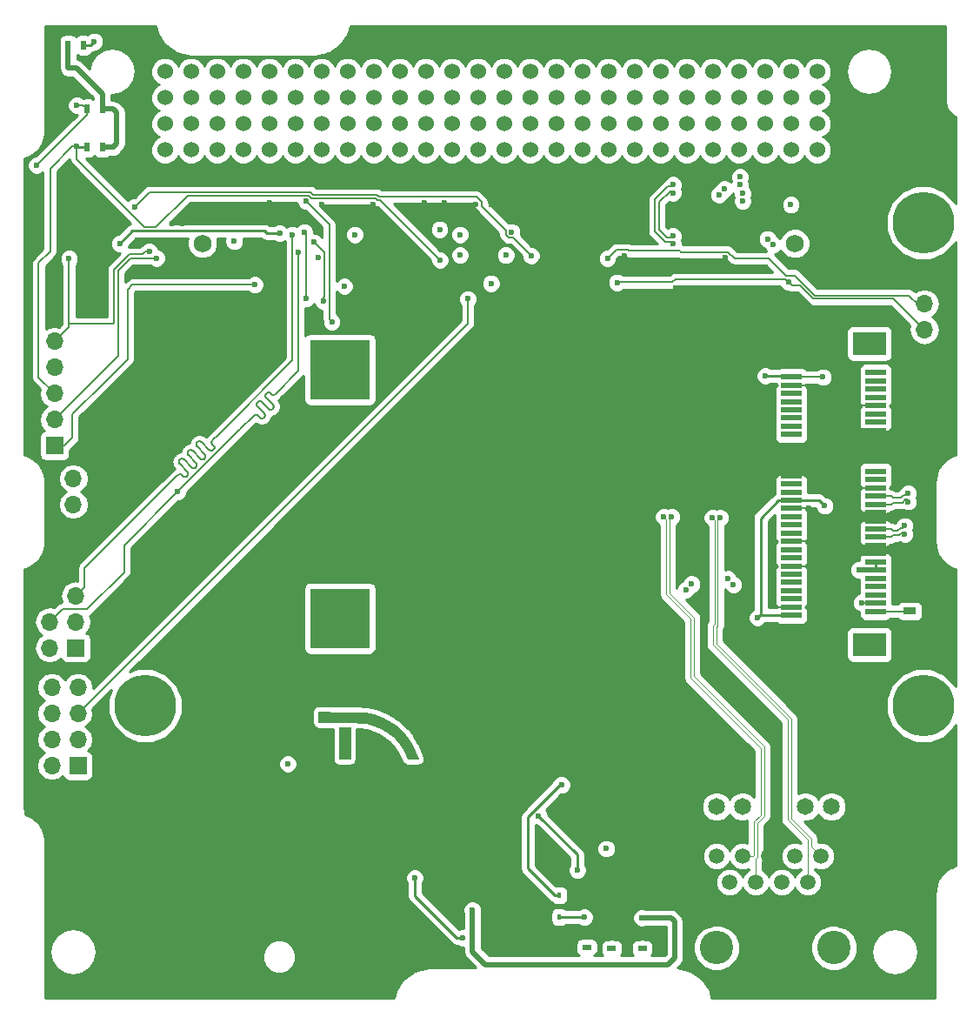
<source format=gbr>
G04 #@! TF.FileFunction,Copper,L4,Bot,Signal*
%FSLAX45Y45*%
G04 Gerber Fmt 4.5, Leading zero omitted, Abs format (unit mm)*
G04 Created by KiCad (PCBNEW 4.0.7) date 02/13/18 13:39:06*
%MOMM*%
%LPD*%
G01*
G04 APERTURE LIST*
%ADD10C,0.100000*%
%ADD11C,0.010000*%
%ADD12R,1.700000X1.700000*%
%ADD13O,1.700000X1.700000*%
%ADD14C,6.000000*%
%ADD15C,1.752600*%
%ADD16C,1.500000*%
%ADD17C,1.650000*%
%ADD18C,2.500000*%
%ADD19C,3.250000*%
%ADD20R,0.450000X0.600000*%
%ADD21C,1.524000*%
%ADD22R,0.900000X0.500000*%
%ADD23R,1.300000X0.700000*%
%ADD24R,3.200000X2.300000*%
%ADD25R,5.800000X5.800000*%
%ADD26R,2.000000X0.600000*%
%ADD27R,0.500000X0.900000*%
%ADD28C,0.600000*%
%ADD29C,0.200000*%
%ADD30C,0.250000*%
%ADD31C,0.500000*%
%ADD32C,0.127000*%
%ADD33C,0.125000*%
%ADD34C,0.254000*%
G04 APERTURE END LIST*
D10*
D11*
G36*
X11122091Y-9245000D02*
X11307046Y-9245000D01*
X11373283Y-9245207D01*
X11429396Y-9245913D01*
X11476799Y-9247243D01*
X11516908Y-9249322D01*
X11551137Y-9252276D01*
X11580901Y-9256229D01*
X11607615Y-9261309D01*
X11632694Y-9267639D01*
X11657554Y-9275346D01*
X11660470Y-9276328D01*
X11729919Y-9305786D01*
X11794300Y-9344845D01*
X11852458Y-9392444D01*
X11903241Y-9447519D01*
X11945494Y-9509008D01*
X11973475Y-9564658D01*
X11989732Y-9602909D01*
X12090476Y-9602909D01*
X12076439Y-9564237D01*
X12041692Y-9484769D01*
X11997903Y-9412227D01*
X11945626Y-9347122D01*
X11885414Y-9289962D01*
X11817822Y-9241257D01*
X11743404Y-9201517D01*
X11662714Y-9171250D01*
X11642824Y-9165547D01*
X11628606Y-9161765D01*
X11615721Y-9158659D01*
X11602858Y-9156150D01*
X11588709Y-9154159D01*
X11571963Y-9152608D01*
X11551311Y-9151417D01*
X11525444Y-9150508D01*
X11493050Y-9149802D01*
X11452821Y-9149221D01*
X11403446Y-9148685D01*
X11354443Y-9148218D01*
X11122091Y-9146049D01*
X11122091Y-9245000D01*
X11122091Y-9245000D01*
G37*
X11122091Y-9245000D02*
X11307046Y-9245000D01*
X11373283Y-9245207D01*
X11429396Y-9245913D01*
X11476799Y-9247243D01*
X11516908Y-9249322D01*
X11551137Y-9252276D01*
X11580901Y-9256229D01*
X11607615Y-9261309D01*
X11632694Y-9267639D01*
X11657554Y-9275346D01*
X11660470Y-9276328D01*
X11729919Y-9305786D01*
X11794300Y-9344845D01*
X11852458Y-9392444D01*
X11903241Y-9447519D01*
X11945494Y-9509008D01*
X11973475Y-9564658D01*
X11989732Y-9602909D01*
X12090476Y-9602909D01*
X12076439Y-9564237D01*
X12041692Y-9484769D01*
X11997903Y-9412227D01*
X11945626Y-9347122D01*
X11885414Y-9289962D01*
X11817822Y-9241257D01*
X11743404Y-9201517D01*
X11662714Y-9171250D01*
X11642824Y-9165547D01*
X11628606Y-9161765D01*
X11615721Y-9158659D01*
X11602858Y-9156150D01*
X11588709Y-9154159D01*
X11571963Y-9152608D01*
X11551311Y-9151417D01*
X11525444Y-9150508D01*
X11493050Y-9149802D01*
X11452821Y-9149221D01*
X11403446Y-9148685D01*
X11354443Y-9148218D01*
X11122091Y-9146049D01*
X11122091Y-9245000D01*
G36*
X11324136Y-9602909D02*
X11428045Y-9602909D01*
X11428045Y-9296955D01*
X11324136Y-9296955D01*
X11324136Y-9602909D01*
X11324136Y-9602909D01*
G37*
X11324136Y-9602909D02*
X11428045Y-9602909D01*
X11428045Y-9296955D01*
X11324136Y-9296955D01*
X11324136Y-9602909D01*
D12*
X8777500Y-9668000D03*
D13*
X8523500Y-9668000D03*
X8777500Y-9414000D03*
X8523500Y-9414000D03*
X8777500Y-9160000D03*
X8523500Y-9160000D03*
X8777500Y-8906000D03*
X8523500Y-8906000D03*
D14*
X17008500Y-4385000D03*
X17008500Y-9085000D03*
D15*
X9989560Y-4585000D03*
X9989560Y-4585000D03*
X15760440Y-4585000D03*
X15760440Y-4585000D03*
D16*
X16139000Y-10804000D03*
X16012000Y-10550000D03*
X15885000Y-10804000D03*
X15758000Y-10550000D03*
X15631000Y-10804000D03*
X15504000Y-10550000D03*
X15377000Y-10804000D03*
X15250000Y-10550000D03*
X15123000Y-10804000D03*
X14996000Y-10550000D03*
D17*
X16114000Y-10067000D03*
X15860000Y-10067000D03*
X15250000Y-10067000D03*
X14996000Y-10067000D03*
D18*
X14894500Y-11134000D03*
D19*
X14996000Y-11439000D03*
X16139000Y-11439000D03*
D18*
X16240500Y-11134000D03*
D20*
X13465500Y-10931000D03*
X13465500Y-11141000D03*
D21*
X9626000Y-3675500D03*
X9626000Y-3421500D03*
X9880000Y-3675500D03*
X9880000Y-3421500D03*
X10134000Y-3675500D03*
X10134000Y-3421500D03*
X10388000Y-3675500D03*
X10388000Y-3421500D03*
X10642000Y-3675500D03*
X10642000Y-3421500D03*
X10896000Y-3675500D03*
X10896000Y-3421500D03*
X11150000Y-3675500D03*
X11150000Y-3421500D03*
X11404000Y-3675500D03*
X11404000Y-3421500D03*
X11658000Y-3675500D03*
X11658000Y-3421500D03*
X11912000Y-3675500D03*
X11912000Y-3421500D03*
X12166000Y-3675500D03*
X12166000Y-3421500D03*
X12420000Y-3675500D03*
X12420000Y-3421500D03*
X12674000Y-3675500D03*
X12674000Y-3421500D03*
X12928000Y-3675500D03*
X12928000Y-3421500D03*
X13182000Y-3675500D03*
X13182000Y-3421500D03*
X13436000Y-3675500D03*
X13436000Y-3421500D03*
X13690000Y-3675500D03*
X13690000Y-3421500D03*
X13944000Y-3675500D03*
X13944000Y-3421500D03*
X14198000Y-3675500D03*
X14198000Y-3421500D03*
X14452000Y-3675500D03*
X14452000Y-3421500D03*
X14706000Y-3675500D03*
X14706000Y-3421500D03*
X14960000Y-3675500D03*
X14960000Y-3421500D03*
X15214000Y-3675500D03*
X15214000Y-3421500D03*
X15468000Y-3675500D03*
X15468000Y-3421500D03*
X15722000Y-3675500D03*
X15722000Y-3421500D03*
X15976000Y-3675500D03*
X15976000Y-3421500D03*
D22*
X13975500Y-11296000D03*
X13975500Y-11446000D03*
X13733000Y-11286000D03*
X13733000Y-11436000D03*
X14273000Y-11296000D03*
X14273000Y-11446000D03*
D23*
X16876000Y-8164000D03*
X16876000Y-7974000D03*
D21*
X9625900Y-3167896D03*
X9625900Y-2913896D03*
X9879900Y-3167896D03*
X9879900Y-2913896D03*
X10133900Y-3167896D03*
X10133900Y-2913896D03*
X10387900Y-3167896D03*
X10387900Y-2913896D03*
X10641900Y-3167896D03*
X10641900Y-2913896D03*
X10895900Y-3167896D03*
X10895900Y-2913896D03*
X11149900Y-3167896D03*
X11149900Y-2913896D03*
X11403900Y-3167896D03*
X11403900Y-2913896D03*
X11657900Y-3167896D03*
X11657900Y-2913896D03*
X11911900Y-3167896D03*
X11911900Y-2913896D03*
X12165900Y-3167896D03*
X12165900Y-2913896D03*
X12419900Y-3167896D03*
X12419900Y-2913896D03*
X12673900Y-3167896D03*
X12673900Y-2913896D03*
X12927900Y-3167896D03*
X12927900Y-2913896D03*
X13181900Y-3167896D03*
X13181900Y-2913896D03*
X13435900Y-3167896D03*
X13435900Y-2913896D03*
X13689900Y-3167896D03*
X13689900Y-2913896D03*
X13943900Y-3167896D03*
X13943900Y-2913896D03*
X14197900Y-3167896D03*
X14197900Y-2913896D03*
X14451900Y-3167896D03*
X14451900Y-2913896D03*
X14705900Y-3167896D03*
X14705900Y-2913896D03*
X14959900Y-3167896D03*
X14959900Y-2913896D03*
X15213900Y-3167896D03*
X15213900Y-2913896D03*
X15467900Y-3167896D03*
X15467900Y-2913896D03*
X15721900Y-3167896D03*
X15721900Y-2913896D03*
X15975900Y-3167896D03*
X15975900Y-2913896D03*
D12*
X8734500Y-7382000D03*
D13*
X8734500Y-7128000D03*
X8734500Y-6874000D03*
D12*
X8551000Y-6554000D03*
D13*
X8551000Y-6300000D03*
X8551000Y-6046000D03*
X8551000Y-5792000D03*
X8551000Y-5538000D03*
X8551000Y-5284000D03*
D12*
X17019500Y-4919000D03*
D13*
X17019500Y-5173000D03*
X17019500Y-5427000D03*
D24*
X16485000Y-5560000D03*
X16485000Y-8490000D03*
D25*
X11330000Y-5815000D03*
X11330000Y-8235000D03*
D26*
X16545000Y-5845000D03*
X15725000Y-5885000D03*
X16545000Y-5925000D03*
X15725000Y-5965000D03*
X16545000Y-6005000D03*
X15725000Y-6045000D03*
X16545000Y-6085000D03*
X15725000Y-6125000D03*
X16545000Y-6165000D03*
X15725000Y-6205000D03*
X16545000Y-6245000D03*
X15725000Y-6285000D03*
X16545000Y-6325000D03*
X15725000Y-6365000D03*
X16545000Y-6405000D03*
X15725000Y-6445000D03*
X16545000Y-6805000D03*
X15725000Y-6845000D03*
X16545000Y-6885000D03*
X15725000Y-6925000D03*
X16545000Y-6965000D03*
X15725000Y-7005000D03*
X16545000Y-7045000D03*
X15725000Y-7085000D03*
X16545000Y-7125000D03*
X15725000Y-7165000D03*
X16545000Y-7205000D03*
X15725000Y-7245000D03*
X16545000Y-7285000D03*
X15725000Y-7325000D03*
X16545000Y-7365000D03*
X15725000Y-7405000D03*
X16545000Y-7445000D03*
X15725000Y-7485000D03*
X16545000Y-7525000D03*
X15725000Y-7565000D03*
X16545000Y-7605000D03*
X15725000Y-7645000D03*
X16545000Y-7685000D03*
X15725000Y-7725000D03*
X16545000Y-7765000D03*
X15725000Y-7805000D03*
X16545000Y-7845000D03*
X15725000Y-7885000D03*
X16545000Y-7925000D03*
X15725000Y-7965000D03*
X16545000Y-8005000D03*
X15725000Y-8045000D03*
X16545000Y-8085000D03*
X15725000Y-8125000D03*
X16545000Y-8165000D03*
X15725000Y-8205000D03*
D12*
X8757500Y-8523000D03*
D13*
X8503500Y-8523000D03*
X8757500Y-8269000D03*
X8503500Y-8269000D03*
X8757500Y-8015000D03*
X8503500Y-8015000D03*
D27*
X8832500Y-2657500D03*
X8682500Y-2657500D03*
X9015000Y-3277500D03*
X8865000Y-3277500D03*
X9017500Y-3650000D03*
X8867500Y-3650000D03*
D14*
X9432500Y-9085000D03*
D28*
X16032500Y-5887000D03*
X15472500Y-5875000D03*
X16050000Y-7140000D03*
X15395000Y-8230000D03*
X13923000Y-10476000D03*
X16381000Y-7764000D03*
X13708000Y-11143500D03*
X13733000Y-11436000D03*
X13975500Y-11446000D03*
X14273000Y-11446000D03*
X9117500Y-3650000D03*
X12619500Y-11071500D03*
X11374000Y-5001000D03*
X14268000Y-11148500D03*
X14027000Y-4965000D03*
X15699000Y-4964000D03*
X13934000Y-4730500D03*
X12059500Y-10759000D03*
X12527000Y-11341500D03*
X13263000Y-10156000D03*
X13640500Y-10686000D03*
X16863000Y-7018410D03*
X16863000Y-7098410D03*
X14574000Y-4095000D03*
X14570000Y-4511000D03*
X16829000Y-7335000D03*
X14574000Y-4015000D03*
X14570000Y-4591000D03*
X16829000Y-7415000D03*
X16408000Y-8082000D03*
X13000000Y-4475000D03*
X12500000Y-4500000D03*
X12575000Y-5125000D03*
X12300000Y-4450000D03*
X11475000Y-4500000D03*
X11250000Y-5350000D03*
X11000000Y-4175000D03*
X10742288Y-4485501D03*
X9185000Y-4588000D03*
X8937500Y-2620000D03*
X9472000Y-4665000D03*
X8692500Y-4735000D03*
X9545000Y-4728000D03*
X9334000Y-4229000D03*
X13191000Y-4705000D03*
X8375000Y-3825000D03*
X8767500Y-3240000D03*
X12943649Y-4700000D03*
X12800000Y-4975000D03*
X12500000Y-4700000D03*
X12303000Y-4747000D03*
X8767500Y-3640000D03*
X10502000Y-4988000D03*
X10300000Y-4565000D03*
X10822500Y-9652500D03*
X13485500Y-9856000D03*
X8727500Y-7610000D03*
X8577500Y-7810000D03*
X14600500Y-5016000D03*
X15925000Y-4400000D03*
X15925000Y-4500000D03*
X15925000Y-4625000D03*
X15925000Y-4750000D03*
X16025000Y-4750000D03*
X16025000Y-4625000D03*
X16025000Y-4500000D03*
X16025000Y-4400000D03*
X9800000Y-4394500D03*
X9800000Y-4550000D03*
X9800000Y-4675000D03*
X9800000Y-4775000D03*
X9700000Y-4775000D03*
X9700000Y-4675000D03*
X9700000Y-4550000D03*
X9700000Y-4394500D03*
X11118649Y-4725000D03*
X15577500Y-5035000D03*
X16057649Y-9441278D03*
X15112500Y-9432500D03*
X8552500Y-5100000D03*
X10075000Y-11300000D03*
X9957500Y-11000000D03*
X9950000Y-11150000D03*
X9950000Y-11300000D03*
X10200000Y-11300000D03*
X10200000Y-11150000D03*
X10200000Y-11000000D03*
X10072500Y-11000000D03*
X10072500Y-11150000D03*
X11500000Y-11300000D03*
X11285000Y-11300000D03*
X11492500Y-11000000D03*
X11272500Y-11000000D03*
X11272500Y-11150000D03*
X11500000Y-11150000D03*
X11387500Y-11300000D03*
X11380000Y-11000000D03*
X11382500Y-11150000D03*
X15504000Y-10375000D03*
X15092500Y-11110000D03*
X16372500Y-10960000D03*
X16267500Y-10800000D03*
X15557500Y-8090000D03*
X15917500Y-7705000D03*
X15917500Y-7487500D03*
X16337500Y-7510000D03*
X15895000Y-7157500D03*
X16367500Y-7272500D03*
X16360000Y-7182500D03*
X16290000Y-6927500D03*
X15725000Y-6710000D03*
X16345000Y-6165000D03*
X15892500Y-5980000D03*
X10140000Y-4712500D03*
X10650000Y-4732500D03*
X11650000Y-4725000D03*
X12147500Y-4725000D03*
X12650000Y-4722500D03*
X13082500Y-4715000D03*
X13600000Y-4727500D03*
X14102500Y-4702500D03*
X15085000Y-4725000D03*
X10147500Y-4205000D03*
X10645000Y-4192500D03*
X11150000Y-4205000D03*
X11650000Y-4202500D03*
X12150000Y-4190000D03*
X12350000Y-4192500D03*
X12650000Y-4207500D03*
X12800000Y-4202500D03*
X13100000Y-4202500D03*
X13600000Y-4200000D03*
X14100000Y-4200000D03*
X14600000Y-4207500D03*
X14947500Y-4427500D03*
X15685000Y-4340000D03*
X16332500Y-7605000D03*
X16315000Y-6417500D03*
X12979000Y-11281000D03*
X14493000Y-11296000D03*
X15548284Y-4598284D03*
X14753284Y-7901716D03*
X15491716Y-4541716D03*
X14696716Y-7958284D03*
X15720000Y-4209000D03*
X15226000Y-3936000D03*
X14482000Y-7246000D03*
X15226000Y-4014000D03*
X14560000Y-7246000D03*
X15251000Y-4175000D03*
X15104216Y-7849216D03*
X15251000Y-4097000D03*
X15160784Y-7905784D03*
X15019423Y-4111577D03*
X14954000Y-7255000D03*
X15074577Y-4056423D03*
X15032000Y-7255000D03*
X11168649Y-5150000D03*
X11075000Y-4575000D03*
X10981351Y-4475000D03*
X11000000Y-5125000D03*
X10925000Y-4675000D03*
X9750000Y-7000000D03*
X10868649Y-4500299D03*
D29*
X15725000Y-5885000D02*
X16030500Y-5885000D01*
X16030500Y-5885000D02*
X16032500Y-5887000D01*
D30*
X15472500Y-5875000D02*
X15715000Y-5875000D01*
X15715000Y-5875000D02*
X15725000Y-5885000D01*
X15725000Y-7085000D02*
X15995000Y-7085000D01*
X15995000Y-7085000D02*
X16050000Y-7140000D01*
X15395000Y-8230000D02*
X15425000Y-8200000D01*
X15600000Y-7085000D02*
X15725000Y-7085000D01*
X15425000Y-8200000D02*
X15425000Y-7260000D01*
X15425000Y-7260000D02*
X15600000Y-7085000D01*
X15725000Y-8205000D02*
X15420000Y-8205000D01*
X15420000Y-8205000D02*
X15395000Y-8230000D01*
X16545000Y-7685000D02*
X16545000Y-7765000D01*
D31*
X16381000Y-7764000D02*
X16544000Y-7764000D01*
D30*
X16544000Y-7764000D02*
X16545000Y-7765000D01*
X13465500Y-11141000D02*
X13705500Y-11141000D01*
X13705500Y-11141000D02*
X13708000Y-11143500D01*
D29*
X14373000Y-11148500D02*
X14268000Y-11148500D01*
D31*
X8682500Y-2657500D02*
X8682500Y-2880000D01*
X8682500Y-2880000D02*
X8762500Y-2880000D01*
X8762500Y-2880000D02*
X9015000Y-3132500D01*
X9015000Y-3132500D02*
X9015000Y-3182500D01*
X9015000Y-3182500D02*
X9015000Y-3277500D01*
X9157500Y-3312500D02*
X9157500Y-3610000D01*
X9157500Y-3610000D02*
X9117500Y-3650000D01*
X9122500Y-3277500D02*
X9157500Y-3312500D01*
X9015000Y-3277500D02*
X9122500Y-3277500D01*
X9017500Y-3650000D02*
X9117500Y-3650000D01*
X12619500Y-11478500D02*
X12746000Y-11605000D01*
X12619500Y-11071500D02*
X12619500Y-11478500D01*
X12746000Y-11605000D02*
X14525000Y-11605000D01*
X14525000Y-11605000D02*
X14589000Y-11541000D01*
X14589000Y-11541000D02*
X14589000Y-11182000D01*
X14589000Y-11182000D02*
X14555500Y-11148500D01*
X14555500Y-11148500D02*
X14268000Y-11148500D01*
X11372000Y-5003000D02*
X11374000Y-5001000D01*
D30*
X9015000Y-3647500D02*
X9017500Y-3650000D01*
D32*
X16707500Y-5124701D02*
X16714701Y-5124701D01*
X15938943Y-5124701D02*
X16707500Y-5124701D01*
X16707500Y-5124701D02*
X16717201Y-5124701D01*
X16717201Y-5124701D02*
X17019500Y-5427000D01*
X14598102Y-4934000D02*
X14568102Y-4964000D01*
X15669000Y-4934000D02*
X14598102Y-4934000D01*
X15699000Y-4964000D02*
X15669000Y-4934000D01*
X14568102Y-4964000D02*
X14028000Y-4964000D01*
X15699000Y-4964000D02*
X15729000Y-4994000D01*
X15808242Y-4994000D02*
X15938943Y-5124701D01*
X15729000Y-4994000D02*
X15808242Y-4994000D01*
D30*
X14028000Y-4964000D02*
X14027000Y-4965000D01*
D32*
X16810500Y-5092000D02*
X15952488Y-5092000D01*
X16950500Y-5173000D02*
X16869500Y-5092000D01*
X16869500Y-5092000D02*
X16810500Y-5092000D01*
X17019500Y-5173000D02*
X16950500Y-5173000D01*
X15503456Y-4730500D02*
X15670148Y-4897193D01*
X14018350Y-4646150D02*
X14129548Y-4646150D01*
X15109548Y-4668650D02*
X15171398Y-4730500D01*
X15757681Y-4897193D02*
X15845000Y-4984512D01*
X14639548Y-4658650D02*
X14649548Y-4668650D01*
X15171398Y-4730500D02*
X15503456Y-4730500D01*
X14142048Y-4658650D02*
X14639548Y-4658650D01*
X14129548Y-4646150D02*
X14142048Y-4658650D01*
X15670148Y-4897193D02*
X15757681Y-4897193D01*
X13934000Y-4730500D02*
X14018350Y-4646150D01*
X14649548Y-4668650D02*
X15109548Y-4668650D01*
X15861000Y-5000512D02*
X15845000Y-4984512D01*
X15952488Y-5092000D02*
X15845000Y-4984512D01*
D30*
X13934000Y-4723000D02*
X13934000Y-4730500D01*
X12059500Y-10934000D02*
X12059500Y-10759000D01*
X12527000Y-11341500D02*
X12467000Y-11341500D01*
X12467000Y-11341500D02*
X12059500Y-10934000D01*
X13640500Y-10686000D02*
X13640500Y-10533500D01*
X13640500Y-10533500D02*
X13263000Y-10156000D01*
D29*
X16545000Y-8165000D02*
X16875000Y-8165000D01*
X16875000Y-8165000D02*
X16876000Y-8164000D01*
D32*
X16545000Y-7045000D02*
X16695000Y-7045000D01*
X16712500Y-7062500D02*
X16788680Y-7062500D01*
X16695000Y-7045000D02*
X16712500Y-7062500D01*
X16788680Y-7062500D02*
X16815270Y-7035910D01*
X16815270Y-7035910D02*
X16845500Y-7035910D01*
X16845500Y-7035910D02*
X16863000Y-7018410D01*
X16833910Y-7080910D02*
X16845500Y-7080910D01*
X16545000Y-7125000D02*
X16695000Y-7125000D01*
X16695000Y-7125000D02*
X16712500Y-7107500D01*
X16712500Y-7107500D02*
X16807320Y-7107500D01*
X16807320Y-7107500D02*
X16833910Y-7080910D01*
D30*
X16845500Y-7080910D02*
X16863000Y-7098410D01*
D32*
X14544320Y-4077500D02*
X14439820Y-4182000D01*
X14439820Y-4182000D02*
X14439820Y-4451500D01*
X14556500Y-4077500D02*
X14544320Y-4077500D01*
X14439820Y-4451500D02*
X14516820Y-4528500D01*
X14574000Y-4095000D02*
X14556500Y-4077500D01*
X14516820Y-4528500D02*
X14552500Y-4528500D01*
X14552500Y-4528500D02*
X14570000Y-4511000D01*
X16545000Y-7365000D02*
X16695000Y-7365000D01*
X16787680Y-7352500D02*
X16811500Y-7352500D01*
X16695000Y-7365000D02*
X16712500Y-7382500D01*
X16712500Y-7382500D02*
X16757680Y-7382500D01*
X16757680Y-7382500D02*
X16787680Y-7352500D01*
X16811500Y-7352500D02*
X16829000Y-7335000D01*
X14574000Y-4015000D02*
X14556500Y-4032500D01*
X14556500Y-4032500D02*
X14520437Y-4032500D01*
X14520437Y-4032500D02*
X14393500Y-4159437D01*
X14393500Y-4159437D02*
X14393500Y-4468820D01*
X14393500Y-4468820D02*
X14498180Y-4573500D01*
X14498180Y-4573500D02*
X14552500Y-4573500D01*
X14552500Y-4573500D02*
X14570000Y-4591000D01*
D30*
X16811500Y-7397500D02*
X16829000Y-7415000D01*
D32*
X16545000Y-7445000D02*
X16695000Y-7445000D01*
X16695000Y-7445000D02*
X16712500Y-7427500D01*
X16776320Y-7427500D02*
X16806320Y-7397500D01*
X16712500Y-7427500D02*
X16776320Y-7427500D01*
D30*
X16814090Y-7397500D02*
X16819270Y-7397500D01*
D32*
X16545000Y-8085000D02*
X16411000Y-8085000D01*
X16411000Y-8085000D02*
X16408000Y-8082000D01*
X12575000Y-5197430D02*
X12575000Y-5185000D01*
X12575000Y-5185000D02*
X12575000Y-5125000D01*
X8777500Y-9160000D02*
X12575000Y-5362500D01*
X12575000Y-5362500D02*
X12575000Y-5185000D01*
X11225000Y-5050000D02*
X11225000Y-5325000D01*
X11225000Y-5325000D02*
X11250000Y-5350000D01*
X11225000Y-5050000D02*
X11225000Y-4400000D01*
X11225000Y-4400000D02*
X11000000Y-4175000D01*
D30*
X9553718Y-4464870D02*
X9578500Y-4464870D01*
X9578500Y-4464870D02*
X10594370Y-4464870D01*
X9185000Y-4588000D02*
X9308130Y-4464870D01*
X9308130Y-4464870D02*
X9439370Y-4464870D01*
X9439370Y-4464870D02*
X9578500Y-4464870D01*
X10699861Y-4485501D02*
X10742288Y-4485501D01*
X10615001Y-4485501D02*
X10699861Y-4485501D01*
X10594370Y-4464870D02*
X10615001Y-4485501D01*
D32*
X9472000Y-4665000D02*
X9429574Y-4665000D01*
X9429574Y-4665000D02*
X9405574Y-4689000D01*
X9405574Y-4689000D02*
X9280000Y-4689000D01*
X8692500Y-5396500D02*
X8692500Y-5372000D01*
X8692500Y-5372000D02*
X8692500Y-4735000D01*
X9118000Y-5367000D02*
X8697500Y-5367000D01*
X8697500Y-5367000D02*
X8692500Y-5372000D01*
X8551000Y-5538000D02*
X8692500Y-5396500D01*
X9129000Y-5356000D02*
X9118000Y-5367000D01*
X9129000Y-4840000D02*
X9129000Y-5356000D01*
X9280000Y-4689000D02*
X9129000Y-4840000D01*
D30*
X8832500Y-2657500D02*
X8900000Y-2657500D01*
X8900000Y-2657500D02*
X8937500Y-2620000D01*
D32*
X9545000Y-4728000D02*
X9287246Y-4728000D01*
X9287246Y-4728000D02*
X9169000Y-4846246D01*
X9169000Y-4846246D02*
X9169000Y-5682000D01*
X9169000Y-5682000D02*
X8551000Y-6300000D01*
X13017350Y-4531350D02*
X13161000Y-4675000D01*
X12943650Y-4457650D02*
X12943650Y-4502048D01*
X12972952Y-4531350D02*
X13017350Y-4531350D01*
X12706350Y-4220350D02*
X12943650Y-4457650D01*
X13161000Y-4675000D02*
X13191000Y-4705000D01*
X12706350Y-4180452D02*
X12706350Y-4220350D01*
X11708144Y-4131000D02*
X12656898Y-4131000D01*
X12656898Y-4131000D02*
X12706350Y-4180452D01*
X9477051Y-4085949D02*
X11040593Y-4085949D01*
X11065593Y-4110949D02*
X11688093Y-4110949D01*
X11688093Y-4110949D02*
X11708144Y-4131000D01*
X11040593Y-4085949D02*
X11065593Y-4110949D01*
X9334000Y-4229000D02*
X9477051Y-4085949D01*
X12943650Y-4502048D02*
X12972952Y-4531350D01*
X8375000Y-3825000D02*
X8865000Y-3335000D01*
X8865000Y-3335000D02*
X8865000Y-3277500D01*
X8767500Y-3240000D02*
X8827500Y-3240000D01*
X8827500Y-3240000D02*
X8865000Y-3277500D01*
X12273000Y-4717000D02*
X12303000Y-4747000D01*
X11695898Y-4165000D02*
X11721000Y-4165000D01*
X11674548Y-4143650D02*
X11695898Y-4165000D01*
X11027048Y-4118650D02*
X11052048Y-4143650D01*
X11721000Y-4165000D02*
X12273000Y-4717000D01*
X9844994Y-4118650D02*
X11027048Y-4118650D01*
X9537625Y-4426019D02*
X9844994Y-4118650D01*
X11052048Y-4143650D02*
X11674548Y-4143650D01*
X8767500Y-3769144D02*
X9424375Y-4426019D01*
X8767500Y-3640000D02*
X8767500Y-3769144D01*
X9424375Y-4426019D02*
X9537625Y-4426019D01*
X8396000Y-4778000D02*
X8396000Y-5891000D01*
X8396000Y-5891000D02*
X8551000Y-6046000D01*
X8507500Y-4666500D02*
X8396000Y-4778000D01*
X8507500Y-3857574D02*
X8507500Y-4666500D01*
X8767500Y-3640000D02*
X8725074Y-3640000D01*
X8725074Y-3640000D02*
X8507500Y-3857574D01*
D30*
X8867500Y-3650000D02*
X8777500Y-3650000D01*
X8777500Y-3650000D02*
X8767500Y-3640000D01*
D32*
X9040000Y-5933000D02*
X9051000Y-5922000D01*
X9051000Y-5922000D02*
X9263000Y-5710000D01*
X8725000Y-6477700D02*
X8725000Y-6248000D01*
X8725000Y-6248000D02*
X9051000Y-5922000D01*
X8551000Y-6554000D02*
X8648700Y-6554000D01*
X8648700Y-6554000D02*
X8725000Y-6477700D01*
X9263000Y-5035000D02*
X9310000Y-4988000D01*
X9310000Y-4988000D02*
X10502000Y-4988000D01*
X9263000Y-5710000D02*
X9263000Y-5035000D01*
D30*
X13158000Y-10671000D02*
X13158000Y-10168500D01*
X13158000Y-10168500D02*
X13470500Y-9856000D01*
X13470500Y-9856000D02*
X13485500Y-9856000D01*
X13465500Y-10931000D02*
X13418000Y-10931000D01*
X13418000Y-10931000D02*
X13158000Y-10671000D01*
D29*
X8734500Y-7382000D02*
X8734500Y-7603000D01*
X8734500Y-7603000D02*
X8727500Y-7610000D01*
X8551000Y-5284000D02*
X8551000Y-5101500D01*
X8551000Y-5101500D02*
X8552500Y-5100000D01*
X16876000Y-7974000D02*
X16876000Y-7849000D01*
X16876000Y-7849000D02*
X16885000Y-7840000D01*
X15725000Y-8125000D02*
X15592500Y-8125000D01*
X15592500Y-8125000D02*
X15557500Y-8090000D01*
X15725000Y-7725000D02*
X15897500Y-7725000D01*
X15897500Y-7725000D02*
X15917500Y-7705000D01*
X15725000Y-7485000D02*
X15915000Y-7485000D01*
X15915000Y-7485000D02*
X15917500Y-7487500D01*
X16545000Y-7525000D02*
X16352500Y-7525000D01*
X16352500Y-7525000D02*
X16337500Y-7510000D01*
X15725000Y-7165000D02*
X15887500Y-7165000D01*
X15887500Y-7165000D02*
X15895000Y-7157500D01*
X16545000Y-7285000D02*
X16380000Y-7285000D01*
X16380000Y-7285000D02*
X16367500Y-7272500D01*
X16545000Y-7205000D02*
X16382500Y-7205000D01*
X16382500Y-7205000D02*
X16360000Y-7182500D01*
X16545000Y-6965000D02*
X16327500Y-6965000D01*
X16327500Y-6965000D02*
X16290000Y-6927500D01*
X15725000Y-6845000D02*
X15725000Y-6710000D01*
X16545000Y-6165000D02*
X16345000Y-6165000D01*
X15725000Y-5965000D02*
X15877500Y-5965000D01*
X15877500Y-5965000D02*
X15892500Y-5980000D01*
D31*
X16545000Y-7605000D02*
X16332500Y-7605000D01*
X16545000Y-6405000D02*
X16327500Y-6405000D01*
X16327500Y-6405000D02*
X16315000Y-6417500D01*
X13733000Y-11286000D02*
X12984000Y-11286000D01*
X12984000Y-11286000D02*
X12979000Y-11281000D01*
X14273000Y-11296000D02*
X14493000Y-11296000D01*
D30*
X16475000Y-6405000D02*
X16545000Y-6405000D01*
X16536000Y-7276000D02*
X16545000Y-7285000D01*
X15725000Y-8125000D02*
X15634500Y-8125000D01*
X16540000Y-6960000D02*
X16545000Y-6965000D01*
X16541000Y-6169000D02*
X16545000Y-6165000D01*
D29*
X16545000Y-7205000D02*
X16545000Y-7285000D01*
D30*
X15504000Y-10550000D02*
X15484500Y-10569500D01*
X13725500Y-11293500D02*
X13733000Y-11286000D01*
D31*
X13975500Y-11296000D02*
X14045500Y-11296000D01*
X14045500Y-11296000D02*
X14295500Y-11296000D01*
X13733000Y-11286000D02*
X13965500Y-11286000D01*
D30*
X13965500Y-11286000D02*
X13975500Y-11296000D01*
D33*
X14743750Y-8239317D02*
X14505750Y-8001317D01*
X14743750Y-8811731D02*
X14743750Y-8239317D01*
X14505750Y-8001317D02*
X14505750Y-7269750D01*
X15354019Y-10550000D02*
X15363750Y-10540269D01*
X15363750Y-10540269D02*
X15363750Y-10210769D01*
X15250000Y-10550000D02*
X15354019Y-10550000D01*
X15363750Y-10210769D02*
X15426250Y-10148269D01*
X15426250Y-10148269D02*
X15426250Y-9494231D01*
X15426250Y-9494231D02*
X14743750Y-8811731D01*
X14505750Y-7269750D02*
X14482000Y-7246000D01*
X14776250Y-8798269D02*
X14776250Y-8228683D01*
X15458750Y-10161731D02*
X15458750Y-9480769D01*
X15396250Y-10553731D02*
X15396250Y-10224231D01*
X15377000Y-10804000D02*
X15377000Y-10572981D01*
X15377000Y-10572981D02*
X15396250Y-10553731D01*
X15396250Y-10224231D02*
X15458750Y-10161731D01*
X15458750Y-9480769D02*
X14776250Y-8798269D01*
X14536250Y-7269750D02*
X14560000Y-7246000D01*
X14776250Y-8228683D02*
X14536250Y-7988683D01*
X14536250Y-7988683D02*
X14536250Y-7269750D01*
X14977750Y-8290038D02*
X14977750Y-7278750D01*
X15885000Y-10804000D02*
X15885000Y-10390481D01*
X15885000Y-10390481D02*
X15688750Y-10194231D01*
X14961250Y-8494231D02*
X14961250Y-8306538D01*
X14977750Y-7278750D02*
X14954000Y-7255000D01*
X15688750Y-10194231D02*
X15688750Y-9221731D01*
X15688750Y-9221731D02*
X14961250Y-8494231D01*
X14961250Y-8306538D02*
X14977750Y-8290038D01*
X15008250Y-8305500D02*
X15008250Y-7278750D01*
X14993750Y-8320000D02*
X15008250Y-8305500D01*
X15008250Y-7278750D02*
X15032000Y-7255000D01*
X14993750Y-8480769D02*
X14993750Y-8320000D01*
X15721250Y-9208269D02*
X14993750Y-8480769D01*
X15721250Y-10180769D02*
X15721250Y-9208269D01*
X16012000Y-10550000D02*
X15917500Y-10455500D01*
X15917500Y-10455500D02*
X15917500Y-10377019D01*
X15917500Y-10377019D02*
X15721250Y-10180769D01*
D32*
X11175000Y-4675000D02*
X11175000Y-5101223D01*
X11075000Y-4575000D02*
X11175000Y-4675000D01*
X11168649Y-5107574D02*
X11168649Y-5150000D01*
X11175000Y-5101223D02*
X11168649Y-5107574D01*
X11000000Y-4493649D02*
X10981351Y-4475000D01*
X11000000Y-5125000D02*
X11000000Y-4493649D01*
X9227500Y-7785000D02*
X9227500Y-7522500D01*
X9227500Y-7522500D02*
X9750000Y-7000000D01*
X8867500Y-8145000D02*
X9227500Y-7785000D01*
X8627500Y-8145000D02*
X8867500Y-8145000D01*
X8503500Y-8269000D02*
X8627500Y-8145000D01*
X10925000Y-4675000D02*
X10925000Y-5825000D01*
X10607594Y-6083810D02*
X10611783Y-6089062D01*
X10925000Y-5825000D02*
X10700000Y-6050000D01*
X10594416Y-6242464D02*
X10597330Y-6248517D01*
X10700000Y-6050000D02*
X10694748Y-6054188D01*
X10522742Y-6168663D02*
X10526930Y-6173915D01*
X10669828Y-6198974D02*
X10663775Y-6201889D01*
X10694748Y-6054188D02*
X10688695Y-6057103D01*
X10584975Y-6283827D02*
X10578922Y-6286742D01*
X10663775Y-6201889D02*
X10657226Y-6203384D01*
X10617035Y-6042447D02*
X10611783Y-6046636D01*
X10611783Y-6089062D02*
X10675080Y-6152359D01*
X10594416Y-6274386D02*
X10590227Y-6279638D01*
X10688695Y-6057103D02*
X10682146Y-6058598D01*
X10679269Y-6157611D02*
X10682183Y-6163664D01*
X10530295Y-6262132D02*
X10525042Y-6257944D01*
X10682146Y-6058598D02*
X10675428Y-6058598D01*
X10648957Y-6042447D02*
X10642905Y-6039533D01*
X10668878Y-6057103D02*
X10662826Y-6054188D01*
X10654209Y-6046636D02*
X10648957Y-6042447D01*
X10657574Y-6050000D02*
X10654209Y-6046636D01*
X10675428Y-6058598D02*
X10668878Y-6057103D01*
X10532183Y-6127300D02*
X10526930Y-6131489D01*
X10662826Y-6054188D02*
X10657574Y-6050000D01*
X10642905Y-6039533D02*
X10636355Y-6038038D01*
X10526930Y-6131489D02*
X10522742Y-6136741D01*
X10636355Y-6038038D02*
X10629637Y-6038038D01*
X10611783Y-6046636D02*
X10607594Y-6051888D01*
X10519827Y-6162610D02*
X10522742Y-6168663D01*
X10629637Y-6038038D02*
X10623088Y-6039533D01*
X10643958Y-6201889D02*
X10637906Y-6198974D01*
X10623088Y-6039533D02*
X10617035Y-6042447D01*
X10598825Y-6261784D02*
X10597330Y-6268333D01*
X10607594Y-6051888D02*
X10604680Y-6057941D01*
X10526930Y-6173915D02*
X10590227Y-6237212D01*
X10675080Y-6152359D02*
X10679269Y-6157611D01*
X10547801Y-6279638D02*
X10530295Y-6262132D01*
X10604680Y-6057941D02*
X10603185Y-6064490D01*
X10604680Y-6077757D02*
X10607594Y-6083810D01*
X10559106Y-6286741D02*
X10553053Y-6283827D01*
X10553053Y-6283827D02*
X10547801Y-6279638D01*
X10603185Y-6064490D02*
X10603185Y-6071208D01*
X10578922Y-6286742D02*
X10572373Y-6288236D01*
X10603185Y-6071208D02*
X10604680Y-6077757D01*
X10518332Y-6149343D02*
X10518332Y-6156061D01*
X10355511Y-6394489D02*
X9780000Y-6970000D01*
X10564104Y-6127300D02*
X10558052Y-6124385D01*
X10682183Y-6163664D02*
X10683678Y-6170213D01*
X10518332Y-6156061D02*
X10519827Y-6162610D01*
X10565655Y-6288236D02*
X10559106Y-6286741D01*
X10683678Y-6170213D02*
X10683678Y-6176931D01*
X10637906Y-6198974D02*
X10632654Y-6194785D01*
X10683678Y-6176931D02*
X10682183Y-6183480D01*
X10682183Y-6183480D02*
X10679268Y-6189533D01*
X10538235Y-6124385D02*
X10532183Y-6127300D01*
X10679268Y-6189533D02*
X10675080Y-6194785D01*
X10675080Y-6194785D02*
X10669828Y-6198974D01*
X10657226Y-6203384D02*
X10650508Y-6203384D01*
X10650508Y-6203384D02*
X10643958Y-6201889D01*
X10632654Y-6194785D02*
X10569357Y-6131489D01*
X10569357Y-6131489D02*
X10564104Y-6127300D01*
X10572373Y-6288236D02*
X10565655Y-6288236D01*
X9780000Y-6970000D02*
X9750000Y-7000000D01*
X10558052Y-6124385D02*
X10551502Y-6122890D01*
X10551502Y-6122890D02*
X10544785Y-6122890D01*
X10544785Y-6122890D02*
X10538235Y-6124385D01*
X10598825Y-6255066D02*
X10598825Y-6261784D01*
X10522742Y-6136741D02*
X10519827Y-6142793D01*
X10519827Y-6142793D02*
X10518332Y-6149343D01*
X10590227Y-6237212D02*
X10594416Y-6242464D01*
X10597330Y-6248517D02*
X10598825Y-6255066D01*
X10597330Y-6268333D02*
X10594416Y-6274386D01*
X10590227Y-6279638D02*
X10584975Y-6283827D01*
X10525042Y-6257944D02*
X10518990Y-6255029D01*
X10518990Y-6255029D02*
X10512440Y-6253534D01*
X10512440Y-6253534D02*
X10505722Y-6253534D01*
X10499173Y-6255029D02*
X10493120Y-6257943D01*
X10505722Y-6253534D02*
X10499173Y-6255029D01*
X10493120Y-6257943D02*
X10487868Y-6262132D01*
X10487868Y-6262132D02*
X10355511Y-6394489D01*
X8757500Y-8015000D02*
X8842500Y-7930000D01*
X8842500Y-7930000D02*
X8842500Y-7747500D01*
X8842500Y-7747500D02*
X9750000Y-6840000D01*
X9854343Y-6604932D02*
X9859596Y-6600744D01*
X9838394Y-6852982D02*
X9843647Y-6848794D01*
X9843647Y-6848794D02*
X9847835Y-6843541D01*
X10105308Y-6582931D02*
X10106803Y-6576381D01*
X9935603Y-6752636D02*
X9937097Y-6746087D01*
X9787174Y-6835811D02*
X9792426Y-6840000D01*
X9750000Y-6840000D02*
X9755252Y-6835811D01*
X10067083Y-6601339D02*
X10073633Y-6602834D01*
X9806472Y-6852982D02*
X9812525Y-6855897D01*
X9950501Y-6512976D02*
X9957050Y-6511481D01*
X9928499Y-6721514D02*
X9854343Y-6647359D01*
X9755252Y-6835811D02*
X9761305Y-6832897D01*
X9939196Y-6562506D02*
X9935007Y-6557254D01*
X10085222Y-6505841D02*
X10089411Y-6500589D01*
X9859596Y-6600744D02*
X9865648Y-6597829D01*
X9760892Y-6707639D02*
X9762387Y-6701090D01*
X9917194Y-6771044D02*
X9923247Y-6768130D01*
X9761305Y-6832897D02*
X9767854Y-6831402D01*
X9935007Y-6557254D02*
X9932093Y-6551201D01*
X9932093Y-6551201D02*
X9930598Y-6544652D01*
X9910645Y-6772539D02*
X9917194Y-6771044D01*
X9767854Y-6831402D02*
X9774572Y-6831402D01*
X9812525Y-6855897D02*
X9819074Y-6857392D01*
X9781122Y-6832897D02*
X9787174Y-6835811D01*
X9780795Y-6682682D02*
X9787345Y-6681187D01*
X9760892Y-6714357D02*
X9760892Y-6707639D01*
X10105308Y-6563114D02*
X10102393Y-6557061D01*
X9819074Y-6857392D02*
X9825792Y-6857392D01*
X9801220Y-6848794D02*
X9806472Y-6852982D01*
X9774572Y-6831402D02*
X9781122Y-6832897D01*
X9852245Y-6824221D02*
X9850750Y-6817672D01*
X9845745Y-6629504D02*
X9845745Y-6622786D01*
X9792426Y-6840000D02*
X9801220Y-6848794D01*
X9765302Y-6726959D02*
X9762387Y-6720907D01*
X9928499Y-6763941D02*
X9932688Y-6758689D01*
X9825792Y-6857392D02*
X9832342Y-6855897D01*
X10106803Y-6576381D02*
X10106803Y-6569663D01*
X9847835Y-6843541D02*
X9850750Y-6837489D01*
X9970926Y-6679088D02*
X9976178Y-6683277D01*
X9944448Y-6515891D02*
X9950501Y-6512976D01*
X10092952Y-6598424D02*
X10098205Y-6594236D01*
X10089411Y-6500589D02*
X10150566Y-6439434D01*
X9832342Y-6855897D02*
X9838394Y-6852982D01*
X9850155Y-6642106D02*
X9847240Y-6636054D01*
X9762387Y-6720907D02*
X9760892Y-6714357D01*
X9850750Y-6837489D02*
X9852245Y-6830939D01*
X9765302Y-6695037D02*
X9769491Y-6689785D01*
X9794063Y-6681187D02*
X9800612Y-6682682D01*
X9843647Y-6806367D02*
X9769491Y-6732211D01*
X10020455Y-6667783D02*
X10021950Y-6661234D01*
X9852245Y-6830939D02*
X9852245Y-6824221D01*
X9891517Y-6600744D02*
X9896770Y-6604932D01*
X9937097Y-6746087D02*
X9937097Y-6739369D01*
X9850750Y-6817672D02*
X9847835Y-6811619D01*
X9847835Y-6811619D02*
X9843647Y-6806367D01*
X9769491Y-6732211D02*
X9765302Y-6726959D01*
X9762387Y-6701090D02*
X9765302Y-6695037D01*
X9872198Y-6596334D02*
X9878915Y-6596334D01*
X10013352Y-6679088D02*
X10017541Y-6673836D01*
X10073633Y-6602834D02*
X10080350Y-6602834D01*
X9886073Y-6763941D02*
X9891325Y-6768130D01*
X9891325Y-6768130D02*
X9897378Y-6771044D01*
X9769491Y-6689785D02*
X9774743Y-6685596D01*
X10085222Y-6537763D02*
X10082308Y-6531710D01*
X9774743Y-6685596D02*
X9780795Y-6682682D01*
X9939196Y-6520079D02*
X9944448Y-6515891D01*
X10098205Y-6594236D02*
X10102393Y-6588983D01*
X10868649Y-4542725D02*
X10868649Y-4500299D01*
X9787345Y-6681187D02*
X9794063Y-6681187D01*
X9932688Y-6726767D02*
X9928499Y-6721514D01*
X9800612Y-6682682D02*
X9806665Y-6685596D01*
X9806665Y-6685596D02*
X9811917Y-6689785D01*
X9811917Y-6689785D02*
X9886073Y-6763941D01*
X9897378Y-6771044D02*
X9903927Y-6772539D01*
X9885465Y-6597829D02*
X9891517Y-6600744D01*
X9935007Y-6525332D02*
X9939196Y-6520079D01*
X9903927Y-6772539D02*
X9910645Y-6772539D01*
X9995498Y-6687686D02*
X10002047Y-6686192D01*
X9923247Y-6768130D02*
X9928499Y-6763941D01*
X9932688Y-6758689D02*
X9935603Y-6752636D01*
X9963768Y-6511481D02*
X9970318Y-6512976D01*
X9937097Y-6739369D02*
X9935603Y-6732819D01*
X9935603Y-6732819D02*
X9932688Y-6726767D01*
X9976178Y-6683277D02*
X9982230Y-6686192D01*
X10080813Y-6525161D02*
X10080813Y-6518443D01*
X9854343Y-6647359D02*
X9850155Y-6642106D01*
X9847240Y-6636054D02*
X9845745Y-6629504D01*
X10080813Y-6518443D02*
X10082308Y-6511894D01*
X9845745Y-6622786D02*
X9847240Y-6616237D01*
X9847240Y-6616237D02*
X9850155Y-6610184D01*
X9850155Y-6610184D02*
X9854343Y-6604932D01*
X9865648Y-6597829D02*
X9872198Y-6596334D01*
X10106803Y-6569663D02*
X10105308Y-6563114D01*
X10150566Y-6439434D02*
X10868649Y-5721351D01*
X9878915Y-6596334D02*
X9885465Y-6597829D01*
X9896770Y-6604932D02*
X9970926Y-6679088D01*
X9982230Y-6686192D02*
X9988780Y-6687686D01*
X9988780Y-6687686D02*
X9995498Y-6687686D01*
X9981622Y-6520080D02*
X10055778Y-6594236D01*
X10002047Y-6686192D02*
X10008100Y-6683277D01*
X10008100Y-6683277D02*
X10013352Y-6679088D01*
X10017541Y-6673836D02*
X10020455Y-6667783D01*
X10021950Y-6661234D02*
X10021950Y-6654516D01*
X10021950Y-6654516D02*
X10020455Y-6647967D01*
X10020455Y-6647967D02*
X10017541Y-6641914D01*
X10017541Y-6641914D02*
X10013352Y-6636662D01*
X10013352Y-6636662D02*
X9939196Y-6562506D01*
X9930598Y-6544652D02*
X9930598Y-6537934D01*
X9930598Y-6537934D02*
X9932093Y-6531384D01*
X9932093Y-6531384D02*
X9935007Y-6525332D01*
X9957050Y-6511481D02*
X9963768Y-6511481D01*
X9970318Y-6512976D02*
X9976370Y-6515891D01*
X9976370Y-6515891D02*
X9981622Y-6520080D01*
X10055778Y-6594236D02*
X10061031Y-6598424D01*
X10082308Y-6531710D02*
X10080813Y-6525161D01*
X10061031Y-6598424D02*
X10067083Y-6601339D01*
X10080350Y-6602834D02*
X10086900Y-6601339D01*
X10086900Y-6601339D02*
X10092952Y-6598424D01*
X10102393Y-6588983D02*
X10105308Y-6582931D01*
X10102393Y-6557061D02*
X10098205Y-6551809D01*
X10098205Y-6551809D02*
X10089411Y-6543015D01*
X10089411Y-6543015D02*
X10085222Y-6537763D01*
X10082308Y-6511894D02*
X10085222Y-6505841D01*
X10868649Y-5721351D02*
X10868649Y-4542725D01*
D30*
X15247000Y-10064000D02*
X15250000Y-10067000D01*
D34*
G36*
X9548437Y-2528013D02*
X9553969Y-2541367D01*
X9558546Y-2552417D01*
X9623578Y-2649744D01*
X9642256Y-2668423D01*
X9739583Y-2733454D01*
X9746731Y-2736415D01*
X9763987Y-2743563D01*
X9878792Y-2766399D01*
X9885460Y-2766399D01*
X9892000Y-2767700D01*
X11072000Y-2767700D01*
X11078540Y-2766399D01*
X11085208Y-2766399D01*
X11200013Y-2743563D01*
X11215402Y-2737189D01*
X11224417Y-2733454D01*
X11321744Y-2668423D01*
X11340422Y-2649744D01*
X11405454Y-2552417D01*
X11408609Y-2544800D01*
X11415563Y-2528013D01*
X11427560Y-2467700D01*
X17224300Y-2467700D01*
X17224300Y-3200000D01*
X17225601Y-3206540D01*
X17225601Y-3213208D01*
X17233213Y-3251476D01*
X17243322Y-3275880D01*
X17264999Y-3308323D01*
X17283677Y-3327001D01*
X17316120Y-3348678D01*
X17324300Y-3352067D01*
X17324300Y-4199512D01*
X17316161Y-4179815D01*
X17214221Y-4077697D01*
X17080962Y-4022363D01*
X16936671Y-4022237D01*
X16803315Y-4077339D01*
X16701197Y-4179279D01*
X16645863Y-4312538D01*
X16645737Y-4456829D01*
X16700839Y-4590185D01*
X16802779Y-4692303D01*
X16936038Y-4747637D01*
X17080329Y-4747763D01*
X17213685Y-4692661D01*
X17315803Y-4590721D01*
X17324300Y-4570258D01*
X17324300Y-6644440D01*
X17302256Y-6648825D01*
X17288516Y-6654516D01*
X17277851Y-6658934D01*
X17212967Y-6702288D01*
X17194288Y-6720966D01*
X17194288Y-6720967D01*
X17150934Y-6785851D01*
X17144870Y-6800490D01*
X17140825Y-6810256D01*
X17125601Y-6886792D01*
X17125601Y-6893460D01*
X17124300Y-6900000D01*
X17124300Y-7500000D01*
X17125601Y-7506540D01*
X17125601Y-7513208D01*
X17140825Y-7589744D01*
X17143002Y-7595000D01*
X17150934Y-7614149D01*
X17194288Y-7679033D01*
X17194288Y-7679033D01*
X17212967Y-7697712D01*
X17277851Y-7741066D01*
X17287960Y-7745253D01*
X17302256Y-7751175D01*
X17324300Y-7755560D01*
X17324300Y-8899512D01*
X17316161Y-8879815D01*
X17214221Y-8777697D01*
X17080962Y-8722363D01*
X16936671Y-8722237D01*
X16803315Y-8777339D01*
X16701197Y-8879279D01*
X16645863Y-9012538D01*
X16645737Y-9156829D01*
X16700839Y-9290185D01*
X16802779Y-9392303D01*
X16936038Y-9447637D01*
X17080329Y-9447763D01*
X17213685Y-9392661D01*
X17315803Y-9290721D01*
X17324300Y-9270258D01*
X17324300Y-10644440D01*
X17302256Y-10648825D01*
X17287960Y-10654747D01*
X17277851Y-10658934D01*
X17212967Y-10702288D01*
X17194288Y-10720967D01*
X17194288Y-10720967D01*
X17150934Y-10785851D01*
X17143786Y-10803108D01*
X17140825Y-10810256D01*
X17125601Y-10886792D01*
X17125601Y-10893460D01*
X17124300Y-10900000D01*
X17124300Y-11932300D01*
X14947560Y-11932300D01*
X14935563Y-11871987D01*
X14925454Y-11847583D01*
X14925454Y-11847583D01*
X14860422Y-11750256D01*
X14841744Y-11731577D01*
X14744417Y-11666546D01*
X14735402Y-11662811D01*
X14720013Y-11656437D01*
X14617901Y-11636126D01*
X14651013Y-11603013D01*
X14651013Y-11603013D01*
X14670024Y-11574561D01*
X14671501Y-11567137D01*
X14676700Y-11541000D01*
X14676700Y-11540999D01*
X14676700Y-11483598D01*
X14770761Y-11483598D01*
X14804973Y-11566399D01*
X14868268Y-11629804D01*
X14951008Y-11664161D01*
X15040598Y-11664239D01*
X15123399Y-11630027D01*
X15186804Y-11566732D01*
X15221161Y-11483992D01*
X15221161Y-11483598D01*
X15913761Y-11483598D01*
X15947973Y-11566399D01*
X16011268Y-11629804D01*
X16094008Y-11664161D01*
X16183598Y-11664239D01*
X16266399Y-11630027D01*
X16329804Y-11566732D01*
X16364161Y-11483992D01*
X16364164Y-11480000D01*
X16504300Y-11480000D01*
X16521633Y-11567137D01*
X16570992Y-11641008D01*
X16644863Y-11690367D01*
X16732000Y-11707700D01*
X16819137Y-11690367D01*
X16893008Y-11641008D01*
X16942367Y-11567137D01*
X16959700Y-11480000D01*
X16942367Y-11392863D01*
X16893008Y-11318992D01*
X16819137Y-11269633D01*
X16732000Y-11252300D01*
X16644863Y-11269633D01*
X16570992Y-11318992D01*
X16521633Y-11392863D01*
X16504300Y-11480000D01*
X16364164Y-11480000D01*
X16364239Y-11394401D01*
X16330027Y-11311601D01*
X16266732Y-11248196D01*
X16183992Y-11213839D01*
X16094401Y-11213761D01*
X16011601Y-11247973D01*
X15948196Y-11311268D01*
X15913839Y-11394008D01*
X15913761Y-11483598D01*
X15221161Y-11483598D01*
X15221239Y-11394401D01*
X15187027Y-11311601D01*
X15123732Y-11248196D01*
X15040992Y-11213839D01*
X14951401Y-11213761D01*
X14868601Y-11247973D01*
X14805196Y-11311268D01*
X14770839Y-11394008D01*
X14770761Y-11483598D01*
X14676700Y-11483598D01*
X14676700Y-11182001D01*
X14676700Y-11182000D01*
X14670024Y-11148439D01*
X14666724Y-11143500D01*
X14651013Y-11119987D01*
X14651013Y-11119987D01*
X14617513Y-11086487D01*
X14589061Y-11067476D01*
X14555500Y-11060800D01*
X14298523Y-11060800D01*
X14286520Y-11055816D01*
X14249642Y-11055784D01*
X14215558Y-11069867D01*
X14189459Y-11095921D01*
X14175316Y-11129980D01*
X14175284Y-11166858D01*
X14189367Y-11200942D01*
X14215421Y-11227041D01*
X14249480Y-11241184D01*
X14286358Y-11241216D01*
X14298498Y-11236200D01*
X14501300Y-11236200D01*
X14501300Y-11504673D01*
X14488673Y-11517300D01*
X14361836Y-11517300D01*
X14362575Y-11516824D01*
X14376892Y-11495872D01*
X14381928Y-11471000D01*
X14381928Y-11421000D01*
X14377556Y-11397765D01*
X14363824Y-11376425D01*
X14342872Y-11362108D01*
X14318000Y-11357072D01*
X14300565Y-11357072D01*
X14291520Y-11353316D01*
X14254642Y-11353284D01*
X14245474Y-11357072D01*
X14228000Y-11357072D01*
X14204765Y-11361444D01*
X14183425Y-11375176D01*
X14169108Y-11396128D01*
X14164072Y-11421000D01*
X14164072Y-11471000D01*
X14168444Y-11494235D01*
X14182176Y-11515575D01*
X14184700Y-11517300D01*
X14064336Y-11517300D01*
X14065075Y-11516824D01*
X14079392Y-11495872D01*
X14084428Y-11471000D01*
X14084428Y-11421000D01*
X14080056Y-11397765D01*
X14066324Y-11376425D01*
X14045372Y-11362108D01*
X14020500Y-11357072D01*
X14003065Y-11357072D01*
X13994020Y-11353316D01*
X13957142Y-11353284D01*
X13947974Y-11357072D01*
X13930500Y-11357072D01*
X13907265Y-11361444D01*
X13885925Y-11375176D01*
X13871608Y-11396128D01*
X13866572Y-11421000D01*
X13866572Y-11471000D01*
X13870944Y-11494235D01*
X13884676Y-11515575D01*
X13887200Y-11517300D01*
X13806296Y-11517300D01*
X13822575Y-11506824D01*
X13836892Y-11485872D01*
X13841928Y-11461000D01*
X13841928Y-11411000D01*
X13837556Y-11387765D01*
X13823824Y-11366425D01*
X13802872Y-11352108D01*
X13778000Y-11347072D01*
X13760565Y-11347072D01*
X13751520Y-11343316D01*
X13714642Y-11343284D01*
X13705474Y-11347072D01*
X13688000Y-11347072D01*
X13664765Y-11351444D01*
X13643425Y-11365176D01*
X13629108Y-11386128D01*
X13624072Y-11411000D01*
X13624072Y-11461000D01*
X13628444Y-11484235D01*
X13642176Y-11505575D01*
X13659335Y-11517300D01*
X12782327Y-11517300D01*
X12707200Y-11442173D01*
X12707200Y-11111000D01*
X13379072Y-11111000D01*
X13379072Y-11171000D01*
X13383444Y-11194235D01*
X13397176Y-11215575D01*
X13418128Y-11229892D01*
X13443000Y-11234928D01*
X13488000Y-11234928D01*
X13511235Y-11230556D01*
X13532575Y-11216824D01*
X13533002Y-11216200D01*
X13649590Y-11216200D01*
X13655421Y-11222041D01*
X13689480Y-11236184D01*
X13726358Y-11236216D01*
X13760442Y-11222133D01*
X13786541Y-11196079D01*
X13800684Y-11162020D01*
X13800716Y-11125142D01*
X13786633Y-11091058D01*
X13760579Y-11064959D01*
X13726520Y-11050816D01*
X13689642Y-11050784D01*
X13655558Y-11064867D01*
X13654624Y-11065800D01*
X13532910Y-11065800D01*
X13512872Y-11052108D01*
X13488000Y-11047072D01*
X13443000Y-11047072D01*
X13419765Y-11051444D01*
X13398425Y-11065176D01*
X13384108Y-11086128D01*
X13379072Y-11111000D01*
X12707200Y-11111000D01*
X12707200Y-11102023D01*
X12712184Y-11090020D01*
X12712216Y-11053142D01*
X12698133Y-11019058D01*
X12672079Y-10992959D01*
X12638020Y-10978816D01*
X12601142Y-10978784D01*
X12567058Y-10992867D01*
X12540959Y-11018921D01*
X12526816Y-11052980D01*
X12526784Y-11089858D01*
X12531800Y-11101998D01*
X12531800Y-11248804D01*
X12508642Y-11248784D01*
X12488822Y-11256973D01*
X12134700Y-10902851D01*
X12134700Y-10814915D01*
X12138041Y-10811579D01*
X12152184Y-10777520D01*
X12152216Y-10740642D01*
X12138133Y-10706558D01*
X12112079Y-10680459D01*
X12078020Y-10666316D01*
X12041142Y-10666284D01*
X12007058Y-10680367D01*
X11980959Y-10706421D01*
X11966816Y-10740480D01*
X11966784Y-10777358D01*
X11980867Y-10811442D01*
X11984300Y-10814881D01*
X11984300Y-10934000D01*
X11990024Y-10962778D01*
X12006326Y-10987174D01*
X12413826Y-11394674D01*
X12438222Y-11410976D01*
X12467000Y-11416700D01*
X12471085Y-11416700D01*
X12474421Y-11420041D01*
X12508480Y-11434184D01*
X12531800Y-11434204D01*
X12531800Y-11478500D01*
X12538476Y-11512061D01*
X12557487Y-11540513D01*
X12649273Y-11632300D01*
X12212000Y-11632300D01*
X12205460Y-11633601D01*
X12083987Y-11656437D01*
X12069620Y-11662388D01*
X12059583Y-11666546D01*
X11962256Y-11731577D01*
X11943577Y-11750256D01*
X11878546Y-11847583D01*
X11875777Y-11854267D01*
X11868437Y-11871987D01*
X11856440Y-11932300D01*
X8459700Y-11932300D01*
X8459700Y-11480000D01*
X8504300Y-11480000D01*
X8521633Y-11567137D01*
X8570992Y-11641008D01*
X8644863Y-11690367D01*
X8732000Y-11707700D01*
X8819137Y-11690367D01*
X8893008Y-11641008D01*
X8942367Y-11567137D01*
X8943843Y-11559721D01*
X10574772Y-11559721D01*
X10599489Y-11619542D01*
X10645218Y-11665350D01*
X10704995Y-11690172D01*
X10769721Y-11690228D01*
X10829542Y-11665511D01*
X10875350Y-11619782D01*
X10900172Y-11560005D01*
X10900228Y-11495279D01*
X10875511Y-11435458D01*
X10829783Y-11389650D01*
X10770005Y-11364828D01*
X10705279Y-11364772D01*
X10645458Y-11389489D01*
X10599650Y-11435217D01*
X10574828Y-11494995D01*
X10574772Y-11559721D01*
X8943843Y-11559721D01*
X8959700Y-11480000D01*
X8942367Y-11392863D01*
X8893008Y-11318992D01*
X8819137Y-11269633D01*
X8732000Y-11252300D01*
X8644863Y-11269633D01*
X8570992Y-11318992D01*
X8521633Y-11392863D01*
X8504300Y-11480000D01*
X8459700Y-11480000D01*
X8459700Y-10400000D01*
X8458399Y-10393460D01*
X8458399Y-10386792D01*
X8443175Y-10310256D01*
X8436102Y-10293181D01*
X8433066Y-10285851D01*
X8389712Y-10220967D01*
X8371033Y-10202288D01*
X8371033Y-10202288D01*
X8320466Y-10168500D01*
X13082800Y-10168500D01*
X13082800Y-10671000D01*
X13088524Y-10699778D01*
X13104826Y-10724174D01*
X13364826Y-10984174D01*
X13389222Y-11000476D01*
X13394580Y-11001541D01*
X13397176Y-11005575D01*
X13418128Y-11019892D01*
X13443000Y-11024928D01*
X13488000Y-11024928D01*
X13511235Y-11020556D01*
X13532575Y-11006824D01*
X13546892Y-10985872D01*
X13551928Y-10961000D01*
X13551928Y-10901000D01*
X13547556Y-10877765D01*
X13533824Y-10856425D01*
X13512872Y-10842108D01*
X13488000Y-10837072D01*
X13443000Y-10837072D01*
X13432413Y-10839064D01*
X13233200Y-10639851D01*
X13233200Y-10244000D01*
X13244480Y-10248684D01*
X13249339Y-10248688D01*
X13565300Y-10564649D01*
X13565300Y-10630086D01*
X13561959Y-10633421D01*
X13547816Y-10667480D01*
X13547784Y-10704358D01*
X13561867Y-10738442D01*
X13587921Y-10764541D01*
X13621980Y-10778684D01*
X13658858Y-10778716D01*
X13692942Y-10764633D01*
X13719041Y-10738579D01*
X13733184Y-10704520D01*
X13733216Y-10667642D01*
X13719133Y-10633558D01*
X13715700Y-10630119D01*
X13715700Y-10533500D01*
X13709976Y-10504722D01*
X13703051Y-10494358D01*
X13830284Y-10494358D01*
X13844367Y-10528442D01*
X13870421Y-10554541D01*
X13904480Y-10568684D01*
X13941358Y-10568716D01*
X13975442Y-10554633D01*
X14001541Y-10528579D01*
X14015684Y-10494520D01*
X14015716Y-10457642D01*
X14001633Y-10423558D01*
X13975579Y-10397459D01*
X13941520Y-10383316D01*
X13904642Y-10383284D01*
X13870558Y-10397367D01*
X13844459Y-10423421D01*
X13830316Y-10457480D01*
X13830284Y-10494358D01*
X13703051Y-10494358D01*
X13693674Y-10480326D01*
X13355712Y-10142363D01*
X13355716Y-10137642D01*
X13341633Y-10103558D01*
X13335467Y-10097382D01*
X13484150Y-9948699D01*
X13503858Y-9948716D01*
X13537942Y-9934633D01*
X13564041Y-9908579D01*
X13578184Y-9874520D01*
X13578216Y-9837642D01*
X13564133Y-9803558D01*
X13538079Y-9777459D01*
X13504020Y-9763316D01*
X13467142Y-9763284D01*
X13433058Y-9777367D01*
X13406959Y-9803421D01*
X13400020Y-9820131D01*
X13104826Y-10115325D01*
X13088524Y-10139722D01*
X13082800Y-10168500D01*
X8320466Y-10168500D01*
X8306149Y-10158934D01*
X8288892Y-10151786D01*
X8281744Y-10148825D01*
X8261828Y-10144863D01*
X8259700Y-10046373D01*
X8259700Y-8906000D01*
X8372906Y-8906000D01*
X8384149Y-8962522D01*
X8416167Y-9010440D01*
X8449931Y-9033000D01*
X8416167Y-9055560D01*
X8384149Y-9103478D01*
X8372906Y-9160000D01*
X8384149Y-9216522D01*
X8416167Y-9264440D01*
X8449931Y-9287000D01*
X8416167Y-9309560D01*
X8384149Y-9357478D01*
X8372906Y-9414000D01*
X8384149Y-9470522D01*
X8416167Y-9518440D01*
X8449931Y-9541000D01*
X8416167Y-9563560D01*
X8384149Y-9611478D01*
X8372906Y-9668000D01*
X8384149Y-9724522D01*
X8416167Y-9772440D01*
X8464084Y-9804457D01*
X8520606Y-9815700D01*
X8526394Y-9815700D01*
X8582916Y-9804457D01*
X8630833Y-9772440D01*
X8631923Y-9770809D01*
X8632944Y-9776235D01*
X8646676Y-9797575D01*
X8667628Y-9811892D01*
X8692500Y-9816928D01*
X8862500Y-9816928D01*
X8885735Y-9812556D01*
X8907075Y-9798824D01*
X8921392Y-9777872D01*
X8926428Y-9753000D01*
X8926428Y-9670858D01*
X10729784Y-9670858D01*
X10743867Y-9704942D01*
X10769921Y-9731041D01*
X10803980Y-9745184D01*
X10840858Y-9745216D01*
X10874942Y-9731133D01*
X10901041Y-9705079D01*
X10915184Y-9671020D01*
X10915216Y-9634142D01*
X10901133Y-9600058D01*
X10875079Y-9573959D01*
X10841020Y-9559816D01*
X10804142Y-9559784D01*
X10770058Y-9573867D01*
X10743959Y-9599921D01*
X10729816Y-9633980D01*
X10729784Y-9670858D01*
X8926428Y-9670858D01*
X8926428Y-9583000D01*
X8922056Y-9559765D01*
X8908324Y-9538425D01*
X8887372Y-9524108D01*
X8878913Y-9522395D01*
X8884833Y-9518440D01*
X8916851Y-9470522D01*
X8928094Y-9414000D01*
X8916851Y-9357478D01*
X8884833Y-9309560D01*
X8851069Y-9287000D01*
X8884833Y-9264440D01*
X8916851Y-9216522D01*
X8928094Y-9160000D01*
X8919310Y-9115842D01*
X9103415Y-8931737D01*
X9069863Y-9012538D01*
X9069737Y-9156829D01*
X9124839Y-9290185D01*
X9226779Y-9392303D01*
X9360038Y-9447637D01*
X9504329Y-9447763D01*
X9637685Y-9392661D01*
X9739803Y-9290721D01*
X9795137Y-9157462D01*
X9795147Y-9146049D01*
X11058891Y-9146049D01*
X11058891Y-9245000D01*
X11063702Y-9269186D01*
X11077402Y-9289689D01*
X11097905Y-9303389D01*
X11122091Y-9308200D01*
X11260936Y-9308200D01*
X11260936Y-9602909D01*
X11265747Y-9627095D01*
X11279447Y-9647598D01*
X11299951Y-9661298D01*
X11324136Y-9666109D01*
X11428045Y-9666109D01*
X11452231Y-9661298D01*
X11472735Y-9647598D01*
X11486435Y-9627095D01*
X11491245Y-9602909D01*
X11491245Y-9311277D01*
X11512555Y-9312381D01*
X11544254Y-9315117D01*
X11570830Y-9318647D01*
X11593967Y-9323046D01*
X11615592Y-9328504D01*
X11638030Y-9335461D01*
X11701039Y-9362187D01*
X11757715Y-9396571D01*
X11809000Y-9438544D01*
X11853713Y-9487037D01*
X11890966Y-9541249D01*
X11916102Y-9591240D01*
X11931567Y-9627629D01*
X11938353Y-9637587D01*
X11945043Y-9647598D01*
X11945288Y-9647762D01*
X11945455Y-9648006D01*
X11955529Y-9654605D01*
X11965546Y-9661298D01*
X11965837Y-9661356D01*
X11966083Y-9661518D01*
X11977907Y-9663757D01*
X11989732Y-9666109D01*
X12090476Y-9666109D01*
X12101217Y-9663973D01*
X12112040Y-9662317D01*
X12113261Y-9661577D01*
X12114662Y-9661298D01*
X12123767Y-9655215D01*
X12133133Y-9649542D01*
X12133978Y-9648391D01*
X12135165Y-9647598D01*
X12141249Y-9638493D01*
X12147731Y-9629669D01*
X12148072Y-9628282D01*
X12148865Y-9627095D01*
X12151002Y-9616354D01*
X12153614Y-9605721D01*
X12153398Y-9604310D01*
X12153676Y-9602909D01*
X12151540Y-9592169D01*
X12149884Y-9581345D01*
X12135846Y-9542673D01*
X12134784Y-9540920D01*
X12134345Y-9538918D01*
X12099599Y-9459449D01*
X12097215Y-9456029D01*
X12095799Y-9452108D01*
X12052010Y-9379566D01*
X12049146Y-9376426D01*
X12047183Y-9372657D01*
X11994905Y-9307552D01*
X11991616Y-9304793D01*
X11989138Y-9301286D01*
X11928927Y-9244126D01*
X11925292Y-9241832D01*
X11922361Y-9238687D01*
X11854770Y-9189982D01*
X11850890Y-9188212D01*
X11847593Y-9185508D01*
X11773175Y-9145768D01*
X11769163Y-9144552D01*
X11765600Y-9142343D01*
X11684910Y-9112076D01*
X11682399Y-9111664D01*
X11680136Y-9110499D01*
X11660246Y-9104795D01*
X11659626Y-9104744D01*
X11659068Y-9104470D01*
X11644849Y-9100688D01*
X11644099Y-9100640D01*
X11643416Y-9100325D01*
X11630530Y-9097219D01*
X11629123Y-9097162D01*
X11627821Y-9096629D01*
X11614958Y-9094119D01*
X11613264Y-9094126D01*
X11611665Y-9093567D01*
X11597515Y-9091576D01*
X11595997Y-9091662D01*
X11594540Y-9091229D01*
X11577794Y-9089677D01*
X11576683Y-9089793D01*
X11575602Y-9089512D01*
X11554950Y-9088321D01*
X11554234Y-9088421D01*
X11553531Y-9088256D01*
X11527663Y-9087347D01*
X11527239Y-9087416D01*
X11526820Y-9087323D01*
X11494427Y-9086617D01*
X11494194Y-9086658D01*
X11493963Y-9086608D01*
X11453734Y-9086027D01*
X11453620Y-9086048D01*
X11453506Y-9086024D01*
X11404132Y-9085489D01*
X11404090Y-9085497D01*
X11404049Y-9085488D01*
X11355046Y-9085021D01*
X11355039Y-9085022D01*
X11355033Y-9085021D01*
X11122681Y-9082852D01*
X11122386Y-9082908D01*
X11122091Y-9082849D01*
X11110278Y-9085199D01*
X11098451Y-9087437D01*
X11098200Y-9087601D01*
X11097905Y-9087660D01*
X11087893Y-9094350D01*
X11077821Y-9100945D01*
X11077652Y-9101193D01*
X11077402Y-9101360D01*
X11070713Y-9111370D01*
X11063930Y-9121319D01*
X11063869Y-9121614D01*
X11063702Y-9121863D01*
X11061353Y-9133674D01*
X11058894Y-9145459D01*
X11058950Y-9145754D01*
X11058891Y-9146049D01*
X9795147Y-9146049D01*
X9795263Y-9013171D01*
X9740161Y-8879815D01*
X9638221Y-8777697D01*
X9504962Y-8722363D01*
X9360671Y-8722237D01*
X9279287Y-8755864D01*
X10090151Y-7945000D01*
X10976072Y-7945000D01*
X10976072Y-8525000D01*
X10980444Y-8548235D01*
X10994176Y-8569575D01*
X11015128Y-8583892D01*
X11040000Y-8588928D01*
X11620000Y-8588928D01*
X11643235Y-8584556D01*
X11664575Y-8570824D01*
X11678892Y-8549872D01*
X11683928Y-8525000D01*
X11683928Y-7945000D01*
X11679556Y-7921765D01*
X11665824Y-7900425D01*
X11644872Y-7886108D01*
X11620000Y-7881072D01*
X11040000Y-7881072D01*
X11016765Y-7885444D01*
X10995425Y-7899176D01*
X10981108Y-7920128D01*
X10976072Y-7945000D01*
X10090151Y-7945000D01*
X10770793Y-7264358D01*
X14389284Y-7264358D01*
X14403367Y-7298442D01*
X14429421Y-7324541D01*
X14436800Y-7327605D01*
X14436800Y-8001317D01*
X14442049Y-8027703D01*
X14456995Y-8050072D01*
X14674800Y-8267877D01*
X14674800Y-8811731D01*
X14680048Y-8838117D01*
X14694995Y-8860486D01*
X15357300Y-9522791D01*
X15357300Y-9968964D01*
X15332357Y-9943977D01*
X15279009Y-9921825D01*
X15221245Y-9921775D01*
X15167858Y-9943834D01*
X15126977Y-9984643D01*
X15123018Y-9994179D01*
X15119166Y-9984858D01*
X15078357Y-9943977D01*
X15025009Y-9921825D01*
X14967245Y-9921775D01*
X14913858Y-9943834D01*
X14872977Y-9984643D01*
X14850825Y-10037991D01*
X14850775Y-10095755D01*
X14872834Y-10149142D01*
X14913643Y-10190023D01*
X14966991Y-10212175D01*
X15024755Y-10212225D01*
X15078142Y-10190166D01*
X15119023Y-10149357D01*
X15122982Y-10139821D01*
X15126834Y-10149142D01*
X15167643Y-10190023D01*
X15220991Y-10212175D01*
X15278755Y-10212225D01*
X15295921Y-10205132D01*
X15294800Y-10210769D01*
X15294800Y-10419503D01*
X15277510Y-10412324D01*
X15222730Y-10412276D01*
X15172101Y-10433196D01*
X15133332Y-10471897D01*
X15123000Y-10496778D01*
X15112804Y-10472101D01*
X15074103Y-10433332D01*
X15023510Y-10412324D01*
X14968730Y-10412276D01*
X14918101Y-10433196D01*
X14879332Y-10471897D01*
X14858324Y-10522490D01*
X14858276Y-10577270D01*
X14879196Y-10627899D01*
X14917897Y-10666668D01*
X14968490Y-10687676D01*
X15023270Y-10687724D01*
X15073899Y-10666804D01*
X15112668Y-10628103D01*
X15122999Y-10603222D01*
X15133196Y-10627899D01*
X15171897Y-10666668D01*
X15222490Y-10687676D01*
X15277270Y-10687724D01*
X15308050Y-10675006D01*
X15308050Y-10683498D01*
X15299101Y-10687196D01*
X15260332Y-10725897D01*
X15250000Y-10750778D01*
X15239804Y-10726101D01*
X15201103Y-10687332D01*
X15150510Y-10666324D01*
X15095730Y-10666276D01*
X15045101Y-10687196D01*
X15006332Y-10725897D01*
X14985324Y-10776490D01*
X14985276Y-10831270D01*
X15006196Y-10881899D01*
X15044897Y-10920668D01*
X15095490Y-10941676D01*
X15150270Y-10941724D01*
X15200899Y-10920804D01*
X15239668Y-10882103D01*
X15249999Y-10857222D01*
X15260196Y-10881899D01*
X15298897Y-10920668D01*
X15349490Y-10941676D01*
X15404270Y-10941724D01*
X15454899Y-10920804D01*
X15493668Y-10882103D01*
X15503999Y-10857222D01*
X15514196Y-10881899D01*
X15552897Y-10920668D01*
X15603490Y-10941676D01*
X15658270Y-10941724D01*
X15708899Y-10920804D01*
X15747668Y-10882103D01*
X15757999Y-10857222D01*
X15768196Y-10881899D01*
X15806897Y-10920668D01*
X15857490Y-10941676D01*
X15912270Y-10941724D01*
X15962899Y-10920804D01*
X16001668Y-10882103D01*
X16022676Y-10831510D01*
X16022724Y-10776730D01*
X16001804Y-10726101D01*
X15963103Y-10687332D01*
X15953950Y-10683531D01*
X15953950Y-10674995D01*
X15984490Y-10687676D01*
X16039270Y-10687724D01*
X16089899Y-10666804D01*
X16128668Y-10628103D01*
X16149676Y-10577510D01*
X16149724Y-10522730D01*
X16128804Y-10472101D01*
X16090103Y-10433332D01*
X16039510Y-10412324D01*
X15986450Y-10412278D01*
X15986450Y-10377019D01*
X15981201Y-10350633D01*
X15966255Y-10328264D01*
X15850182Y-10212191D01*
X15888755Y-10212225D01*
X15942142Y-10190166D01*
X15983023Y-10149357D01*
X15986982Y-10139821D01*
X15990834Y-10149142D01*
X16031643Y-10190023D01*
X16084991Y-10212175D01*
X16142755Y-10212225D01*
X16196142Y-10190166D01*
X16237023Y-10149357D01*
X16259175Y-10096009D01*
X16259225Y-10038245D01*
X16237166Y-9984858D01*
X16196357Y-9943977D01*
X16143009Y-9921825D01*
X16085245Y-9921775D01*
X16031858Y-9943834D01*
X15990977Y-9984643D01*
X15987018Y-9994179D01*
X15983166Y-9984858D01*
X15942357Y-9943977D01*
X15889009Y-9921825D01*
X15831245Y-9921775D01*
X15790200Y-9938734D01*
X15790200Y-9208269D01*
X15784951Y-9181883D01*
X15770005Y-9159514D01*
X15062700Y-8452209D01*
X15062700Y-8375000D01*
X16261072Y-8375000D01*
X16261072Y-8605000D01*
X16265444Y-8628235D01*
X16279176Y-8649575D01*
X16300128Y-8663892D01*
X16325000Y-8668928D01*
X16645000Y-8668928D01*
X16668235Y-8664556D01*
X16689575Y-8650824D01*
X16703892Y-8629872D01*
X16708928Y-8605000D01*
X16708928Y-8375000D01*
X16704556Y-8351765D01*
X16690824Y-8330425D01*
X16669872Y-8316108D01*
X16645000Y-8311072D01*
X16325000Y-8311072D01*
X16301765Y-8315444D01*
X16280425Y-8329176D01*
X16266108Y-8350128D01*
X16261072Y-8375000D01*
X15062700Y-8375000D01*
X15062700Y-8345732D01*
X15071951Y-8331886D01*
X15077200Y-8305500D01*
X15077200Y-8248358D01*
X15302284Y-8248358D01*
X15316367Y-8282442D01*
X15342421Y-8308541D01*
X15376480Y-8322684D01*
X15413358Y-8322716D01*
X15447442Y-8308633D01*
X15473541Y-8282579D01*
X15474529Y-8280200D01*
X15580090Y-8280200D01*
X15600128Y-8293892D01*
X15625000Y-8298928D01*
X15825000Y-8298928D01*
X15848235Y-8294556D01*
X15869575Y-8280824D01*
X15883892Y-8259872D01*
X15888928Y-8235000D01*
X15888928Y-8175000D01*
X15884556Y-8151765D01*
X15870824Y-8130425D01*
X15862983Y-8125067D01*
X15869575Y-8120824D01*
X15883892Y-8099872D01*
X15888928Y-8075000D01*
X15888928Y-8015000D01*
X15886978Y-8004633D01*
X15888928Y-7995000D01*
X15888928Y-7935000D01*
X15886978Y-7924633D01*
X15888928Y-7915000D01*
X15888928Y-7855000D01*
X15886978Y-7844633D01*
X15888928Y-7835000D01*
X15888928Y-7782358D01*
X16288284Y-7782358D01*
X16302367Y-7816442D01*
X16328421Y-7842541D01*
X16362480Y-7856684D01*
X16381072Y-7856700D01*
X16381072Y-7875000D01*
X16383022Y-7885367D01*
X16381072Y-7895000D01*
X16381072Y-7955000D01*
X16383022Y-7965367D01*
X16381072Y-7975000D01*
X16381072Y-7992825D01*
X16355558Y-8003367D01*
X16329459Y-8029421D01*
X16315316Y-8063480D01*
X16315284Y-8100358D01*
X16329367Y-8134442D01*
X16355421Y-8160541D01*
X16381072Y-8171192D01*
X16381072Y-8195000D01*
X16385444Y-8218235D01*
X16399176Y-8239575D01*
X16420128Y-8253892D01*
X16445000Y-8258928D01*
X16645000Y-8258928D01*
X16668235Y-8254556D01*
X16689575Y-8240824D01*
X16691710Y-8237700D01*
X16761395Y-8237700D01*
X16765176Y-8243575D01*
X16786128Y-8257892D01*
X16811000Y-8262928D01*
X16941000Y-8262928D01*
X16964235Y-8258556D01*
X16985575Y-8244824D01*
X16999892Y-8223872D01*
X17004928Y-8199000D01*
X17004928Y-8129000D01*
X17000556Y-8105765D01*
X16986824Y-8084425D01*
X16965872Y-8070108D01*
X16941000Y-8065072D01*
X16811000Y-8065072D01*
X16787765Y-8069444D01*
X16766425Y-8083176D01*
X16760190Y-8092300D01*
X16708928Y-8092300D01*
X16708928Y-8055000D01*
X16706978Y-8044633D01*
X16708928Y-8035000D01*
X16708928Y-7975000D01*
X16706978Y-7964633D01*
X16708928Y-7955000D01*
X16708928Y-7895000D01*
X16706978Y-7884633D01*
X16708928Y-7875000D01*
X16708928Y-7815000D01*
X16706978Y-7804633D01*
X16708928Y-7795000D01*
X16708928Y-7735000D01*
X16706978Y-7724633D01*
X16708928Y-7715000D01*
X16708928Y-7655000D01*
X16704556Y-7631765D01*
X16690824Y-7610425D01*
X16669872Y-7596108D01*
X16645000Y-7591072D01*
X16445000Y-7591072D01*
X16421765Y-7595444D01*
X16400425Y-7609176D01*
X16386108Y-7630128D01*
X16381072Y-7655000D01*
X16381072Y-7671300D01*
X16362642Y-7671284D01*
X16328558Y-7685367D01*
X16302459Y-7711421D01*
X16288316Y-7745480D01*
X16288284Y-7782358D01*
X15888928Y-7782358D01*
X15888928Y-7775000D01*
X15884556Y-7751765D01*
X15870824Y-7730425D01*
X15862983Y-7725067D01*
X15869575Y-7720824D01*
X15883892Y-7699872D01*
X15888928Y-7675000D01*
X15888928Y-7615000D01*
X15886978Y-7604633D01*
X15888928Y-7595000D01*
X15888928Y-7535000D01*
X15884556Y-7511765D01*
X15870824Y-7490425D01*
X15862983Y-7485067D01*
X15869575Y-7480824D01*
X15883892Y-7459872D01*
X15888928Y-7435000D01*
X15888928Y-7375000D01*
X15886978Y-7364633D01*
X15888928Y-7355000D01*
X15888928Y-7335000D01*
X16381072Y-7335000D01*
X16381072Y-7395000D01*
X16383022Y-7405367D01*
X16381072Y-7415000D01*
X16381072Y-7475000D01*
X16385444Y-7498235D01*
X16399176Y-7519575D01*
X16420128Y-7533892D01*
X16445000Y-7538928D01*
X16645000Y-7538928D01*
X16668235Y-7534556D01*
X16689575Y-7520824D01*
X16694204Y-7514050D01*
X16695000Y-7514050D01*
X16721424Y-7508794D01*
X16739748Y-7496550D01*
X16776320Y-7496550D01*
X16781287Y-7495562D01*
X16810480Y-7507684D01*
X16847358Y-7507716D01*
X16881442Y-7493633D01*
X16907541Y-7467579D01*
X16921684Y-7433520D01*
X16921716Y-7396642D01*
X16912769Y-7374989D01*
X16921684Y-7353520D01*
X16921716Y-7316642D01*
X16907633Y-7282558D01*
X16881579Y-7256459D01*
X16847520Y-7242316D01*
X16810642Y-7242284D01*
X16776558Y-7256367D01*
X16750459Y-7282421D01*
X16742701Y-7301104D01*
X16738854Y-7303674D01*
X16733352Y-7309176D01*
X16721424Y-7301206D01*
X16695000Y-7295950D01*
X16694380Y-7295950D01*
X16690824Y-7290425D01*
X16669872Y-7276108D01*
X16645000Y-7271072D01*
X16445000Y-7271072D01*
X16421765Y-7275444D01*
X16400425Y-7289176D01*
X16386108Y-7310128D01*
X16381072Y-7335000D01*
X15888928Y-7335000D01*
X15888928Y-7295000D01*
X15886978Y-7284633D01*
X15888928Y-7275000D01*
X15888928Y-7215000D01*
X15884556Y-7191765D01*
X15870824Y-7170425D01*
X15862983Y-7165067D01*
X15869575Y-7160824D01*
X15870002Y-7160200D01*
X15958045Y-7160200D01*
X15971367Y-7192442D01*
X15997421Y-7218541D01*
X16031480Y-7232684D01*
X16068358Y-7232716D01*
X16102442Y-7218633D01*
X16128541Y-7192579D01*
X16142684Y-7158520D01*
X16142716Y-7121642D01*
X16128633Y-7087558D01*
X16102579Y-7061459D01*
X16068520Y-7047316D01*
X16063661Y-7047312D01*
X16048174Y-7031826D01*
X16023778Y-7015524D01*
X15995000Y-7009800D01*
X15888928Y-7009800D01*
X15888928Y-6975000D01*
X15886978Y-6964633D01*
X15888928Y-6955000D01*
X15888928Y-6895000D01*
X15884556Y-6871765D01*
X15870824Y-6850425D01*
X15849872Y-6836108D01*
X15825000Y-6831072D01*
X15625000Y-6831072D01*
X15601765Y-6835444D01*
X15580425Y-6849176D01*
X15566108Y-6870128D01*
X15561072Y-6895000D01*
X15561072Y-6955000D01*
X15563022Y-6965367D01*
X15561072Y-6975000D01*
X15561072Y-7022307D01*
X15546826Y-7031826D01*
X15371825Y-7206826D01*
X15355524Y-7231222D01*
X15349800Y-7260000D01*
X15349800Y-8148375D01*
X15342558Y-8151367D01*
X15316459Y-8177421D01*
X15302316Y-8211480D01*
X15302284Y-8248358D01*
X15077200Y-8248358D01*
X15077200Y-7946243D01*
X15082151Y-7958226D01*
X15108205Y-7984326D01*
X15142264Y-7998468D01*
X15179142Y-7998500D01*
X15213226Y-7984417D01*
X15239326Y-7958363D01*
X15253468Y-7924304D01*
X15253500Y-7887426D01*
X15239417Y-7853342D01*
X15213363Y-7827243D01*
X15191726Y-7818258D01*
X15182849Y-7796774D01*
X15156795Y-7770674D01*
X15122736Y-7756532D01*
X15085857Y-7756500D01*
X15077200Y-7760077D01*
X15077200Y-7336625D01*
X15084442Y-7333633D01*
X15110541Y-7307579D01*
X15124684Y-7273520D01*
X15124716Y-7236642D01*
X15110633Y-7202558D01*
X15084579Y-7176459D01*
X15050520Y-7162316D01*
X15013642Y-7162284D01*
X14992991Y-7170816D01*
X14972520Y-7162316D01*
X14935642Y-7162284D01*
X14901558Y-7176367D01*
X14875459Y-7202421D01*
X14861316Y-7236480D01*
X14861284Y-7273358D01*
X14875367Y-7307442D01*
X14901421Y-7333541D01*
X14908800Y-7336605D01*
X14908800Y-8263313D01*
X14897548Y-8280152D01*
X14892300Y-8306538D01*
X14892300Y-8494231D01*
X14897548Y-8520617D01*
X14912495Y-8542986D01*
X15619800Y-9250291D01*
X15619800Y-10194231D01*
X15625048Y-10220617D01*
X15639995Y-10242986D01*
X15816050Y-10419041D01*
X15816050Y-10425005D01*
X15785510Y-10412324D01*
X15730730Y-10412276D01*
X15680101Y-10433196D01*
X15641332Y-10471897D01*
X15620324Y-10522490D01*
X15620276Y-10577270D01*
X15641196Y-10627899D01*
X15679897Y-10666668D01*
X15730490Y-10687676D01*
X15785270Y-10687724D01*
X15816050Y-10675006D01*
X15816050Y-10683498D01*
X15807101Y-10687196D01*
X15768332Y-10725897D01*
X15758000Y-10750778D01*
X15747804Y-10726101D01*
X15709103Y-10687332D01*
X15658510Y-10666324D01*
X15603730Y-10666276D01*
X15553101Y-10687196D01*
X15514332Y-10725897D01*
X15504000Y-10750778D01*
X15493804Y-10726101D01*
X15455103Y-10687332D01*
X15445950Y-10683531D01*
X15445950Y-10601072D01*
X15459951Y-10580117D01*
X15465200Y-10553731D01*
X15465200Y-10252791D01*
X15507505Y-10210486D01*
X15522451Y-10188117D01*
X15527700Y-10161731D01*
X15527700Y-9480769D01*
X15522451Y-9454383D01*
X15507505Y-9432014D01*
X14845200Y-8769709D01*
X14845200Y-8228683D01*
X14839951Y-8202297D01*
X14825005Y-8179928D01*
X14696060Y-8050984D01*
X14715074Y-8051000D01*
X14749157Y-8036917D01*
X14775257Y-8010863D01*
X14784242Y-7989226D01*
X14805726Y-7980349D01*
X14831826Y-7954295D01*
X14845968Y-7920236D01*
X14846000Y-7883357D01*
X14831917Y-7849274D01*
X14805863Y-7823174D01*
X14771804Y-7809032D01*
X14734926Y-7809000D01*
X14700842Y-7823083D01*
X14674743Y-7849137D01*
X14665758Y-7870774D01*
X14644274Y-7879651D01*
X14618174Y-7905705D01*
X14605200Y-7936951D01*
X14605200Y-7327625D01*
X14612442Y-7324633D01*
X14638541Y-7298579D01*
X14652684Y-7264520D01*
X14652716Y-7227642D01*
X14638633Y-7193558D01*
X14612579Y-7167459D01*
X14578520Y-7153316D01*
X14541642Y-7153284D01*
X14520991Y-7161816D01*
X14500520Y-7153316D01*
X14463642Y-7153284D01*
X14429558Y-7167367D01*
X14403459Y-7193421D01*
X14389316Y-7227480D01*
X14389284Y-7264358D01*
X10770793Y-7264358D01*
X11260151Y-6775000D01*
X16381072Y-6775000D01*
X16381072Y-6835000D01*
X16383022Y-6845367D01*
X16381072Y-6855000D01*
X16381072Y-6915000D01*
X16385444Y-6938235D01*
X16399176Y-6959575D01*
X16407017Y-6964933D01*
X16400425Y-6969176D01*
X16386108Y-6990128D01*
X16381072Y-7015000D01*
X16381072Y-7075000D01*
X16383022Y-7085367D01*
X16381072Y-7095000D01*
X16381072Y-7155000D01*
X16385444Y-7178235D01*
X16399176Y-7199575D01*
X16420128Y-7213892D01*
X16445000Y-7218928D01*
X16645000Y-7218928D01*
X16668235Y-7214556D01*
X16689575Y-7200824D01*
X16694204Y-7194050D01*
X16695000Y-7194050D01*
X16721424Y-7188794D01*
X16739748Y-7176550D01*
X16807320Y-7176550D01*
X16809573Y-7176102D01*
X16810421Y-7176951D01*
X16844480Y-7191094D01*
X16881358Y-7191126D01*
X16915442Y-7177043D01*
X16941541Y-7150989D01*
X16955684Y-7116930D01*
X16955716Y-7080052D01*
X16946769Y-7058399D01*
X16955684Y-7036930D01*
X16955716Y-7000052D01*
X16941633Y-6965968D01*
X16915579Y-6939868D01*
X16881520Y-6925726D01*
X16844642Y-6925694D01*
X16810558Y-6939777D01*
X16784459Y-6965831D01*
X16779162Y-6978587D01*
X16766444Y-6987084D01*
X16760079Y-6993450D01*
X16739748Y-6993450D01*
X16721424Y-6981206D01*
X16695000Y-6975950D01*
X16694380Y-6975950D01*
X16690824Y-6970425D01*
X16682983Y-6965067D01*
X16689575Y-6960824D01*
X16703892Y-6939872D01*
X16708928Y-6915000D01*
X16708928Y-6855000D01*
X16706978Y-6844633D01*
X16708928Y-6835000D01*
X16708928Y-6775000D01*
X16704556Y-6751765D01*
X16690824Y-6730425D01*
X16669872Y-6716108D01*
X16645000Y-6711072D01*
X16445000Y-6711072D01*
X16421765Y-6715444D01*
X16400425Y-6729176D01*
X16386108Y-6750128D01*
X16381072Y-6775000D01*
X11260151Y-6775000D01*
X12141793Y-5893358D01*
X15379784Y-5893358D01*
X15393867Y-5927442D01*
X15419921Y-5953541D01*
X15453980Y-5967684D01*
X15490858Y-5967716D01*
X15524942Y-5953633D01*
X15528381Y-5950200D01*
X15573143Y-5950200D01*
X15579176Y-5959575D01*
X15587017Y-5964933D01*
X15580425Y-5969176D01*
X15566108Y-5990128D01*
X15561072Y-6015000D01*
X15561072Y-6075000D01*
X15563022Y-6085367D01*
X15561072Y-6095000D01*
X15561072Y-6155000D01*
X15563022Y-6165367D01*
X15561072Y-6175000D01*
X15561072Y-6235000D01*
X15563022Y-6245367D01*
X15561072Y-6255000D01*
X15561072Y-6315000D01*
X15563022Y-6325367D01*
X15561072Y-6335000D01*
X15561072Y-6395000D01*
X15563022Y-6405367D01*
X15561072Y-6415000D01*
X15561072Y-6475000D01*
X15565444Y-6498235D01*
X15579176Y-6519575D01*
X15600128Y-6533892D01*
X15625000Y-6538928D01*
X15825000Y-6538928D01*
X15848235Y-6534556D01*
X15869575Y-6520824D01*
X15883892Y-6499872D01*
X15888928Y-6475000D01*
X15888928Y-6415000D01*
X15886978Y-6404633D01*
X15888928Y-6395000D01*
X15888928Y-6335000D01*
X15886978Y-6324633D01*
X15888928Y-6315000D01*
X15888928Y-6255000D01*
X15886978Y-6244633D01*
X15888928Y-6235000D01*
X15888928Y-6175000D01*
X15886978Y-6164633D01*
X15888928Y-6155000D01*
X15888928Y-6095000D01*
X15886978Y-6084633D01*
X15888928Y-6075000D01*
X15888928Y-6015000D01*
X15884556Y-5991765D01*
X15870824Y-5970425D01*
X15862983Y-5965067D01*
X15869575Y-5960824D01*
X15871710Y-5957700D01*
X15972093Y-5957700D01*
X15979921Y-5965541D01*
X16013980Y-5979684D01*
X16050858Y-5979716D01*
X16084942Y-5965633D01*
X16111041Y-5939579D01*
X16125184Y-5905520D01*
X16125216Y-5868642D01*
X16111133Y-5834558D01*
X16091609Y-5815000D01*
X16381072Y-5815000D01*
X16381072Y-5875000D01*
X16383022Y-5885367D01*
X16381072Y-5895000D01*
X16381072Y-5955000D01*
X16383022Y-5965367D01*
X16381072Y-5975000D01*
X16381072Y-6035000D01*
X16383022Y-6045367D01*
X16381072Y-6055000D01*
X16381072Y-6115000D01*
X16385444Y-6138235D01*
X16399176Y-6159575D01*
X16407017Y-6164933D01*
X16400425Y-6169176D01*
X16386108Y-6190128D01*
X16381072Y-6215000D01*
X16381072Y-6275000D01*
X16383022Y-6285367D01*
X16381072Y-6295000D01*
X16381072Y-6355000D01*
X16385444Y-6378235D01*
X16399176Y-6399575D01*
X16420128Y-6413892D01*
X16445000Y-6418928D01*
X16645000Y-6418928D01*
X16668235Y-6414556D01*
X16689575Y-6400824D01*
X16703892Y-6379872D01*
X16708928Y-6355000D01*
X16708928Y-6295000D01*
X16706978Y-6284633D01*
X16708928Y-6275000D01*
X16708928Y-6215000D01*
X16704556Y-6191765D01*
X16690824Y-6170425D01*
X16682983Y-6165067D01*
X16689575Y-6160824D01*
X16703892Y-6139872D01*
X16708928Y-6115000D01*
X16708928Y-6055000D01*
X16706978Y-6044633D01*
X16708928Y-6035000D01*
X16708928Y-5975000D01*
X16706978Y-5964633D01*
X16708928Y-5955000D01*
X16708928Y-5895000D01*
X16706978Y-5884633D01*
X16708928Y-5875000D01*
X16708928Y-5815000D01*
X16704556Y-5791765D01*
X16690824Y-5770425D01*
X16669872Y-5756108D01*
X16645000Y-5751072D01*
X16445000Y-5751072D01*
X16421765Y-5755444D01*
X16400425Y-5769176D01*
X16386108Y-5790128D01*
X16381072Y-5815000D01*
X16091609Y-5815000D01*
X16085079Y-5808459D01*
X16051020Y-5794316D01*
X16014142Y-5794284D01*
X15980058Y-5808367D01*
X15976118Y-5812300D01*
X15872031Y-5812300D01*
X15870824Y-5810425D01*
X15849872Y-5796108D01*
X15825000Y-5791072D01*
X15625000Y-5791072D01*
X15601765Y-5795444D01*
X15594995Y-5799800D01*
X15528414Y-5799800D01*
X15525079Y-5796459D01*
X15491020Y-5782316D01*
X15454142Y-5782284D01*
X15420058Y-5796367D01*
X15393959Y-5822421D01*
X15379816Y-5856480D01*
X15379784Y-5893358D01*
X12141793Y-5893358D01*
X12590151Y-5445000D01*
X16261072Y-5445000D01*
X16261072Y-5675000D01*
X16265444Y-5698235D01*
X16279176Y-5719575D01*
X16300128Y-5733892D01*
X16325000Y-5738928D01*
X16645000Y-5738928D01*
X16668235Y-5734556D01*
X16689575Y-5720824D01*
X16703892Y-5699872D01*
X16708928Y-5675000D01*
X16708928Y-5445000D01*
X16704556Y-5421765D01*
X16690824Y-5400425D01*
X16669872Y-5386108D01*
X16645000Y-5381072D01*
X16325000Y-5381072D01*
X16301765Y-5385444D01*
X16280425Y-5399176D01*
X16266108Y-5420128D01*
X16261072Y-5445000D01*
X12590151Y-5445000D01*
X12623826Y-5411326D01*
X12638794Y-5388924D01*
X12644050Y-5362500D01*
X12644050Y-5187054D01*
X12653541Y-5177579D01*
X12667684Y-5143520D01*
X12667716Y-5106642D01*
X12653633Y-5072558D01*
X12627579Y-5046459D01*
X12593520Y-5032316D01*
X12556642Y-5032284D01*
X12522558Y-5046367D01*
X12496459Y-5072421D01*
X12482316Y-5106480D01*
X12482284Y-5143358D01*
X12496367Y-5177442D01*
X12505950Y-5187042D01*
X12505950Y-5333899D01*
X8926665Y-8913184D01*
X8928094Y-8906000D01*
X8916851Y-8849478D01*
X8884833Y-8801560D01*
X8836916Y-8769543D01*
X8780394Y-8758300D01*
X8774606Y-8758300D01*
X8718084Y-8769543D01*
X8670167Y-8801560D01*
X8650500Y-8830994D01*
X8630833Y-8801560D01*
X8582916Y-8769543D01*
X8526394Y-8758300D01*
X8520606Y-8758300D01*
X8464084Y-8769543D01*
X8416167Y-8801560D01*
X8384149Y-8849478D01*
X8372906Y-8906000D01*
X8259700Y-8906000D01*
X8259700Y-7755560D01*
X8281744Y-7751175D01*
X8290616Y-7747500D01*
X8306149Y-7741066D01*
X8371033Y-7697712D01*
X8371033Y-7697712D01*
X8389712Y-7679033D01*
X8433066Y-7614149D01*
X8437349Y-7603809D01*
X8443175Y-7589744D01*
X8458399Y-7513208D01*
X8458399Y-7506540D01*
X8459700Y-7500000D01*
X8459700Y-6900000D01*
X8458399Y-6893460D01*
X8458399Y-6886792D01*
X8455855Y-6874000D01*
X8583906Y-6874000D01*
X8595149Y-6930522D01*
X8627167Y-6978440D01*
X8660931Y-7001000D01*
X8627167Y-7023560D01*
X8595149Y-7071478D01*
X8583906Y-7128000D01*
X8595149Y-7184522D01*
X8627167Y-7232440D01*
X8675084Y-7264457D01*
X8731606Y-7275700D01*
X8737394Y-7275700D01*
X8793916Y-7264457D01*
X8841833Y-7232440D01*
X8873851Y-7184522D01*
X8885094Y-7128000D01*
X8873851Y-7071478D01*
X8841833Y-7023560D01*
X8808069Y-7001000D01*
X8841833Y-6978440D01*
X8873851Y-6930522D01*
X8885094Y-6874000D01*
X8873851Y-6817478D01*
X8841833Y-6769560D01*
X8793916Y-6737543D01*
X8737394Y-6726300D01*
X8731606Y-6726300D01*
X8675084Y-6737543D01*
X8627167Y-6769560D01*
X8595149Y-6817478D01*
X8583906Y-6874000D01*
X8455855Y-6874000D01*
X8443175Y-6810256D01*
X8436777Y-6794809D01*
X8433066Y-6785851D01*
X8389712Y-6720966D01*
X8371033Y-6702288D01*
X8371033Y-6702288D01*
X8306149Y-6658934D01*
X8288002Y-6651417D01*
X8281744Y-6648825D01*
X8259700Y-6644440D01*
X8259700Y-3843358D01*
X8282284Y-3843358D01*
X8296367Y-3877442D01*
X8322421Y-3903541D01*
X8356480Y-3917684D01*
X8393358Y-3917716D01*
X8427442Y-3903633D01*
X8438450Y-3892644D01*
X8438450Y-4637899D01*
X8347174Y-4729174D01*
X8332206Y-4751576D01*
X8326950Y-4778000D01*
X8326950Y-5891000D01*
X8332206Y-5917424D01*
X8347174Y-5939826D01*
X8409190Y-6001841D01*
X8400406Y-6046000D01*
X8411649Y-6102522D01*
X8443667Y-6150440D01*
X8477431Y-6173000D01*
X8443667Y-6195560D01*
X8411649Y-6243478D01*
X8400406Y-6300000D01*
X8411649Y-6356522D01*
X8443667Y-6404440D01*
X8449312Y-6408212D01*
X8442765Y-6409444D01*
X8421425Y-6423176D01*
X8407108Y-6444128D01*
X8402072Y-6469000D01*
X8402072Y-6639000D01*
X8406444Y-6662235D01*
X8420176Y-6683575D01*
X8441128Y-6697892D01*
X8466000Y-6702928D01*
X8636000Y-6702928D01*
X8659235Y-6698556D01*
X8680575Y-6684824D01*
X8694892Y-6663872D01*
X8699928Y-6639000D01*
X8699928Y-6600423D01*
X8773826Y-6526526D01*
X8788794Y-6504124D01*
X8794050Y-6477700D01*
X8794050Y-6276601D01*
X9093331Y-5977321D01*
X9099826Y-5970826D01*
X9099826Y-5970825D01*
X9311826Y-5758826D01*
X9326794Y-5736424D01*
X9332050Y-5710000D01*
X9332050Y-5063601D01*
X9338601Y-5057050D01*
X10439946Y-5057050D01*
X10449421Y-5066541D01*
X10483480Y-5080684D01*
X10520358Y-5080716D01*
X10554442Y-5066633D01*
X10580541Y-5040579D01*
X10594684Y-5006520D01*
X10594716Y-4969642D01*
X10580633Y-4935558D01*
X10554579Y-4909459D01*
X10520520Y-4895316D01*
X10483642Y-4895284D01*
X10449558Y-4909367D01*
X10439959Y-4918950D01*
X9310000Y-4918950D01*
X9283576Y-4924206D01*
X9261174Y-4939174D01*
X9238050Y-4962299D01*
X9238050Y-4874848D01*
X9315848Y-4797050D01*
X9482946Y-4797050D01*
X9492421Y-4806541D01*
X9526480Y-4820684D01*
X9563358Y-4820716D01*
X9597442Y-4806633D01*
X9623541Y-4780579D01*
X9637684Y-4746520D01*
X9637716Y-4709642D01*
X9623633Y-4675558D01*
X9597579Y-4649459D01*
X9563520Y-4635316D01*
X9560035Y-4635313D01*
X9550633Y-4612558D01*
X9524579Y-4586459D01*
X9490520Y-4572316D01*
X9453642Y-4572284D01*
X9419558Y-4586367D01*
X9405077Y-4600823D01*
X9403149Y-4601206D01*
X9380748Y-4616174D01*
X9376972Y-4619950D01*
X9280000Y-4619950D01*
X9271397Y-4621661D01*
X9277684Y-4606520D01*
X9277688Y-4601661D01*
X9339279Y-4540070D01*
X9845442Y-4540070D01*
X9839256Y-4554966D01*
X9839204Y-4614771D01*
X9862042Y-4670044D01*
X9904294Y-4712369D01*
X9959526Y-4735304D01*
X10019331Y-4735356D01*
X10074604Y-4712518D01*
X10116929Y-4670266D01*
X10139864Y-4615034D01*
X10139916Y-4555229D01*
X10133652Y-4540070D01*
X10209978Y-4540070D01*
X10207316Y-4546480D01*
X10207284Y-4583358D01*
X10221367Y-4617442D01*
X10247421Y-4643541D01*
X10281480Y-4657684D01*
X10318358Y-4657716D01*
X10352442Y-4643633D01*
X10378541Y-4617579D01*
X10392684Y-4583520D01*
X10392716Y-4546642D01*
X10390001Y-4540070D01*
X10563913Y-4540070D01*
X10586223Y-4554977D01*
X10615001Y-4560701D01*
X10686373Y-4560701D01*
X10689709Y-4564042D01*
X10723767Y-4578185D01*
X10760646Y-4578217D01*
X10794729Y-4564134D01*
X10798065Y-4560804D01*
X10799599Y-4562340D01*
X10799599Y-5692750D01*
X10101741Y-6390608D01*
X10040585Y-6451763D01*
X10038413Y-6455014D01*
X10035426Y-6457536D01*
X10031237Y-6462788D01*
X10027784Y-6469474D01*
X10027197Y-6469081D01*
X10024674Y-6466094D01*
X10019422Y-6461905D01*
X10012529Y-6458345D01*
X10006330Y-6453679D01*
X10000278Y-6450765D01*
X9992765Y-6448827D01*
X9985682Y-6445657D01*
X9979132Y-6444162D01*
X9971377Y-6443945D01*
X9963769Y-6442431D01*
X9957051Y-6442431D01*
X9949441Y-6443945D01*
X9941684Y-6444163D01*
X9935135Y-6445658D01*
X9928054Y-6448826D01*
X9920542Y-6450764D01*
X9914490Y-6453679D01*
X9908290Y-6458344D01*
X9901397Y-6461905D01*
X9896144Y-6466094D01*
X9891138Y-6472022D01*
X9885210Y-6477028D01*
X9881022Y-6482280D01*
X9877461Y-6489173D01*
X9872796Y-6495371D01*
X9869881Y-6501424D01*
X9867943Y-6508938D01*
X9864773Y-6516021D01*
X9863279Y-6522570D01*
X9863103Y-6528839D01*
X9856831Y-6529016D01*
X9850282Y-6530511D01*
X9843201Y-6533679D01*
X9835689Y-6535617D01*
X9829637Y-6538531D01*
X9823437Y-6543197D01*
X9816544Y-6546758D01*
X9811292Y-6550946D01*
X9806286Y-6556875D01*
X9800357Y-6561881D01*
X9796169Y-6567133D01*
X9792608Y-6574025D01*
X9787943Y-6580224D01*
X9785028Y-6586276D01*
X9783090Y-6593790D01*
X9779921Y-6600874D01*
X9778426Y-6607423D01*
X9778250Y-6613692D01*
X9771979Y-6613868D01*
X9765429Y-6615363D01*
X9758348Y-6618532D01*
X9750837Y-6620469D01*
X9744784Y-6623384D01*
X9738585Y-6628049D01*
X9731691Y-6631611D01*
X9726439Y-6635799D01*
X9721433Y-6641727D01*
X9715505Y-6646733D01*
X9711316Y-6651986D01*
X9707756Y-6658878D01*
X9703091Y-6665076D01*
X9700176Y-6671129D01*
X9698237Y-6678643D01*
X9695068Y-6685726D01*
X9693573Y-6692276D01*
X9693356Y-6700030D01*
X9691842Y-6707639D01*
X9691842Y-6714357D01*
X9693356Y-6721966D01*
X9693573Y-6729720D01*
X9695068Y-6736270D01*
X9698237Y-6743353D01*
X9700175Y-6750866D01*
X9703090Y-6756919D01*
X9707756Y-6763119D01*
X9711317Y-6770012D01*
X9715506Y-6775264D01*
X9718493Y-6777787D01*
X9718885Y-6778373D01*
X9712200Y-6781826D01*
X9706947Y-6786015D01*
X9704425Y-6789002D01*
X9701174Y-6791174D01*
X8793674Y-7698674D01*
X8778706Y-7721076D01*
X8773450Y-7747500D01*
X8773450Y-7869897D01*
X8760394Y-7867300D01*
X8754606Y-7867300D01*
X8698084Y-7878543D01*
X8650167Y-7910560D01*
X8618149Y-7958478D01*
X8606906Y-8015000D01*
X8618149Y-8071522D01*
X8621858Y-8077072D01*
X8601076Y-8081206D01*
X8578674Y-8096174D01*
X8545725Y-8129123D01*
X8506394Y-8121300D01*
X8500606Y-8121300D01*
X8444084Y-8132543D01*
X8396167Y-8164560D01*
X8364149Y-8212478D01*
X8352906Y-8269000D01*
X8364149Y-8325522D01*
X8396167Y-8373440D01*
X8429931Y-8396000D01*
X8396167Y-8418560D01*
X8364149Y-8466478D01*
X8352906Y-8523000D01*
X8364149Y-8579522D01*
X8396167Y-8627440D01*
X8444084Y-8659457D01*
X8500606Y-8670700D01*
X8506394Y-8670700D01*
X8562916Y-8659457D01*
X8610833Y-8627440D01*
X8611923Y-8625809D01*
X8612944Y-8631235D01*
X8626676Y-8652575D01*
X8647628Y-8666892D01*
X8672500Y-8671928D01*
X8842500Y-8671928D01*
X8865735Y-8667556D01*
X8887075Y-8653824D01*
X8901392Y-8632872D01*
X8906428Y-8608000D01*
X8906428Y-8438000D01*
X8902056Y-8414765D01*
X8888324Y-8393425D01*
X8867372Y-8379108D01*
X8858913Y-8377395D01*
X8864833Y-8373440D01*
X8896851Y-8325522D01*
X8908094Y-8269000D01*
X8896851Y-8212478D01*
X8894246Y-8208579D01*
X8916326Y-8193826D01*
X9276326Y-7833826D01*
X9291294Y-7811424D01*
X9296550Y-7785000D01*
X9296550Y-7551101D01*
X9754947Y-7092704D01*
X9768358Y-7092716D01*
X9802442Y-7078633D01*
X9828541Y-7052579D01*
X9842684Y-7018520D01*
X9842696Y-7004956D01*
X10404337Y-6443315D01*
X10404337Y-6443315D01*
X10509911Y-6337741D01*
X10510000Y-6337811D01*
X10516894Y-6341373D01*
X10523095Y-6346040D01*
X10529148Y-6348954D01*
X10536659Y-6350891D01*
X10543739Y-6354060D01*
X10550288Y-6355555D01*
X10558045Y-6355773D01*
X10565656Y-6357286D01*
X10572374Y-6357286D01*
X10579982Y-6355773D01*
X10587738Y-6355555D01*
X10594287Y-6354060D01*
X10601369Y-6350891D01*
X10608882Y-6348954D01*
X10614934Y-6346039D01*
X10621134Y-6341373D01*
X10628028Y-6337812D01*
X10633280Y-6333623D01*
X10638285Y-6327695D01*
X10644213Y-6322690D01*
X10648401Y-6317438D01*
X10651962Y-6310545D01*
X10656628Y-6304345D01*
X10659542Y-6298293D01*
X10661480Y-6290780D01*
X10664649Y-6283698D01*
X10666144Y-6277149D01*
X10666320Y-6270878D01*
X10672590Y-6270702D01*
X10679140Y-6269208D01*
X10686222Y-6266039D01*
X10693734Y-6264101D01*
X10699787Y-6261186D01*
X10705987Y-6256520D01*
X10712880Y-6252959D01*
X10718133Y-6248770D01*
X10723138Y-6242843D01*
X10729065Y-6237837D01*
X10733254Y-6232585D01*
X10736815Y-6225692D01*
X10741480Y-6219493D01*
X10744395Y-6213440D01*
X10746333Y-6205927D01*
X10749502Y-6198845D01*
X10750997Y-6192296D01*
X10751214Y-6184541D01*
X10752728Y-6176932D01*
X10752728Y-6170214D01*
X10751214Y-6162603D01*
X10750997Y-6154847D01*
X10749502Y-6148297D01*
X10746333Y-6141217D01*
X10744396Y-6133706D01*
X10741481Y-6127653D01*
X10736815Y-6121453D01*
X10733253Y-6114558D01*
X10730974Y-6111700D01*
X10737799Y-6108174D01*
X10743052Y-6103986D01*
X10745574Y-6100998D01*
X10748826Y-6098826D01*
X10973826Y-5873826D01*
X10976072Y-5870464D01*
X10976072Y-6105000D01*
X10980444Y-6128235D01*
X10994176Y-6149575D01*
X11015128Y-6163892D01*
X11040000Y-6168928D01*
X11620000Y-6168928D01*
X11643235Y-6164556D01*
X11664575Y-6150824D01*
X11678892Y-6129872D01*
X11683928Y-6105000D01*
X11683928Y-5525000D01*
X11679556Y-5501765D01*
X11665824Y-5480425D01*
X11644872Y-5466108D01*
X11620000Y-5461072D01*
X11040000Y-5461072D01*
X11016765Y-5465444D01*
X10995425Y-5479176D01*
X10994050Y-5481188D01*
X10994050Y-5217695D01*
X11018358Y-5217716D01*
X11052442Y-5203633D01*
X11078541Y-5177579D01*
X11079144Y-5176129D01*
X11090016Y-5202442D01*
X11116070Y-5228541D01*
X11150129Y-5242684D01*
X11155950Y-5242689D01*
X11155950Y-5325000D01*
X11157316Y-5331866D01*
X11157284Y-5368358D01*
X11171367Y-5402442D01*
X11197421Y-5428541D01*
X11231480Y-5442684D01*
X11268358Y-5442716D01*
X11302442Y-5428633D01*
X11328541Y-5402579D01*
X11342684Y-5368520D01*
X11342716Y-5331642D01*
X11328633Y-5297558D01*
X11302579Y-5271459D01*
X11294050Y-5267917D01*
X11294050Y-5050255D01*
X11295367Y-5053442D01*
X11321421Y-5079541D01*
X11355480Y-5093684D01*
X11392358Y-5093716D01*
X11426442Y-5079633D01*
X11452541Y-5053579D01*
X11466684Y-5019520D01*
X11466707Y-4993358D01*
X12707284Y-4993358D01*
X12721367Y-5027442D01*
X12747421Y-5053541D01*
X12781480Y-5067684D01*
X12818358Y-5067716D01*
X12852442Y-5053633D01*
X12878541Y-5027579D01*
X12892684Y-4993520D01*
X12892716Y-4956642D01*
X12878633Y-4922558D01*
X12852579Y-4896459D01*
X12818520Y-4882316D01*
X12781642Y-4882284D01*
X12747558Y-4896367D01*
X12721459Y-4922421D01*
X12707316Y-4956480D01*
X12707284Y-4993358D01*
X11466707Y-4993358D01*
X11466716Y-4982642D01*
X11452633Y-4948558D01*
X11426579Y-4922459D01*
X11392520Y-4908316D01*
X11355642Y-4908284D01*
X11321558Y-4922367D01*
X11295459Y-4948421D01*
X11294050Y-4951813D01*
X11294050Y-4518358D01*
X11382284Y-4518358D01*
X11396367Y-4552442D01*
X11422421Y-4578541D01*
X11456480Y-4592684D01*
X11493358Y-4592716D01*
X11527442Y-4578633D01*
X11553541Y-4552579D01*
X11567684Y-4518520D01*
X11567716Y-4481642D01*
X11553633Y-4447558D01*
X11527579Y-4421459D01*
X11493520Y-4407316D01*
X11456642Y-4407284D01*
X11422558Y-4421367D01*
X11396459Y-4447421D01*
X11382316Y-4481480D01*
X11382284Y-4518358D01*
X11294050Y-4518358D01*
X11294050Y-4400000D01*
X11288794Y-4373576D01*
X11287318Y-4371367D01*
X11273826Y-4351174D01*
X11135351Y-4212700D01*
X11645946Y-4212700D01*
X11647072Y-4213826D01*
X11656837Y-4220350D01*
X11669474Y-4228794D01*
X11691530Y-4233181D01*
X12210296Y-4751947D01*
X12210284Y-4765358D01*
X12224367Y-4799442D01*
X12250421Y-4825541D01*
X12284480Y-4839684D01*
X12321358Y-4839716D01*
X12355442Y-4825633D01*
X12381541Y-4799579D01*
X12395684Y-4765520D01*
X12395716Y-4728642D01*
X12391467Y-4718358D01*
X12407284Y-4718358D01*
X12421367Y-4752442D01*
X12447421Y-4778541D01*
X12481480Y-4792684D01*
X12518358Y-4792716D01*
X12552442Y-4778633D01*
X12578541Y-4752579D01*
X12592684Y-4718520D01*
X12592684Y-4718358D01*
X12850933Y-4718358D01*
X12865016Y-4752442D01*
X12891070Y-4778541D01*
X12925129Y-4792684D01*
X12962007Y-4792716D01*
X12996091Y-4778633D01*
X13022190Y-4752579D01*
X13036333Y-4718520D01*
X13036365Y-4681642D01*
X13022282Y-4647558D01*
X12996228Y-4621459D01*
X12962169Y-4607316D01*
X12925291Y-4607284D01*
X12891207Y-4621367D01*
X12865108Y-4647421D01*
X12850965Y-4681480D01*
X12850933Y-4718358D01*
X12592684Y-4718358D01*
X12592716Y-4681642D01*
X12578633Y-4647558D01*
X12552579Y-4621459D01*
X12518520Y-4607316D01*
X12481642Y-4607284D01*
X12447558Y-4621367D01*
X12421459Y-4647421D01*
X12407316Y-4681480D01*
X12407284Y-4718358D01*
X12391467Y-4718358D01*
X12381633Y-4694558D01*
X12355579Y-4668459D01*
X12321520Y-4654316D01*
X12307956Y-4654304D01*
X12122010Y-4468358D01*
X12207284Y-4468358D01*
X12221367Y-4502442D01*
X12247421Y-4528541D01*
X12281480Y-4542684D01*
X12318358Y-4542716D01*
X12352442Y-4528633D01*
X12362734Y-4518358D01*
X12407284Y-4518358D01*
X12421367Y-4552442D01*
X12447421Y-4578541D01*
X12481480Y-4592684D01*
X12518358Y-4592716D01*
X12552442Y-4578633D01*
X12578541Y-4552579D01*
X12592684Y-4518520D01*
X12592716Y-4481642D01*
X12578633Y-4447558D01*
X12552579Y-4421459D01*
X12518520Y-4407316D01*
X12481642Y-4407284D01*
X12447558Y-4421367D01*
X12421459Y-4447421D01*
X12407316Y-4481480D01*
X12407284Y-4518358D01*
X12362734Y-4518358D01*
X12378541Y-4502579D01*
X12392684Y-4468520D01*
X12392716Y-4431642D01*
X12378633Y-4397558D01*
X12352579Y-4371459D01*
X12318520Y-4357316D01*
X12281642Y-4357284D01*
X12247558Y-4371367D01*
X12221459Y-4397421D01*
X12207316Y-4431480D01*
X12207284Y-4468358D01*
X12122010Y-4468358D01*
X11853701Y-4200050D01*
X12628297Y-4200050D01*
X12637300Y-4209053D01*
X12637300Y-4220350D01*
X12642556Y-4246774D01*
X12657524Y-4269176D01*
X12874600Y-4486251D01*
X12874600Y-4502048D01*
X12879856Y-4528472D01*
X12894824Y-4550874D01*
X12924126Y-4580176D01*
X12946528Y-4595144D01*
X12972952Y-4600400D01*
X12988749Y-4600400D01*
X13098296Y-4709947D01*
X13098284Y-4723358D01*
X13112367Y-4757442D01*
X13138421Y-4783541D01*
X13172480Y-4797684D01*
X13209358Y-4797716D01*
X13243442Y-4783633D01*
X13269541Y-4757579D01*
X13273162Y-4748858D01*
X13841284Y-4748858D01*
X13855367Y-4782942D01*
X13881421Y-4809041D01*
X13915480Y-4823184D01*
X13952358Y-4823216D01*
X13986442Y-4809133D01*
X14012541Y-4783079D01*
X14026684Y-4749020D01*
X14026696Y-4735456D01*
X14046952Y-4715200D01*
X14104783Y-4715200D01*
X14115624Y-4722444D01*
X14142048Y-4727700D01*
X14616024Y-4727700D01*
X14623124Y-4732444D01*
X14649548Y-4737700D01*
X15080947Y-4737700D01*
X15122572Y-4779326D01*
X15144974Y-4794294D01*
X15171398Y-4799550D01*
X15474854Y-4799550D01*
X15540254Y-4864950D01*
X14598102Y-4864950D01*
X14571677Y-4870206D01*
X14549276Y-4885174D01*
X14539500Y-4894950D01*
X14088055Y-4894950D01*
X14079579Y-4886459D01*
X14045520Y-4872316D01*
X14008642Y-4872284D01*
X13974558Y-4886367D01*
X13948459Y-4912421D01*
X13934316Y-4946480D01*
X13934284Y-4983358D01*
X13948367Y-5017442D01*
X13974421Y-5043541D01*
X14008480Y-5057684D01*
X14045358Y-5057716D01*
X14079442Y-5043633D01*
X14090043Y-5033050D01*
X14568102Y-5033050D01*
X14594526Y-5027794D01*
X14616927Y-5012826D01*
X14626703Y-5003050D01*
X15614834Y-5003050D01*
X15620367Y-5016442D01*
X15646421Y-5042541D01*
X15680480Y-5056684D01*
X15700941Y-5056702D01*
X15702576Y-5057794D01*
X15729000Y-5063050D01*
X15779641Y-5063050D01*
X15890117Y-5173527D01*
X15907288Y-5185000D01*
X15912519Y-5188495D01*
X15938943Y-5193751D01*
X16688600Y-5193751D01*
X16877690Y-5382842D01*
X16868906Y-5427000D01*
X16880149Y-5483522D01*
X16912167Y-5531440D01*
X16960084Y-5563457D01*
X17016606Y-5574700D01*
X17022394Y-5574700D01*
X17078916Y-5563457D01*
X17126833Y-5531440D01*
X17158851Y-5483522D01*
X17170094Y-5427000D01*
X17158851Y-5370478D01*
X17126833Y-5322560D01*
X17093069Y-5300000D01*
X17126833Y-5277440D01*
X17158851Y-5229522D01*
X17170094Y-5173000D01*
X17158851Y-5116478D01*
X17126833Y-5068560D01*
X17078916Y-5036543D01*
X17022394Y-5025300D01*
X17016606Y-5025300D01*
X16960084Y-5036543D01*
X16931077Y-5055925D01*
X16918326Y-5043174D01*
X16895924Y-5028206D01*
X16869500Y-5022950D01*
X15981090Y-5022950D01*
X15893826Y-4935686D01*
X15806507Y-4848367D01*
X15784105Y-4833399D01*
X15757681Y-4828143D01*
X15698750Y-4828143D01*
X15561603Y-4690996D01*
X15566642Y-4691000D01*
X15600726Y-4676917D01*
X15625531Y-4652156D01*
X15632922Y-4670044D01*
X15675173Y-4712369D01*
X15730406Y-4735304D01*
X15790211Y-4735356D01*
X15845484Y-4712518D01*
X15887809Y-4670266D01*
X15910744Y-4615034D01*
X15910796Y-4555229D01*
X15887958Y-4499956D01*
X15845706Y-4457631D01*
X15790473Y-4434696D01*
X15730668Y-4434644D01*
X15675396Y-4457482D01*
X15633071Y-4499734D01*
X15617741Y-4536651D01*
X15600863Y-4519743D01*
X15579226Y-4510758D01*
X15570349Y-4489274D01*
X15544295Y-4463174D01*
X15510236Y-4449032D01*
X15473357Y-4449000D01*
X15439274Y-4463083D01*
X15413174Y-4489137D01*
X15399032Y-4523196D01*
X15399000Y-4560074D01*
X15413083Y-4594158D01*
X15439137Y-4620257D01*
X15460774Y-4629242D01*
X15469651Y-4650726D01*
X15480356Y-4661450D01*
X15200000Y-4661450D01*
X15158374Y-4619824D01*
X15135972Y-4604856D01*
X15109548Y-4599600D01*
X14673072Y-4599600D01*
X14665972Y-4594856D01*
X14662697Y-4594205D01*
X14662716Y-4572642D01*
X14653769Y-4550989D01*
X14662684Y-4529520D01*
X14662716Y-4492642D01*
X14648633Y-4458558D01*
X14622579Y-4432459D01*
X14588520Y-4418316D01*
X14551642Y-4418284D01*
X14518110Y-4432139D01*
X14508870Y-4422899D01*
X14508870Y-4210601D01*
X14538739Y-4180732D01*
X14555480Y-4187684D01*
X14592358Y-4187716D01*
X14626442Y-4173633D01*
X14652541Y-4147579D01*
X14659868Y-4129935D01*
X14926707Y-4129935D01*
X14940790Y-4164019D01*
X14966844Y-4190118D01*
X15000903Y-4204261D01*
X15037781Y-4204293D01*
X15071865Y-4190210D01*
X15097964Y-4164156D01*
X15106533Y-4143521D01*
X15127019Y-4135056D01*
X15153118Y-4109002D01*
X15158300Y-4096523D01*
X15158284Y-4115358D01*
X15166816Y-4136009D01*
X15158316Y-4156480D01*
X15158284Y-4193358D01*
X15172367Y-4227442D01*
X15198421Y-4253541D01*
X15232480Y-4267684D01*
X15269358Y-4267716D01*
X15303442Y-4253633D01*
X15329541Y-4227579D01*
X15329633Y-4227358D01*
X15627284Y-4227358D01*
X15641367Y-4261442D01*
X15667421Y-4287541D01*
X15701480Y-4301684D01*
X15738358Y-4301716D01*
X15772442Y-4287633D01*
X15798541Y-4261579D01*
X15812684Y-4227520D01*
X15812716Y-4190642D01*
X15798633Y-4156558D01*
X15772579Y-4130459D01*
X15738520Y-4116316D01*
X15701642Y-4116284D01*
X15667558Y-4130367D01*
X15641459Y-4156421D01*
X15627316Y-4190480D01*
X15627284Y-4227358D01*
X15329633Y-4227358D01*
X15343684Y-4193520D01*
X15343716Y-4156642D01*
X15335183Y-4135991D01*
X15343684Y-4115520D01*
X15343716Y-4078642D01*
X15329633Y-4044558D01*
X15318370Y-4033276D01*
X15318684Y-4032520D01*
X15318716Y-3995642D01*
X15310183Y-3974991D01*
X15318684Y-3954520D01*
X15318716Y-3917642D01*
X15304633Y-3883558D01*
X15278579Y-3857459D01*
X15244520Y-3843316D01*
X15207642Y-3843284D01*
X15173558Y-3857367D01*
X15147459Y-3883421D01*
X15133316Y-3917480D01*
X15133284Y-3954358D01*
X15141816Y-3975009D01*
X15136667Y-3987409D01*
X15127156Y-3977881D01*
X15093097Y-3963739D01*
X15056219Y-3963707D01*
X15022135Y-3977790D01*
X14996036Y-4003844D01*
X14987467Y-4024479D01*
X14966981Y-4032944D01*
X14940881Y-4058998D01*
X14926739Y-4093057D01*
X14926707Y-4129935D01*
X14659868Y-4129935D01*
X14666684Y-4113520D01*
X14666716Y-4076642D01*
X14657769Y-4054989D01*
X14666684Y-4033520D01*
X14666716Y-3996642D01*
X14652633Y-3962558D01*
X14626579Y-3936459D01*
X14592520Y-3922316D01*
X14555642Y-3922284D01*
X14521558Y-3936367D01*
X14495459Y-3962421D01*
X14492402Y-3969782D01*
X14471611Y-3983674D01*
X14344674Y-4110611D01*
X14329706Y-4133013D01*
X14324450Y-4159437D01*
X14324450Y-4468820D01*
X14329706Y-4495244D01*
X14344674Y-4517646D01*
X14416629Y-4589600D01*
X14166814Y-4589600D01*
X14155972Y-4582356D01*
X14129548Y-4577100D01*
X14018350Y-4577100D01*
X13991926Y-4582356D01*
X13969524Y-4597324D01*
X13929053Y-4637796D01*
X13915642Y-4637784D01*
X13881558Y-4651867D01*
X13855459Y-4677921D01*
X13841316Y-4711980D01*
X13841284Y-4748858D01*
X13273162Y-4748858D01*
X13283684Y-4723520D01*
X13283716Y-4686642D01*
X13269633Y-4652558D01*
X13243579Y-4626459D01*
X13209520Y-4612316D01*
X13195956Y-4612304D01*
X13088132Y-4504481D01*
X13092684Y-4493520D01*
X13092716Y-4456642D01*
X13078633Y-4422558D01*
X13052579Y-4396459D01*
X13018520Y-4382316D01*
X12981642Y-4382284D01*
X12970528Y-4386876D01*
X12775400Y-4191749D01*
X12775400Y-4180452D01*
X12770144Y-4154028D01*
X12767698Y-4150367D01*
X12755176Y-4131626D01*
X12705724Y-4082174D01*
X12683322Y-4067206D01*
X12656898Y-4061950D01*
X11736660Y-4061950D01*
X11714517Y-4047155D01*
X11688093Y-4041899D01*
X11094195Y-4041899D01*
X11089419Y-4037123D01*
X11067018Y-4022155D01*
X11045850Y-4017944D01*
X11040594Y-4016899D01*
X9477051Y-4016899D01*
X9450627Y-4022155D01*
X9428226Y-4037123D01*
X9329053Y-4136296D01*
X9315642Y-4136284D01*
X9281558Y-4150367D01*
X9263951Y-4167944D01*
X8854936Y-3758928D01*
X8892500Y-3758928D01*
X8915735Y-3754556D01*
X8937075Y-3740824D01*
X8942433Y-3732983D01*
X8946676Y-3739575D01*
X8967628Y-3753892D01*
X8992500Y-3758928D01*
X9042500Y-3758928D01*
X9065735Y-3754556D01*
X9087075Y-3740824D01*
X9088717Y-3738422D01*
X9098980Y-3742684D01*
X9135858Y-3742716D01*
X9169942Y-3728633D01*
X9196041Y-3702579D01*
X9201079Y-3690448D01*
X9219513Y-3672013D01*
X9219513Y-3672013D01*
X9231129Y-3654629D01*
X9238524Y-3643561D01*
X9245200Y-3610000D01*
X9245200Y-3312500D01*
X9245200Y-3312500D01*
X9238524Y-3278939D01*
X9236481Y-3275880D01*
X9219513Y-3250487D01*
X9219513Y-3250486D01*
X9184513Y-3215487D01*
X9156061Y-3196476D01*
X9122500Y-3189800D01*
X9102700Y-3189800D01*
X9102700Y-3135850D01*
X9112000Y-3137700D01*
X9199137Y-3120367D01*
X9273008Y-3071008D01*
X9322367Y-2997137D01*
X9333453Y-2941404D01*
X9486976Y-2941404D01*
X9508078Y-2992474D01*
X9547117Y-3031581D01*
X9569542Y-3040893D01*
X9547322Y-3050074D01*
X9508215Y-3089113D01*
X9487024Y-3140146D01*
X9486976Y-3195404D01*
X9508078Y-3246474D01*
X9547117Y-3285581D01*
X9569114Y-3294715D01*
X9547422Y-3303678D01*
X9508315Y-3342717D01*
X9487124Y-3393750D01*
X9487076Y-3449008D01*
X9508178Y-3500078D01*
X9547217Y-3539185D01*
X9569642Y-3548497D01*
X9547422Y-3557678D01*
X9508315Y-3596717D01*
X9487124Y-3647750D01*
X9487076Y-3703008D01*
X9508178Y-3754078D01*
X9547217Y-3793185D01*
X9598250Y-3814376D01*
X9653508Y-3814424D01*
X9704578Y-3793322D01*
X9743685Y-3754283D01*
X9752997Y-3731858D01*
X9762178Y-3754078D01*
X9801217Y-3793185D01*
X9852250Y-3814376D01*
X9907508Y-3814424D01*
X9958578Y-3793322D01*
X9997685Y-3754283D01*
X10006997Y-3731858D01*
X10016178Y-3754078D01*
X10055217Y-3793185D01*
X10106250Y-3814376D01*
X10161508Y-3814424D01*
X10212578Y-3793322D01*
X10251685Y-3754283D01*
X10260997Y-3731858D01*
X10270178Y-3754078D01*
X10309217Y-3793185D01*
X10360250Y-3814376D01*
X10415508Y-3814424D01*
X10466578Y-3793322D01*
X10505685Y-3754283D01*
X10514997Y-3731858D01*
X10524178Y-3754078D01*
X10563217Y-3793185D01*
X10614250Y-3814376D01*
X10669508Y-3814424D01*
X10720578Y-3793322D01*
X10759685Y-3754283D01*
X10768997Y-3731858D01*
X10778178Y-3754078D01*
X10817217Y-3793185D01*
X10868250Y-3814376D01*
X10923508Y-3814424D01*
X10974578Y-3793322D01*
X11013685Y-3754283D01*
X11022997Y-3731858D01*
X11032178Y-3754078D01*
X11071217Y-3793185D01*
X11122250Y-3814376D01*
X11177508Y-3814424D01*
X11228578Y-3793322D01*
X11267685Y-3754283D01*
X11276997Y-3731858D01*
X11286178Y-3754078D01*
X11325217Y-3793185D01*
X11376250Y-3814376D01*
X11431508Y-3814424D01*
X11482578Y-3793322D01*
X11521685Y-3754283D01*
X11530997Y-3731858D01*
X11540178Y-3754078D01*
X11579217Y-3793185D01*
X11630250Y-3814376D01*
X11685508Y-3814424D01*
X11736578Y-3793322D01*
X11775685Y-3754283D01*
X11784997Y-3731858D01*
X11794178Y-3754078D01*
X11833217Y-3793185D01*
X11884250Y-3814376D01*
X11939508Y-3814424D01*
X11990578Y-3793322D01*
X12029685Y-3754283D01*
X12038997Y-3731858D01*
X12048178Y-3754078D01*
X12087217Y-3793185D01*
X12138250Y-3814376D01*
X12193508Y-3814424D01*
X12244578Y-3793322D01*
X12283685Y-3754283D01*
X12292997Y-3731858D01*
X12302178Y-3754078D01*
X12341217Y-3793185D01*
X12392250Y-3814376D01*
X12447508Y-3814424D01*
X12498578Y-3793322D01*
X12537685Y-3754283D01*
X12546997Y-3731858D01*
X12556178Y-3754078D01*
X12595217Y-3793185D01*
X12646250Y-3814376D01*
X12701508Y-3814424D01*
X12752578Y-3793322D01*
X12791685Y-3754283D01*
X12800997Y-3731858D01*
X12810178Y-3754078D01*
X12849217Y-3793185D01*
X12900250Y-3814376D01*
X12955508Y-3814424D01*
X13006578Y-3793322D01*
X13045685Y-3754283D01*
X13054997Y-3731858D01*
X13064178Y-3754078D01*
X13103217Y-3793185D01*
X13154250Y-3814376D01*
X13209508Y-3814424D01*
X13260578Y-3793322D01*
X13299685Y-3754283D01*
X13308997Y-3731858D01*
X13318178Y-3754078D01*
X13357217Y-3793185D01*
X13408250Y-3814376D01*
X13463508Y-3814424D01*
X13514578Y-3793322D01*
X13553685Y-3754283D01*
X13562997Y-3731858D01*
X13572178Y-3754078D01*
X13611217Y-3793185D01*
X13662250Y-3814376D01*
X13717508Y-3814424D01*
X13768578Y-3793322D01*
X13807685Y-3754283D01*
X13816997Y-3731858D01*
X13826178Y-3754078D01*
X13865217Y-3793185D01*
X13916250Y-3814376D01*
X13971508Y-3814424D01*
X14022578Y-3793322D01*
X14061685Y-3754283D01*
X14070997Y-3731858D01*
X14080178Y-3754078D01*
X14119217Y-3793185D01*
X14170250Y-3814376D01*
X14225508Y-3814424D01*
X14276578Y-3793322D01*
X14315685Y-3754283D01*
X14324997Y-3731858D01*
X14334178Y-3754078D01*
X14373217Y-3793185D01*
X14424250Y-3814376D01*
X14479508Y-3814424D01*
X14530578Y-3793322D01*
X14569685Y-3754283D01*
X14578997Y-3731858D01*
X14588178Y-3754078D01*
X14627217Y-3793185D01*
X14678250Y-3814376D01*
X14733508Y-3814424D01*
X14784578Y-3793322D01*
X14823685Y-3754283D01*
X14832997Y-3731858D01*
X14842178Y-3754078D01*
X14881217Y-3793185D01*
X14932250Y-3814376D01*
X14987508Y-3814424D01*
X15038578Y-3793322D01*
X15077685Y-3754283D01*
X15086997Y-3731858D01*
X15096178Y-3754078D01*
X15135217Y-3793185D01*
X15186250Y-3814376D01*
X15241508Y-3814424D01*
X15292578Y-3793322D01*
X15331685Y-3754283D01*
X15340997Y-3731858D01*
X15350178Y-3754078D01*
X15389217Y-3793185D01*
X15440250Y-3814376D01*
X15495508Y-3814424D01*
X15546578Y-3793322D01*
X15585685Y-3754283D01*
X15594997Y-3731858D01*
X15604178Y-3754078D01*
X15643217Y-3793185D01*
X15694250Y-3814376D01*
X15749508Y-3814424D01*
X15800578Y-3793322D01*
X15839685Y-3754283D01*
X15848997Y-3731858D01*
X15858178Y-3754078D01*
X15897217Y-3793185D01*
X15948250Y-3814376D01*
X16003508Y-3814424D01*
X16054578Y-3793322D01*
X16093685Y-3754283D01*
X16114876Y-3703250D01*
X16114924Y-3647992D01*
X16093822Y-3596922D01*
X16054783Y-3557815D01*
X16032358Y-3548503D01*
X16054578Y-3539322D01*
X16093685Y-3500283D01*
X16114876Y-3449250D01*
X16114924Y-3393992D01*
X16093822Y-3342922D01*
X16054783Y-3303815D01*
X16032786Y-3294681D01*
X16054478Y-3285718D01*
X16093585Y-3246679D01*
X16114776Y-3195646D01*
X16114824Y-3140388D01*
X16093722Y-3089318D01*
X16054683Y-3050211D01*
X16032258Y-3040899D01*
X16054478Y-3031718D01*
X16093585Y-2992679D01*
X16114776Y-2941646D01*
X16114803Y-2910000D01*
X16254300Y-2910000D01*
X16271633Y-2997137D01*
X16320992Y-3071008D01*
X16394863Y-3120367D01*
X16482000Y-3137700D01*
X16569137Y-3120367D01*
X16643008Y-3071008D01*
X16692367Y-2997137D01*
X16709700Y-2910000D01*
X16692367Y-2822863D01*
X16643008Y-2748992D01*
X16569137Y-2699633D01*
X16482000Y-2682300D01*
X16394863Y-2699633D01*
X16320992Y-2748992D01*
X16271633Y-2822863D01*
X16254300Y-2910000D01*
X16114803Y-2910000D01*
X16114824Y-2886388D01*
X16093722Y-2835318D01*
X16054683Y-2796211D01*
X16003650Y-2775020D01*
X15948392Y-2774972D01*
X15897322Y-2796074D01*
X15858215Y-2835113D01*
X15848903Y-2857538D01*
X15839722Y-2835318D01*
X15800683Y-2796211D01*
X15749650Y-2775020D01*
X15694392Y-2774972D01*
X15643322Y-2796074D01*
X15604215Y-2835113D01*
X15594903Y-2857538D01*
X15585722Y-2835318D01*
X15546683Y-2796211D01*
X15495650Y-2775020D01*
X15440392Y-2774972D01*
X15389322Y-2796074D01*
X15350215Y-2835113D01*
X15340903Y-2857538D01*
X15331722Y-2835318D01*
X15292683Y-2796211D01*
X15241650Y-2775020D01*
X15186392Y-2774972D01*
X15135322Y-2796074D01*
X15096215Y-2835113D01*
X15086903Y-2857538D01*
X15077722Y-2835318D01*
X15038683Y-2796211D01*
X14987650Y-2775020D01*
X14932392Y-2774972D01*
X14881322Y-2796074D01*
X14842215Y-2835113D01*
X14832903Y-2857538D01*
X14823722Y-2835318D01*
X14784683Y-2796211D01*
X14733650Y-2775020D01*
X14678392Y-2774972D01*
X14627322Y-2796074D01*
X14588215Y-2835113D01*
X14578903Y-2857538D01*
X14569722Y-2835318D01*
X14530683Y-2796211D01*
X14479650Y-2775020D01*
X14424392Y-2774972D01*
X14373322Y-2796074D01*
X14334215Y-2835113D01*
X14324903Y-2857538D01*
X14315722Y-2835318D01*
X14276683Y-2796211D01*
X14225650Y-2775020D01*
X14170392Y-2774972D01*
X14119322Y-2796074D01*
X14080215Y-2835113D01*
X14070903Y-2857538D01*
X14061722Y-2835318D01*
X14022683Y-2796211D01*
X13971650Y-2775020D01*
X13916392Y-2774972D01*
X13865322Y-2796074D01*
X13826215Y-2835113D01*
X13816903Y-2857538D01*
X13807722Y-2835318D01*
X13768683Y-2796211D01*
X13717650Y-2775020D01*
X13662392Y-2774972D01*
X13611322Y-2796074D01*
X13572215Y-2835113D01*
X13562903Y-2857538D01*
X13553722Y-2835318D01*
X13514683Y-2796211D01*
X13463650Y-2775020D01*
X13408392Y-2774972D01*
X13357322Y-2796074D01*
X13318215Y-2835113D01*
X13308903Y-2857538D01*
X13299722Y-2835318D01*
X13260683Y-2796211D01*
X13209650Y-2775020D01*
X13154392Y-2774972D01*
X13103322Y-2796074D01*
X13064215Y-2835113D01*
X13054903Y-2857538D01*
X13045722Y-2835318D01*
X13006683Y-2796211D01*
X12955650Y-2775020D01*
X12900392Y-2774972D01*
X12849322Y-2796074D01*
X12810215Y-2835113D01*
X12800903Y-2857538D01*
X12791722Y-2835318D01*
X12752683Y-2796211D01*
X12701650Y-2775020D01*
X12646392Y-2774972D01*
X12595322Y-2796074D01*
X12556215Y-2835113D01*
X12546903Y-2857538D01*
X12537722Y-2835318D01*
X12498683Y-2796211D01*
X12447650Y-2775020D01*
X12392392Y-2774972D01*
X12341322Y-2796074D01*
X12302215Y-2835113D01*
X12292903Y-2857538D01*
X12283722Y-2835318D01*
X12244683Y-2796211D01*
X12193650Y-2775020D01*
X12138392Y-2774972D01*
X12087322Y-2796074D01*
X12048215Y-2835113D01*
X12038903Y-2857538D01*
X12029722Y-2835318D01*
X11990683Y-2796211D01*
X11939650Y-2775020D01*
X11884392Y-2774972D01*
X11833322Y-2796074D01*
X11794215Y-2835113D01*
X11784903Y-2857538D01*
X11775722Y-2835318D01*
X11736683Y-2796211D01*
X11685650Y-2775020D01*
X11630392Y-2774972D01*
X11579322Y-2796074D01*
X11540215Y-2835113D01*
X11530903Y-2857538D01*
X11521722Y-2835318D01*
X11482683Y-2796211D01*
X11431650Y-2775020D01*
X11376392Y-2774972D01*
X11325322Y-2796074D01*
X11286215Y-2835113D01*
X11276903Y-2857538D01*
X11267722Y-2835318D01*
X11228683Y-2796211D01*
X11177650Y-2775020D01*
X11122392Y-2774972D01*
X11071322Y-2796074D01*
X11032215Y-2835113D01*
X11022903Y-2857538D01*
X11013722Y-2835318D01*
X10974683Y-2796211D01*
X10923650Y-2775020D01*
X10868392Y-2774972D01*
X10817322Y-2796074D01*
X10778215Y-2835113D01*
X10768903Y-2857538D01*
X10759722Y-2835318D01*
X10720683Y-2796211D01*
X10669650Y-2775020D01*
X10614392Y-2774972D01*
X10563322Y-2796074D01*
X10524215Y-2835113D01*
X10514903Y-2857538D01*
X10505722Y-2835318D01*
X10466683Y-2796211D01*
X10415650Y-2775020D01*
X10360392Y-2774972D01*
X10309322Y-2796074D01*
X10270215Y-2835113D01*
X10260903Y-2857538D01*
X10251722Y-2835318D01*
X10212683Y-2796211D01*
X10161650Y-2775020D01*
X10106392Y-2774972D01*
X10055322Y-2796074D01*
X10016215Y-2835113D01*
X10006903Y-2857538D01*
X9997722Y-2835318D01*
X9958683Y-2796211D01*
X9907650Y-2775020D01*
X9852392Y-2774972D01*
X9801322Y-2796074D01*
X9762215Y-2835113D01*
X9752903Y-2857538D01*
X9743722Y-2835318D01*
X9704683Y-2796211D01*
X9653650Y-2775020D01*
X9598392Y-2774972D01*
X9547322Y-2796074D01*
X9508215Y-2835113D01*
X9487024Y-2886146D01*
X9486976Y-2941404D01*
X9333453Y-2941404D01*
X9339700Y-2910000D01*
X9322367Y-2822863D01*
X9273008Y-2748992D01*
X9199137Y-2699633D01*
X9112000Y-2682300D01*
X9024863Y-2699633D01*
X8950992Y-2748992D01*
X8901633Y-2822863D01*
X8889647Y-2883120D01*
X8824514Y-2817987D01*
X8796062Y-2798976D01*
X8770200Y-2793832D01*
X8770200Y-2752900D01*
X8782628Y-2761392D01*
X8807500Y-2766428D01*
X8857500Y-2766428D01*
X8880735Y-2762056D01*
X8902075Y-2748324D01*
X8914757Y-2729765D01*
X8928778Y-2726976D01*
X8950126Y-2712711D01*
X8955858Y-2712716D01*
X8989942Y-2698633D01*
X9016041Y-2672579D01*
X9030184Y-2638520D01*
X9030216Y-2601642D01*
X9016133Y-2567558D01*
X8990079Y-2541459D01*
X8956020Y-2527316D01*
X8919142Y-2527284D01*
X8885058Y-2541367D01*
X8874411Y-2551996D01*
X8857500Y-2548572D01*
X8807500Y-2548572D01*
X8784265Y-2552944D01*
X8762925Y-2566676D01*
X8757567Y-2574517D01*
X8753324Y-2567925D01*
X8732372Y-2553608D01*
X8707500Y-2548572D01*
X8657500Y-2548572D01*
X8634265Y-2552944D01*
X8612925Y-2566676D01*
X8598608Y-2587628D01*
X8593572Y-2612500D01*
X8593572Y-2702500D01*
X8594800Y-2709028D01*
X8594800Y-2880000D01*
X8601476Y-2913561D01*
X8620487Y-2942013D01*
X8648939Y-2961024D01*
X8682500Y-2967700D01*
X8726174Y-2967700D01*
X8927300Y-3168826D01*
X8927300Y-3182100D01*
X8914872Y-3173608D01*
X8890000Y-3168572D01*
X8840000Y-3168572D01*
X8829207Y-3170603D01*
X8820079Y-3161459D01*
X8786020Y-3147316D01*
X8749142Y-3147284D01*
X8715058Y-3161367D01*
X8688959Y-3187421D01*
X8674816Y-3221480D01*
X8674784Y-3258358D01*
X8688867Y-3292442D01*
X8714921Y-3318541D01*
X8748980Y-3332684D01*
X8769647Y-3332702D01*
X8370053Y-3732296D01*
X8356642Y-3732284D01*
X8322558Y-3746367D01*
X8296459Y-3772421D01*
X8282316Y-3806480D01*
X8282284Y-3843358D01*
X8259700Y-3843358D01*
X8259700Y-3755560D01*
X8281744Y-3751175D01*
X8288892Y-3748214D01*
X8306149Y-3741066D01*
X8371033Y-3697712D01*
X8371033Y-3697712D01*
X8389712Y-3679033D01*
X8433066Y-3614149D01*
X8437349Y-3603809D01*
X8443175Y-3589744D01*
X8458399Y-3513208D01*
X8458399Y-3506540D01*
X8459700Y-3500000D01*
X8459700Y-2467700D01*
X9536440Y-2467700D01*
X9548437Y-2528013D01*
X9548437Y-2528013D01*
G37*
X9548437Y-2528013D02*
X9553969Y-2541367D01*
X9558546Y-2552417D01*
X9623578Y-2649744D01*
X9642256Y-2668423D01*
X9739583Y-2733454D01*
X9746731Y-2736415D01*
X9763987Y-2743563D01*
X9878792Y-2766399D01*
X9885460Y-2766399D01*
X9892000Y-2767700D01*
X11072000Y-2767700D01*
X11078540Y-2766399D01*
X11085208Y-2766399D01*
X11200013Y-2743563D01*
X11215402Y-2737189D01*
X11224417Y-2733454D01*
X11321744Y-2668423D01*
X11340422Y-2649744D01*
X11405454Y-2552417D01*
X11408609Y-2544800D01*
X11415563Y-2528013D01*
X11427560Y-2467700D01*
X17224300Y-2467700D01*
X17224300Y-3200000D01*
X17225601Y-3206540D01*
X17225601Y-3213208D01*
X17233213Y-3251476D01*
X17243322Y-3275880D01*
X17264999Y-3308323D01*
X17283677Y-3327001D01*
X17316120Y-3348678D01*
X17324300Y-3352067D01*
X17324300Y-4199512D01*
X17316161Y-4179815D01*
X17214221Y-4077697D01*
X17080962Y-4022363D01*
X16936671Y-4022237D01*
X16803315Y-4077339D01*
X16701197Y-4179279D01*
X16645863Y-4312538D01*
X16645737Y-4456829D01*
X16700839Y-4590185D01*
X16802779Y-4692303D01*
X16936038Y-4747637D01*
X17080329Y-4747763D01*
X17213685Y-4692661D01*
X17315803Y-4590721D01*
X17324300Y-4570258D01*
X17324300Y-6644440D01*
X17302256Y-6648825D01*
X17288516Y-6654516D01*
X17277851Y-6658934D01*
X17212967Y-6702288D01*
X17194288Y-6720966D01*
X17194288Y-6720967D01*
X17150934Y-6785851D01*
X17144870Y-6800490D01*
X17140825Y-6810256D01*
X17125601Y-6886792D01*
X17125601Y-6893460D01*
X17124300Y-6900000D01*
X17124300Y-7500000D01*
X17125601Y-7506540D01*
X17125601Y-7513208D01*
X17140825Y-7589744D01*
X17143002Y-7595000D01*
X17150934Y-7614149D01*
X17194288Y-7679033D01*
X17194288Y-7679033D01*
X17212967Y-7697712D01*
X17277851Y-7741066D01*
X17287960Y-7745253D01*
X17302256Y-7751175D01*
X17324300Y-7755560D01*
X17324300Y-8899512D01*
X17316161Y-8879815D01*
X17214221Y-8777697D01*
X17080962Y-8722363D01*
X16936671Y-8722237D01*
X16803315Y-8777339D01*
X16701197Y-8879279D01*
X16645863Y-9012538D01*
X16645737Y-9156829D01*
X16700839Y-9290185D01*
X16802779Y-9392303D01*
X16936038Y-9447637D01*
X17080329Y-9447763D01*
X17213685Y-9392661D01*
X17315803Y-9290721D01*
X17324300Y-9270258D01*
X17324300Y-10644440D01*
X17302256Y-10648825D01*
X17287960Y-10654747D01*
X17277851Y-10658934D01*
X17212967Y-10702288D01*
X17194288Y-10720967D01*
X17194288Y-10720967D01*
X17150934Y-10785851D01*
X17143786Y-10803108D01*
X17140825Y-10810256D01*
X17125601Y-10886792D01*
X17125601Y-10893460D01*
X17124300Y-10900000D01*
X17124300Y-11932300D01*
X14947560Y-11932300D01*
X14935563Y-11871987D01*
X14925454Y-11847583D01*
X14925454Y-11847583D01*
X14860422Y-11750256D01*
X14841744Y-11731577D01*
X14744417Y-11666546D01*
X14735402Y-11662811D01*
X14720013Y-11656437D01*
X14617901Y-11636126D01*
X14651013Y-11603013D01*
X14651013Y-11603013D01*
X14670024Y-11574561D01*
X14671501Y-11567137D01*
X14676700Y-11541000D01*
X14676700Y-11540999D01*
X14676700Y-11483598D01*
X14770761Y-11483598D01*
X14804973Y-11566399D01*
X14868268Y-11629804D01*
X14951008Y-11664161D01*
X15040598Y-11664239D01*
X15123399Y-11630027D01*
X15186804Y-11566732D01*
X15221161Y-11483992D01*
X15221161Y-11483598D01*
X15913761Y-11483598D01*
X15947973Y-11566399D01*
X16011268Y-11629804D01*
X16094008Y-11664161D01*
X16183598Y-11664239D01*
X16266399Y-11630027D01*
X16329804Y-11566732D01*
X16364161Y-11483992D01*
X16364164Y-11480000D01*
X16504300Y-11480000D01*
X16521633Y-11567137D01*
X16570992Y-11641008D01*
X16644863Y-11690367D01*
X16732000Y-11707700D01*
X16819137Y-11690367D01*
X16893008Y-11641008D01*
X16942367Y-11567137D01*
X16959700Y-11480000D01*
X16942367Y-11392863D01*
X16893008Y-11318992D01*
X16819137Y-11269633D01*
X16732000Y-11252300D01*
X16644863Y-11269633D01*
X16570992Y-11318992D01*
X16521633Y-11392863D01*
X16504300Y-11480000D01*
X16364164Y-11480000D01*
X16364239Y-11394401D01*
X16330027Y-11311601D01*
X16266732Y-11248196D01*
X16183992Y-11213839D01*
X16094401Y-11213761D01*
X16011601Y-11247973D01*
X15948196Y-11311268D01*
X15913839Y-11394008D01*
X15913761Y-11483598D01*
X15221161Y-11483598D01*
X15221239Y-11394401D01*
X15187027Y-11311601D01*
X15123732Y-11248196D01*
X15040992Y-11213839D01*
X14951401Y-11213761D01*
X14868601Y-11247973D01*
X14805196Y-11311268D01*
X14770839Y-11394008D01*
X14770761Y-11483598D01*
X14676700Y-11483598D01*
X14676700Y-11182001D01*
X14676700Y-11182000D01*
X14670024Y-11148439D01*
X14666724Y-11143500D01*
X14651013Y-11119987D01*
X14651013Y-11119987D01*
X14617513Y-11086487D01*
X14589061Y-11067476D01*
X14555500Y-11060800D01*
X14298523Y-11060800D01*
X14286520Y-11055816D01*
X14249642Y-11055784D01*
X14215558Y-11069867D01*
X14189459Y-11095921D01*
X14175316Y-11129980D01*
X14175284Y-11166858D01*
X14189367Y-11200942D01*
X14215421Y-11227041D01*
X14249480Y-11241184D01*
X14286358Y-11241216D01*
X14298498Y-11236200D01*
X14501300Y-11236200D01*
X14501300Y-11504673D01*
X14488673Y-11517300D01*
X14361836Y-11517300D01*
X14362575Y-11516824D01*
X14376892Y-11495872D01*
X14381928Y-11471000D01*
X14381928Y-11421000D01*
X14377556Y-11397765D01*
X14363824Y-11376425D01*
X14342872Y-11362108D01*
X14318000Y-11357072D01*
X14300565Y-11357072D01*
X14291520Y-11353316D01*
X14254642Y-11353284D01*
X14245474Y-11357072D01*
X14228000Y-11357072D01*
X14204765Y-11361444D01*
X14183425Y-11375176D01*
X14169108Y-11396128D01*
X14164072Y-11421000D01*
X14164072Y-11471000D01*
X14168444Y-11494235D01*
X14182176Y-11515575D01*
X14184700Y-11517300D01*
X14064336Y-11517300D01*
X14065075Y-11516824D01*
X14079392Y-11495872D01*
X14084428Y-11471000D01*
X14084428Y-11421000D01*
X14080056Y-11397765D01*
X14066324Y-11376425D01*
X14045372Y-11362108D01*
X14020500Y-11357072D01*
X14003065Y-11357072D01*
X13994020Y-11353316D01*
X13957142Y-11353284D01*
X13947974Y-11357072D01*
X13930500Y-11357072D01*
X13907265Y-11361444D01*
X13885925Y-11375176D01*
X13871608Y-11396128D01*
X13866572Y-11421000D01*
X13866572Y-11471000D01*
X13870944Y-11494235D01*
X13884676Y-11515575D01*
X13887200Y-11517300D01*
X13806296Y-11517300D01*
X13822575Y-11506824D01*
X13836892Y-11485872D01*
X13841928Y-11461000D01*
X13841928Y-11411000D01*
X13837556Y-11387765D01*
X13823824Y-11366425D01*
X13802872Y-11352108D01*
X13778000Y-11347072D01*
X13760565Y-11347072D01*
X13751520Y-11343316D01*
X13714642Y-11343284D01*
X13705474Y-11347072D01*
X13688000Y-11347072D01*
X13664765Y-11351444D01*
X13643425Y-11365176D01*
X13629108Y-11386128D01*
X13624072Y-11411000D01*
X13624072Y-11461000D01*
X13628444Y-11484235D01*
X13642176Y-11505575D01*
X13659335Y-11517300D01*
X12782327Y-11517300D01*
X12707200Y-11442173D01*
X12707200Y-11111000D01*
X13379072Y-11111000D01*
X13379072Y-11171000D01*
X13383444Y-11194235D01*
X13397176Y-11215575D01*
X13418128Y-11229892D01*
X13443000Y-11234928D01*
X13488000Y-11234928D01*
X13511235Y-11230556D01*
X13532575Y-11216824D01*
X13533002Y-11216200D01*
X13649590Y-11216200D01*
X13655421Y-11222041D01*
X13689480Y-11236184D01*
X13726358Y-11236216D01*
X13760442Y-11222133D01*
X13786541Y-11196079D01*
X13800684Y-11162020D01*
X13800716Y-11125142D01*
X13786633Y-11091058D01*
X13760579Y-11064959D01*
X13726520Y-11050816D01*
X13689642Y-11050784D01*
X13655558Y-11064867D01*
X13654624Y-11065800D01*
X13532910Y-11065800D01*
X13512872Y-11052108D01*
X13488000Y-11047072D01*
X13443000Y-11047072D01*
X13419765Y-11051444D01*
X13398425Y-11065176D01*
X13384108Y-11086128D01*
X13379072Y-11111000D01*
X12707200Y-11111000D01*
X12707200Y-11102023D01*
X12712184Y-11090020D01*
X12712216Y-11053142D01*
X12698133Y-11019058D01*
X12672079Y-10992959D01*
X12638020Y-10978816D01*
X12601142Y-10978784D01*
X12567058Y-10992867D01*
X12540959Y-11018921D01*
X12526816Y-11052980D01*
X12526784Y-11089858D01*
X12531800Y-11101998D01*
X12531800Y-11248804D01*
X12508642Y-11248784D01*
X12488822Y-11256973D01*
X12134700Y-10902851D01*
X12134700Y-10814915D01*
X12138041Y-10811579D01*
X12152184Y-10777520D01*
X12152216Y-10740642D01*
X12138133Y-10706558D01*
X12112079Y-10680459D01*
X12078020Y-10666316D01*
X12041142Y-10666284D01*
X12007058Y-10680367D01*
X11980959Y-10706421D01*
X11966816Y-10740480D01*
X11966784Y-10777358D01*
X11980867Y-10811442D01*
X11984300Y-10814881D01*
X11984300Y-10934000D01*
X11990024Y-10962778D01*
X12006326Y-10987174D01*
X12413826Y-11394674D01*
X12438222Y-11410976D01*
X12467000Y-11416700D01*
X12471085Y-11416700D01*
X12474421Y-11420041D01*
X12508480Y-11434184D01*
X12531800Y-11434204D01*
X12531800Y-11478500D01*
X12538476Y-11512061D01*
X12557487Y-11540513D01*
X12649273Y-11632300D01*
X12212000Y-11632300D01*
X12205460Y-11633601D01*
X12083987Y-11656437D01*
X12069620Y-11662388D01*
X12059583Y-11666546D01*
X11962256Y-11731577D01*
X11943577Y-11750256D01*
X11878546Y-11847583D01*
X11875777Y-11854267D01*
X11868437Y-11871987D01*
X11856440Y-11932300D01*
X8459700Y-11932300D01*
X8459700Y-11480000D01*
X8504300Y-11480000D01*
X8521633Y-11567137D01*
X8570992Y-11641008D01*
X8644863Y-11690367D01*
X8732000Y-11707700D01*
X8819137Y-11690367D01*
X8893008Y-11641008D01*
X8942367Y-11567137D01*
X8943843Y-11559721D01*
X10574772Y-11559721D01*
X10599489Y-11619542D01*
X10645218Y-11665350D01*
X10704995Y-11690172D01*
X10769721Y-11690228D01*
X10829542Y-11665511D01*
X10875350Y-11619782D01*
X10900172Y-11560005D01*
X10900228Y-11495279D01*
X10875511Y-11435458D01*
X10829783Y-11389650D01*
X10770005Y-11364828D01*
X10705279Y-11364772D01*
X10645458Y-11389489D01*
X10599650Y-11435217D01*
X10574828Y-11494995D01*
X10574772Y-11559721D01*
X8943843Y-11559721D01*
X8959700Y-11480000D01*
X8942367Y-11392863D01*
X8893008Y-11318992D01*
X8819137Y-11269633D01*
X8732000Y-11252300D01*
X8644863Y-11269633D01*
X8570992Y-11318992D01*
X8521633Y-11392863D01*
X8504300Y-11480000D01*
X8459700Y-11480000D01*
X8459700Y-10400000D01*
X8458399Y-10393460D01*
X8458399Y-10386792D01*
X8443175Y-10310256D01*
X8436102Y-10293181D01*
X8433066Y-10285851D01*
X8389712Y-10220967D01*
X8371033Y-10202288D01*
X8371033Y-10202288D01*
X8320466Y-10168500D01*
X13082800Y-10168500D01*
X13082800Y-10671000D01*
X13088524Y-10699778D01*
X13104826Y-10724174D01*
X13364826Y-10984174D01*
X13389222Y-11000476D01*
X13394580Y-11001541D01*
X13397176Y-11005575D01*
X13418128Y-11019892D01*
X13443000Y-11024928D01*
X13488000Y-11024928D01*
X13511235Y-11020556D01*
X13532575Y-11006824D01*
X13546892Y-10985872D01*
X13551928Y-10961000D01*
X13551928Y-10901000D01*
X13547556Y-10877765D01*
X13533824Y-10856425D01*
X13512872Y-10842108D01*
X13488000Y-10837072D01*
X13443000Y-10837072D01*
X13432413Y-10839064D01*
X13233200Y-10639851D01*
X13233200Y-10244000D01*
X13244480Y-10248684D01*
X13249339Y-10248688D01*
X13565300Y-10564649D01*
X13565300Y-10630086D01*
X13561959Y-10633421D01*
X13547816Y-10667480D01*
X13547784Y-10704358D01*
X13561867Y-10738442D01*
X13587921Y-10764541D01*
X13621980Y-10778684D01*
X13658858Y-10778716D01*
X13692942Y-10764633D01*
X13719041Y-10738579D01*
X13733184Y-10704520D01*
X13733216Y-10667642D01*
X13719133Y-10633558D01*
X13715700Y-10630119D01*
X13715700Y-10533500D01*
X13709976Y-10504722D01*
X13703051Y-10494358D01*
X13830284Y-10494358D01*
X13844367Y-10528442D01*
X13870421Y-10554541D01*
X13904480Y-10568684D01*
X13941358Y-10568716D01*
X13975442Y-10554633D01*
X14001541Y-10528579D01*
X14015684Y-10494520D01*
X14015716Y-10457642D01*
X14001633Y-10423558D01*
X13975579Y-10397459D01*
X13941520Y-10383316D01*
X13904642Y-10383284D01*
X13870558Y-10397367D01*
X13844459Y-10423421D01*
X13830316Y-10457480D01*
X13830284Y-10494358D01*
X13703051Y-10494358D01*
X13693674Y-10480326D01*
X13355712Y-10142363D01*
X13355716Y-10137642D01*
X13341633Y-10103558D01*
X13335467Y-10097382D01*
X13484150Y-9948699D01*
X13503858Y-9948716D01*
X13537942Y-9934633D01*
X13564041Y-9908579D01*
X13578184Y-9874520D01*
X13578216Y-9837642D01*
X13564133Y-9803558D01*
X13538079Y-9777459D01*
X13504020Y-9763316D01*
X13467142Y-9763284D01*
X13433058Y-9777367D01*
X13406959Y-9803421D01*
X13400020Y-9820131D01*
X13104826Y-10115325D01*
X13088524Y-10139722D01*
X13082800Y-10168500D01*
X8320466Y-10168500D01*
X8306149Y-10158934D01*
X8288892Y-10151786D01*
X8281744Y-10148825D01*
X8261828Y-10144863D01*
X8259700Y-10046373D01*
X8259700Y-8906000D01*
X8372906Y-8906000D01*
X8384149Y-8962522D01*
X8416167Y-9010440D01*
X8449931Y-9033000D01*
X8416167Y-9055560D01*
X8384149Y-9103478D01*
X8372906Y-9160000D01*
X8384149Y-9216522D01*
X8416167Y-9264440D01*
X8449931Y-9287000D01*
X8416167Y-9309560D01*
X8384149Y-9357478D01*
X8372906Y-9414000D01*
X8384149Y-9470522D01*
X8416167Y-9518440D01*
X8449931Y-9541000D01*
X8416167Y-9563560D01*
X8384149Y-9611478D01*
X8372906Y-9668000D01*
X8384149Y-9724522D01*
X8416167Y-9772440D01*
X8464084Y-9804457D01*
X8520606Y-9815700D01*
X8526394Y-9815700D01*
X8582916Y-9804457D01*
X8630833Y-9772440D01*
X8631923Y-9770809D01*
X8632944Y-9776235D01*
X8646676Y-9797575D01*
X8667628Y-9811892D01*
X8692500Y-9816928D01*
X8862500Y-9816928D01*
X8885735Y-9812556D01*
X8907075Y-9798824D01*
X8921392Y-9777872D01*
X8926428Y-9753000D01*
X8926428Y-9670858D01*
X10729784Y-9670858D01*
X10743867Y-9704942D01*
X10769921Y-9731041D01*
X10803980Y-9745184D01*
X10840858Y-9745216D01*
X10874942Y-9731133D01*
X10901041Y-9705079D01*
X10915184Y-9671020D01*
X10915216Y-9634142D01*
X10901133Y-9600058D01*
X10875079Y-9573959D01*
X10841020Y-9559816D01*
X10804142Y-9559784D01*
X10770058Y-9573867D01*
X10743959Y-9599921D01*
X10729816Y-9633980D01*
X10729784Y-9670858D01*
X8926428Y-9670858D01*
X8926428Y-9583000D01*
X8922056Y-9559765D01*
X8908324Y-9538425D01*
X8887372Y-9524108D01*
X8878913Y-9522395D01*
X8884833Y-9518440D01*
X8916851Y-9470522D01*
X8928094Y-9414000D01*
X8916851Y-9357478D01*
X8884833Y-9309560D01*
X8851069Y-9287000D01*
X8884833Y-9264440D01*
X8916851Y-9216522D01*
X8928094Y-9160000D01*
X8919310Y-9115842D01*
X9103415Y-8931737D01*
X9069863Y-9012538D01*
X9069737Y-9156829D01*
X9124839Y-9290185D01*
X9226779Y-9392303D01*
X9360038Y-9447637D01*
X9504329Y-9447763D01*
X9637685Y-9392661D01*
X9739803Y-9290721D01*
X9795137Y-9157462D01*
X9795147Y-9146049D01*
X11058891Y-9146049D01*
X11058891Y-9245000D01*
X11063702Y-9269186D01*
X11077402Y-9289689D01*
X11097905Y-9303389D01*
X11122091Y-9308200D01*
X11260936Y-9308200D01*
X11260936Y-9602909D01*
X11265747Y-9627095D01*
X11279447Y-9647598D01*
X11299951Y-9661298D01*
X11324136Y-9666109D01*
X11428045Y-9666109D01*
X11452231Y-9661298D01*
X11472735Y-9647598D01*
X11486435Y-9627095D01*
X11491245Y-9602909D01*
X11491245Y-9311277D01*
X11512555Y-9312381D01*
X11544254Y-9315117D01*
X11570830Y-9318647D01*
X11593967Y-9323046D01*
X11615592Y-9328504D01*
X11638030Y-9335461D01*
X11701039Y-9362187D01*
X11757715Y-9396571D01*
X11809000Y-9438544D01*
X11853713Y-9487037D01*
X11890966Y-9541249D01*
X11916102Y-9591240D01*
X11931567Y-9627629D01*
X11938353Y-9637587D01*
X11945043Y-9647598D01*
X11945288Y-9647762D01*
X11945455Y-9648006D01*
X11955529Y-9654605D01*
X11965546Y-9661298D01*
X11965837Y-9661356D01*
X11966083Y-9661518D01*
X11977907Y-9663757D01*
X11989732Y-9666109D01*
X12090476Y-9666109D01*
X12101217Y-9663973D01*
X12112040Y-9662317D01*
X12113261Y-9661577D01*
X12114662Y-9661298D01*
X12123767Y-9655215D01*
X12133133Y-9649542D01*
X12133978Y-9648391D01*
X12135165Y-9647598D01*
X12141249Y-9638493D01*
X12147731Y-9629669D01*
X12148072Y-9628282D01*
X12148865Y-9627095D01*
X12151002Y-9616354D01*
X12153614Y-9605721D01*
X12153398Y-9604310D01*
X12153676Y-9602909D01*
X12151540Y-9592169D01*
X12149884Y-9581345D01*
X12135846Y-9542673D01*
X12134784Y-9540920D01*
X12134345Y-9538918D01*
X12099599Y-9459449D01*
X12097215Y-9456029D01*
X12095799Y-9452108D01*
X12052010Y-9379566D01*
X12049146Y-9376426D01*
X12047183Y-9372657D01*
X11994905Y-9307552D01*
X11991616Y-9304793D01*
X11989138Y-9301286D01*
X11928927Y-9244126D01*
X11925292Y-9241832D01*
X11922361Y-9238687D01*
X11854770Y-9189982D01*
X11850890Y-9188212D01*
X11847593Y-9185508D01*
X11773175Y-9145768D01*
X11769163Y-9144552D01*
X11765600Y-9142343D01*
X11684910Y-9112076D01*
X11682399Y-9111664D01*
X11680136Y-9110499D01*
X11660246Y-9104795D01*
X11659626Y-9104744D01*
X11659068Y-9104470D01*
X11644849Y-9100688D01*
X11644099Y-9100640D01*
X11643416Y-9100325D01*
X11630530Y-9097219D01*
X11629123Y-9097162D01*
X11627821Y-9096629D01*
X11614958Y-9094119D01*
X11613264Y-9094126D01*
X11611665Y-9093567D01*
X11597515Y-9091576D01*
X11595997Y-9091662D01*
X11594540Y-9091229D01*
X11577794Y-9089677D01*
X11576683Y-9089793D01*
X11575602Y-9089512D01*
X11554950Y-9088321D01*
X11554234Y-9088421D01*
X11553531Y-9088256D01*
X11527663Y-9087347D01*
X11527239Y-9087416D01*
X11526820Y-9087323D01*
X11494427Y-9086617D01*
X11494194Y-9086658D01*
X11493963Y-9086608D01*
X11453734Y-9086027D01*
X11453620Y-9086048D01*
X11453506Y-9086024D01*
X11404132Y-9085489D01*
X11404090Y-9085497D01*
X11404049Y-9085488D01*
X11355046Y-9085021D01*
X11355039Y-9085022D01*
X11355033Y-9085021D01*
X11122681Y-9082852D01*
X11122386Y-9082908D01*
X11122091Y-9082849D01*
X11110278Y-9085199D01*
X11098451Y-9087437D01*
X11098200Y-9087601D01*
X11097905Y-9087660D01*
X11087893Y-9094350D01*
X11077821Y-9100945D01*
X11077652Y-9101193D01*
X11077402Y-9101360D01*
X11070713Y-9111370D01*
X11063930Y-9121319D01*
X11063869Y-9121614D01*
X11063702Y-9121863D01*
X11061353Y-9133674D01*
X11058894Y-9145459D01*
X11058950Y-9145754D01*
X11058891Y-9146049D01*
X9795147Y-9146049D01*
X9795263Y-9013171D01*
X9740161Y-8879815D01*
X9638221Y-8777697D01*
X9504962Y-8722363D01*
X9360671Y-8722237D01*
X9279287Y-8755864D01*
X10090151Y-7945000D01*
X10976072Y-7945000D01*
X10976072Y-8525000D01*
X10980444Y-8548235D01*
X10994176Y-8569575D01*
X11015128Y-8583892D01*
X11040000Y-8588928D01*
X11620000Y-8588928D01*
X11643235Y-8584556D01*
X11664575Y-8570824D01*
X11678892Y-8549872D01*
X11683928Y-8525000D01*
X11683928Y-7945000D01*
X11679556Y-7921765D01*
X11665824Y-7900425D01*
X11644872Y-7886108D01*
X11620000Y-7881072D01*
X11040000Y-7881072D01*
X11016765Y-7885444D01*
X10995425Y-7899176D01*
X10981108Y-7920128D01*
X10976072Y-7945000D01*
X10090151Y-7945000D01*
X10770793Y-7264358D01*
X14389284Y-7264358D01*
X14403367Y-7298442D01*
X14429421Y-7324541D01*
X14436800Y-7327605D01*
X14436800Y-8001317D01*
X14442049Y-8027703D01*
X14456995Y-8050072D01*
X14674800Y-8267877D01*
X14674800Y-8811731D01*
X14680048Y-8838117D01*
X14694995Y-8860486D01*
X15357300Y-9522791D01*
X15357300Y-9968964D01*
X15332357Y-9943977D01*
X15279009Y-9921825D01*
X15221245Y-9921775D01*
X15167858Y-9943834D01*
X15126977Y-9984643D01*
X15123018Y-9994179D01*
X15119166Y-9984858D01*
X15078357Y-9943977D01*
X15025009Y-9921825D01*
X14967245Y-9921775D01*
X14913858Y-9943834D01*
X14872977Y-9984643D01*
X14850825Y-10037991D01*
X14850775Y-10095755D01*
X14872834Y-10149142D01*
X14913643Y-10190023D01*
X14966991Y-10212175D01*
X15024755Y-10212225D01*
X15078142Y-10190166D01*
X15119023Y-10149357D01*
X15122982Y-10139821D01*
X15126834Y-10149142D01*
X15167643Y-10190023D01*
X15220991Y-10212175D01*
X15278755Y-10212225D01*
X15295921Y-10205132D01*
X15294800Y-10210769D01*
X15294800Y-10419503D01*
X15277510Y-10412324D01*
X15222730Y-10412276D01*
X15172101Y-10433196D01*
X15133332Y-10471897D01*
X15123000Y-10496778D01*
X15112804Y-10472101D01*
X15074103Y-10433332D01*
X15023510Y-10412324D01*
X14968730Y-10412276D01*
X14918101Y-10433196D01*
X14879332Y-10471897D01*
X14858324Y-10522490D01*
X14858276Y-10577270D01*
X14879196Y-10627899D01*
X14917897Y-10666668D01*
X14968490Y-10687676D01*
X15023270Y-10687724D01*
X15073899Y-10666804D01*
X15112668Y-10628103D01*
X15122999Y-10603222D01*
X15133196Y-10627899D01*
X15171897Y-10666668D01*
X15222490Y-10687676D01*
X15277270Y-10687724D01*
X15308050Y-10675006D01*
X15308050Y-10683498D01*
X15299101Y-10687196D01*
X15260332Y-10725897D01*
X15250000Y-10750778D01*
X15239804Y-10726101D01*
X15201103Y-10687332D01*
X15150510Y-10666324D01*
X15095730Y-10666276D01*
X15045101Y-10687196D01*
X15006332Y-10725897D01*
X14985324Y-10776490D01*
X14985276Y-10831270D01*
X15006196Y-10881899D01*
X15044897Y-10920668D01*
X15095490Y-10941676D01*
X15150270Y-10941724D01*
X15200899Y-10920804D01*
X15239668Y-10882103D01*
X15249999Y-10857222D01*
X15260196Y-10881899D01*
X15298897Y-10920668D01*
X15349490Y-10941676D01*
X15404270Y-10941724D01*
X15454899Y-10920804D01*
X15493668Y-10882103D01*
X15503999Y-10857222D01*
X15514196Y-10881899D01*
X15552897Y-10920668D01*
X15603490Y-10941676D01*
X15658270Y-10941724D01*
X15708899Y-10920804D01*
X15747668Y-10882103D01*
X15757999Y-10857222D01*
X15768196Y-10881899D01*
X15806897Y-10920668D01*
X15857490Y-10941676D01*
X15912270Y-10941724D01*
X15962899Y-10920804D01*
X16001668Y-10882103D01*
X16022676Y-10831510D01*
X16022724Y-10776730D01*
X16001804Y-10726101D01*
X15963103Y-10687332D01*
X15953950Y-10683531D01*
X15953950Y-10674995D01*
X15984490Y-10687676D01*
X16039270Y-10687724D01*
X16089899Y-10666804D01*
X16128668Y-10628103D01*
X16149676Y-10577510D01*
X16149724Y-10522730D01*
X16128804Y-10472101D01*
X16090103Y-10433332D01*
X16039510Y-10412324D01*
X15986450Y-10412278D01*
X15986450Y-10377019D01*
X15981201Y-10350633D01*
X15966255Y-10328264D01*
X15850182Y-10212191D01*
X15888755Y-10212225D01*
X15942142Y-10190166D01*
X15983023Y-10149357D01*
X15986982Y-10139821D01*
X15990834Y-10149142D01*
X16031643Y-10190023D01*
X16084991Y-10212175D01*
X16142755Y-10212225D01*
X16196142Y-10190166D01*
X16237023Y-10149357D01*
X16259175Y-10096009D01*
X16259225Y-10038245D01*
X16237166Y-9984858D01*
X16196357Y-9943977D01*
X16143009Y-9921825D01*
X16085245Y-9921775D01*
X16031858Y-9943834D01*
X15990977Y-9984643D01*
X15987018Y-9994179D01*
X15983166Y-9984858D01*
X15942357Y-9943977D01*
X15889009Y-9921825D01*
X15831245Y-9921775D01*
X15790200Y-9938734D01*
X15790200Y-9208269D01*
X15784951Y-9181883D01*
X15770005Y-9159514D01*
X15062700Y-8452209D01*
X15062700Y-8375000D01*
X16261072Y-8375000D01*
X16261072Y-8605000D01*
X16265444Y-8628235D01*
X16279176Y-8649575D01*
X16300128Y-8663892D01*
X16325000Y-8668928D01*
X16645000Y-8668928D01*
X16668235Y-8664556D01*
X16689575Y-8650824D01*
X16703892Y-8629872D01*
X16708928Y-8605000D01*
X16708928Y-8375000D01*
X16704556Y-8351765D01*
X16690824Y-8330425D01*
X16669872Y-8316108D01*
X16645000Y-8311072D01*
X16325000Y-8311072D01*
X16301765Y-8315444D01*
X16280425Y-8329176D01*
X16266108Y-8350128D01*
X16261072Y-8375000D01*
X15062700Y-8375000D01*
X15062700Y-8345732D01*
X15071951Y-8331886D01*
X15077200Y-8305500D01*
X15077200Y-8248358D01*
X15302284Y-8248358D01*
X15316367Y-8282442D01*
X15342421Y-8308541D01*
X15376480Y-8322684D01*
X15413358Y-8322716D01*
X15447442Y-8308633D01*
X15473541Y-8282579D01*
X15474529Y-8280200D01*
X15580090Y-8280200D01*
X15600128Y-8293892D01*
X15625000Y-8298928D01*
X15825000Y-8298928D01*
X15848235Y-8294556D01*
X15869575Y-8280824D01*
X15883892Y-8259872D01*
X15888928Y-8235000D01*
X15888928Y-8175000D01*
X15884556Y-8151765D01*
X15870824Y-8130425D01*
X15862983Y-8125067D01*
X15869575Y-8120824D01*
X15883892Y-8099872D01*
X15888928Y-8075000D01*
X15888928Y-8015000D01*
X15886978Y-8004633D01*
X15888928Y-7995000D01*
X15888928Y-7935000D01*
X15886978Y-7924633D01*
X15888928Y-7915000D01*
X15888928Y-7855000D01*
X15886978Y-7844633D01*
X15888928Y-7835000D01*
X15888928Y-7782358D01*
X16288284Y-7782358D01*
X16302367Y-7816442D01*
X16328421Y-7842541D01*
X16362480Y-7856684D01*
X16381072Y-7856700D01*
X16381072Y-7875000D01*
X16383022Y-7885367D01*
X16381072Y-7895000D01*
X16381072Y-7955000D01*
X16383022Y-7965367D01*
X16381072Y-7975000D01*
X16381072Y-7992825D01*
X16355558Y-8003367D01*
X16329459Y-8029421D01*
X16315316Y-8063480D01*
X16315284Y-8100358D01*
X16329367Y-8134442D01*
X16355421Y-8160541D01*
X16381072Y-8171192D01*
X16381072Y-8195000D01*
X16385444Y-8218235D01*
X16399176Y-8239575D01*
X16420128Y-8253892D01*
X16445000Y-8258928D01*
X16645000Y-8258928D01*
X16668235Y-8254556D01*
X16689575Y-8240824D01*
X16691710Y-8237700D01*
X16761395Y-8237700D01*
X16765176Y-8243575D01*
X16786128Y-8257892D01*
X16811000Y-8262928D01*
X16941000Y-8262928D01*
X16964235Y-8258556D01*
X16985575Y-8244824D01*
X16999892Y-8223872D01*
X17004928Y-8199000D01*
X17004928Y-8129000D01*
X17000556Y-8105765D01*
X16986824Y-8084425D01*
X16965872Y-8070108D01*
X16941000Y-8065072D01*
X16811000Y-8065072D01*
X16787765Y-8069444D01*
X16766425Y-8083176D01*
X16760190Y-8092300D01*
X16708928Y-8092300D01*
X16708928Y-8055000D01*
X16706978Y-8044633D01*
X16708928Y-8035000D01*
X16708928Y-7975000D01*
X16706978Y-7964633D01*
X16708928Y-7955000D01*
X16708928Y-7895000D01*
X16706978Y-7884633D01*
X16708928Y-7875000D01*
X16708928Y-7815000D01*
X16706978Y-7804633D01*
X16708928Y-7795000D01*
X16708928Y-7735000D01*
X16706978Y-7724633D01*
X16708928Y-7715000D01*
X16708928Y-7655000D01*
X16704556Y-7631765D01*
X16690824Y-7610425D01*
X16669872Y-7596108D01*
X16645000Y-7591072D01*
X16445000Y-7591072D01*
X16421765Y-7595444D01*
X16400425Y-7609176D01*
X16386108Y-7630128D01*
X16381072Y-7655000D01*
X16381072Y-7671300D01*
X16362642Y-7671284D01*
X16328558Y-7685367D01*
X16302459Y-7711421D01*
X16288316Y-7745480D01*
X16288284Y-7782358D01*
X15888928Y-7782358D01*
X15888928Y-7775000D01*
X15884556Y-7751765D01*
X15870824Y-7730425D01*
X15862983Y-7725067D01*
X15869575Y-7720824D01*
X15883892Y-7699872D01*
X15888928Y-7675000D01*
X15888928Y-7615000D01*
X15886978Y-7604633D01*
X15888928Y-7595000D01*
X15888928Y-7535000D01*
X15884556Y-7511765D01*
X15870824Y-7490425D01*
X15862983Y-7485067D01*
X15869575Y-7480824D01*
X15883892Y-7459872D01*
X15888928Y-7435000D01*
X15888928Y-7375000D01*
X15886978Y-7364633D01*
X15888928Y-7355000D01*
X15888928Y-7335000D01*
X16381072Y-7335000D01*
X16381072Y-7395000D01*
X16383022Y-7405367D01*
X16381072Y-7415000D01*
X16381072Y-7475000D01*
X16385444Y-7498235D01*
X16399176Y-7519575D01*
X16420128Y-7533892D01*
X16445000Y-7538928D01*
X16645000Y-7538928D01*
X16668235Y-7534556D01*
X16689575Y-7520824D01*
X16694204Y-7514050D01*
X16695000Y-7514050D01*
X16721424Y-7508794D01*
X16739748Y-7496550D01*
X16776320Y-7496550D01*
X16781287Y-7495562D01*
X16810480Y-7507684D01*
X16847358Y-7507716D01*
X16881442Y-7493633D01*
X16907541Y-7467579D01*
X16921684Y-7433520D01*
X16921716Y-7396642D01*
X16912769Y-7374989D01*
X16921684Y-7353520D01*
X16921716Y-7316642D01*
X16907633Y-7282558D01*
X16881579Y-7256459D01*
X16847520Y-7242316D01*
X16810642Y-7242284D01*
X16776558Y-7256367D01*
X16750459Y-7282421D01*
X16742701Y-7301104D01*
X16738854Y-7303674D01*
X16733352Y-7309176D01*
X16721424Y-7301206D01*
X16695000Y-7295950D01*
X16694380Y-7295950D01*
X16690824Y-7290425D01*
X16669872Y-7276108D01*
X16645000Y-7271072D01*
X16445000Y-7271072D01*
X16421765Y-7275444D01*
X16400425Y-7289176D01*
X16386108Y-7310128D01*
X16381072Y-7335000D01*
X15888928Y-7335000D01*
X15888928Y-7295000D01*
X15886978Y-7284633D01*
X15888928Y-7275000D01*
X15888928Y-7215000D01*
X15884556Y-7191765D01*
X15870824Y-7170425D01*
X15862983Y-7165067D01*
X15869575Y-7160824D01*
X15870002Y-7160200D01*
X15958045Y-7160200D01*
X15971367Y-7192442D01*
X15997421Y-7218541D01*
X16031480Y-7232684D01*
X16068358Y-7232716D01*
X16102442Y-7218633D01*
X16128541Y-7192579D01*
X16142684Y-7158520D01*
X16142716Y-7121642D01*
X16128633Y-7087558D01*
X16102579Y-7061459D01*
X16068520Y-7047316D01*
X16063661Y-7047312D01*
X16048174Y-7031826D01*
X16023778Y-7015524D01*
X15995000Y-7009800D01*
X15888928Y-7009800D01*
X15888928Y-6975000D01*
X15886978Y-6964633D01*
X15888928Y-6955000D01*
X15888928Y-6895000D01*
X15884556Y-6871765D01*
X15870824Y-6850425D01*
X15849872Y-6836108D01*
X15825000Y-6831072D01*
X15625000Y-6831072D01*
X15601765Y-6835444D01*
X15580425Y-6849176D01*
X15566108Y-6870128D01*
X15561072Y-6895000D01*
X15561072Y-6955000D01*
X15563022Y-6965367D01*
X15561072Y-6975000D01*
X15561072Y-7022307D01*
X15546826Y-7031826D01*
X15371825Y-7206826D01*
X15355524Y-7231222D01*
X15349800Y-7260000D01*
X15349800Y-8148375D01*
X15342558Y-8151367D01*
X15316459Y-8177421D01*
X15302316Y-8211480D01*
X15302284Y-8248358D01*
X15077200Y-8248358D01*
X15077200Y-7946243D01*
X15082151Y-7958226D01*
X15108205Y-7984326D01*
X15142264Y-7998468D01*
X15179142Y-7998500D01*
X15213226Y-7984417D01*
X15239326Y-7958363D01*
X15253468Y-7924304D01*
X15253500Y-7887426D01*
X15239417Y-7853342D01*
X15213363Y-7827243D01*
X15191726Y-7818258D01*
X15182849Y-7796774D01*
X15156795Y-7770674D01*
X15122736Y-7756532D01*
X15085857Y-7756500D01*
X15077200Y-7760077D01*
X15077200Y-7336625D01*
X15084442Y-7333633D01*
X15110541Y-7307579D01*
X15124684Y-7273520D01*
X15124716Y-7236642D01*
X15110633Y-7202558D01*
X15084579Y-7176459D01*
X15050520Y-7162316D01*
X15013642Y-7162284D01*
X14992991Y-7170816D01*
X14972520Y-7162316D01*
X14935642Y-7162284D01*
X14901558Y-7176367D01*
X14875459Y-7202421D01*
X14861316Y-7236480D01*
X14861284Y-7273358D01*
X14875367Y-7307442D01*
X14901421Y-7333541D01*
X14908800Y-7336605D01*
X14908800Y-8263313D01*
X14897548Y-8280152D01*
X14892300Y-8306538D01*
X14892300Y-8494231D01*
X14897548Y-8520617D01*
X14912495Y-8542986D01*
X15619800Y-9250291D01*
X15619800Y-10194231D01*
X15625048Y-10220617D01*
X15639995Y-10242986D01*
X15816050Y-10419041D01*
X15816050Y-10425005D01*
X15785510Y-10412324D01*
X15730730Y-10412276D01*
X15680101Y-10433196D01*
X15641332Y-10471897D01*
X15620324Y-10522490D01*
X15620276Y-10577270D01*
X15641196Y-10627899D01*
X15679897Y-10666668D01*
X15730490Y-10687676D01*
X15785270Y-10687724D01*
X15816050Y-10675006D01*
X15816050Y-10683498D01*
X15807101Y-10687196D01*
X15768332Y-10725897D01*
X15758000Y-10750778D01*
X15747804Y-10726101D01*
X15709103Y-10687332D01*
X15658510Y-10666324D01*
X15603730Y-10666276D01*
X15553101Y-10687196D01*
X15514332Y-10725897D01*
X15504000Y-10750778D01*
X15493804Y-10726101D01*
X15455103Y-10687332D01*
X15445950Y-10683531D01*
X15445950Y-10601072D01*
X15459951Y-10580117D01*
X15465200Y-10553731D01*
X15465200Y-10252791D01*
X15507505Y-10210486D01*
X15522451Y-10188117D01*
X15527700Y-10161731D01*
X15527700Y-9480769D01*
X15522451Y-9454383D01*
X15507505Y-9432014D01*
X14845200Y-8769709D01*
X14845200Y-8228683D01*
X14839951Y-8202297D01*
X14825005Y-8179928D01*
X14696060Y-8050984D01*
X14715074Y-8051000D01*
X14749157Y-8036917D01*
X14775257Y-8010863D01*
X14784242Y-7989226D01*
X14805726Y-7980349D01*
X14831826Y-7954295D01*
X14845968Y-7920236D01*
X14846000Y-7883357D01*
X14831917Y-7849274D01*
X14805863Y-7823174D01*
X14771804Y-7809032D01*
X14734926Y-7809000D01*
X14700842Y-7823083D01*
X14674743Y-7849137D01*
X14665758Y-7870774D01*
X14644274Y-7879651D01*
X14618174Y-7905705D01*
X14605200Y-7936951D01*
X14605200Y-7327625D01*
X14612442Y-7324633D01*
X14638541Y-7298579D01*
X14652684Y-7264520D01*
X14652716Y-7227642D01*
X14638633Y-7193558D01*
X14612579Y-7167459D01*
X14578520Y-7153316D01*
X14541642Y-7153284D01*
X14520991Y-7161816D01*
X14500520Y-7153316D01*
X14463642Y-7153284D01*
X14429558Y-7167367D01*
X14403459Y-7193421D01*
X14389316Y-7227480D01*
X14389284Y-7264358D01*
X10770793Y-7264358D01*
X11260151Y-6775000D01*
X16381072Y-6775000D01*
X16381072Y-6835000D01*
X16383022Y-6845367D01*
X16381072Y-6855000D01*
X16381072Y-6915000D01*
X16385444Y-6938235D01*
X16399176Y-6959575D01*
X16407017Y-6964933D01*
X16400425Y-6969176D01*
X16386108Y-6990128D01*
X16381072Y-7015000D01*
X16381072Y-7075000D01*
X16383022Y-7085367D01*
X16381072Y-7095000D01*
X16381072Y-7155000D01*
X16385444Y-7178235D01*
X16399176Y-7199575D01*
X16420128Y-7213892D01*
X16445000Y-7218928D01*
X16645000Y-7218928D01*
X16668235Y-7214556D01*
X16689575Y-7200824D01*
X16694204Y-7194050D01*
X16695000Y-7194050D01*
X16721424Y-7188794D01*
X16739748Y-7176550D01*
X16807320Y-7176550D01*
X16809573Y-7176102D01*
X16810421Y-7176951D01*
X16844480Y-7191094D01*
X16881358Y-7191126D01*
X16915442Y-7177043D01*
X16941541Y-7150989D01*
X16955684Y-7116930D01*
X16955716Y-7080052D01*
X16946769Y-7058399D01*
X16955684Y-7036930D01*
X16955716Y-7000052D01*
X16941633Y-6965968D01*
X16915579Y-6939868D01*
X16881520Y-6925726D01*
X16844642Y-6925694D01*
X16810558Y-6939777D01*
X16784459Y-6965831D01*
X16779162Y-6978587D01*
X16766444Y-6987084D01*
X16760079Y-6993450D01*
X16739748Y-6993450D01*
X16721424Y-6981206D01*
X16695000Y-6975950D01*
X16694380Y-6975950D01*
X16690824Y-6970425D01*
X16682983Y-6965067D01*
X16689575Y-6960824D01*
X16703892Y-6939872D01*
X16708928Y-6915000D01*
X16708928Y-6855000D01*
X16706978Y-6844633D01*
X16708928Y-6835000D01*
X16708928Y-6775000D01*
X16704556Y-6751765D01*
X16690824Y-6730425D01*
X16669872Y-6716108D01*
X16645000Y-6711072D01*
X16445000Y-6711072D01*
X16421765Y-6715444D01*
X16400425Y-6729176D01*
X16386108Y-6750128D01*
X16381072Y-6775000D01*
X11260151Y-6775000D01*
X12141793Y-5893358D01*
X15379784Y-5893358D01*
X15393867Y-5927442D01*
X15419921Y-5953541D01*
X15453980Y-5967684D01*
X15490858Y-5967716D01*
X15524942Y-5953633D01*
X15528381Y-5950200D01*
X15573143Y-5950200D01*
X15579176Y-5959575D01*
X15587017Y-5964933D01*
X15580425Y-5969176D01*
X15566108Y-5990128D01*
X15561072Y-6015000D01*
X15561072Y-6075000D01*
X15563022Y-6085367D01*
X15561072Y-6095000D01*
X15561072Y-6155000D01*
X15563022Y-6165367D01*
X15561072Y-6175000D01*
X15561072Y-6235000D01*
X15563022Y-6245367D01*
X15561072Y-6255000D01*
X15561072Y-6315000D01*
X15563022Y-6325367D01*
X15561072Y-6335000D01*
X15561072Y-6395000D01*
X15563022Y-6405367D01*
X15561072Y-6415000D01*
X15561072Y-6475000D01*
X15565444Y-6498235D01*
X15579176Y-6519575D01*
X15600128Y-6533892D01*
X15625000Y-6538928D01*
X15825000Y-6538928D01*
X15848235Y-6534556D01*
X15869575Y-6520824D01*
X15883892Y-6499872D01*
X15888928Y-6475000D01*
X15888928Y-6415000D01*
X15886978Y-6404633D01*
X15888928Y-6395000D01*
X15888928Y-6335000D01*
X15886978Y-6324633D01*
X15888928Y-6315000D01*
X15888928Y-6255000D01*
X15886978Y-6244633D01*
X15888928Y-6235000D01*
X15888928Y-6175000D01*
X15886978Y-6164633D01*
X15888928Y-6155000D01*
X15888928Y-6095000D01*
X15886978Y-6084633D01*
X15888928Y-6075000D01*
X15888928Y-6015000D01*
X15884556Y-5991765D01*
X15870824Y-5970425D01*
X15862983Y-5965067D01*
X15869575Y-5960824D01*
X15871710Y-5957700D01*
X15972093Y-5957700D01*
X15979921Y-5965541D01*
X16013980Y-5979684D01*
X16050858Y-5979716D01*
X16084942Y-5965633D01*
X16111041Y-5939579D01*
X16125184Y-5905520D01*
X16125216Y-5868642D01*
X16111133Y-5834558D01*
X16091609Y-5815000D01*
X16381072Y-5815000D01*
X16381072Y-5875000D01*
X16383022Y-5885367D01*
X16381072Y-5895000D01*
X16381072Y-5955000D01*
X16383022Y-5965367D01*
X16381072Y-5975000D01*
X16381072Y-6035000D01*
X16383022Y-6045367D01*
X16381072Y-6055000D01*
X16381072Y-6115000D01*
X16385444Y-6138235D01*
X16399176Y-6159575D01*
X16407017Y-6164933D01*
X16400425Y-6169176D01*
X16386108Y-6190128D01*
X16381072Y-6215000D01*
X16381072Y-6275000D01*
X16383022Y-6285367D01*
X16381072Y-6295000D01*
X16381072Y-6355000D01*
X16385444Y-6378235D01*
X16399176Y-6399575D01*
X16420128Y-6413892D01*
X16445000Y-6418928D01*
X16645000Y-6418928D01*
X16668235Y-6414556D01*
X16689575Y-6400824D01*
X16703892Y-6379872D01*
X16708928Y-6355000D01*
X16708928Y-6295000D01*
X16706978Y-6284633D01*
X16708928Y-6275000D01*
X16708928Y-6215000D01*
X16704556Y-6191765D01*
X16690824Y-6170425D01*
X16682983Y-6165067D01*
X16689575Y-6160824D01*
X16703892Y-6139872D01*
X16708928Y-6115000D01*
X16708928Y-6055000D01*
X16706978Y-6044633D01*
X16708928Y-6035000D01*
X16708928Y-5975000D01*
X16706978Y-5964633D01*
X16708928Y-5955000D01*
X16708928Y-5895000D01*
X16706978Y-5884633D01*
X16708928Y-5875000D01*
X16708928Y-5815000D01*
X16704556Y-5791765D01*
X16690824Y-5770425D01*
X16669872Y-5756108D01*
X16645000Y-5751072D01*
X16445000Y-5751072D01*
X16421765Y-5755444D01*
X16400425Y-5769176D01*
X16386108Y-5790128D01*
X16381072Y-5815000D01*
X16091609Y-5815000D01*
X16085079Y-5808459D01*
X16051020Y-5794316D01*
X16014142Y-5794284D01*
X15980058Y-5808367D01*
X15976118Y-5812300D01*
X15872031Y-5812300D01*
X15870824Y-5810425D01*
X15849872Y-5796108D01*
X15825000Y-5791072D01*
X15625000Y-5791072D01*
X15601765Y-5795444D01*
X15594995Y-5799800D01*
X15528414Y-5799800D01*
X15525079Y-5796459D01*
X15491020Y-5782316D01*
X15454142Y-5782284D01*
X15420058Y-5796367D01*
X15393959Y-5822421D01*
X15379816Y-5856480D01*
X15379784Y-5893358D01*
X12141793Y-5893358D01*
X12590151Y-5445000D01*
X16261072Y-5445000D01*
X16261072Y-5675000D01*
X16265444Y-5698235D01*
X16279176Y-5719575D01*
X16300128Y-5733892D01*
X16325000Y-5738928D01*
X16645000Y-5738928D01*
X16668235Y-5734556D01*
X16689575Y-5720824D01*
X16703892Y-5699872D01*
X16708928Y-5675000D01*
X16708928Y-5445000D01*
X16704556Y-5421765D01*
X16690824Y-5400425D01*
X16669872Y-5386108D01*
X16645000Y-5381072D01*
X16325000Y-5381072D01*
X16301765Y-5385444D01*
X16280425Y-5399176D01*
X16266108Y-5420128D01*
X16261072Y-5445000D01*
X12590151Y-5445000D01*
X12623826Y-5411326D01*
X12638794Y-5388924D01*
X12644050Y-5362500D01*
X12644050Y-5187054D01*
X12653541Y-5177579D01*
X12667684Y-5143520D01*
X12667716Y-5106642D01*
X12653633Y-5072558D01*
X12627579Y-5046459D01*
X12593520Y-5032316D01*
X12556642Y-5032284D01*
X12522558Y-5046367D01*
X12496459Y-5072421D01*
X12482316Y-5106480D01*
X12482284Y-5143358D01*
X12496367Y-5177442D01*
X12505950Y-5187042D01*
X12505950Y-5333899D01*
X8926665Y-8913184D01*
X8928094Y-8906000D01*
X8916851Y-8849478D01*
X8884833Y-8801560D01*
X8836916Y-8769543D01*
X8780394Y-8758300D01*
X8774606Y-8758300D01*
X8718084Y-8769543D01*
X8670167Y-8801560D01*
X8650500Y-8830994D01*
X8630833Y-8801560D01*
X8582916Y-8769543D01*
X8526394Y-8758300D01*
X8520606Y-8758300D01*
X8464084Y-8769543D01*
X8416167Y-8801560D01*
X8384149Y-8849478D01*
X8372906Y-8906000D01*
X8259700Y-8906000D01*
X8259700Y-7755560D01*
X8281744Y-7751175D01*
X8290616Y-7747500D01*
X8306149Y-7741066D01*
X8371033Y-7697712D01*
X8371033Y-7697712D01*
X8389712Y-7679033D01*
X8433066Y-7614149D01*
X8437349Y-7603809D01*
X8443175Y-7589744D01*
X8458399Y-7513208D01*
X8458399Y-7506540D01*
X8459700Y-7500000D01*
X8459700Y-6900000D01*
X8458399Y-6893460D01*
X8458399Y-6886792D01*
X8455855Y-6874000D01*
X8583906Y-6874000D01*
X8595149Y-6930522D01*
X8627167Y-6978440D01*
X8660931Y-7001000D01*
X8627167Y-7023560D01*
X8595149Y-7071478D01*
X8583906Y-7128000D01*
X8595149Y-7184522D01*
X8627167Y-7232440D01*
X8675084Y-7264457D01*
X8731606Y-7275700D01*
X8737394Y-7275700D01*
X8793916Y-7264457D01*
X8841833Y-7232440D01*
X8873851Y-7184522D01*
X8885094Y-7128000D01*
X8873851Y-7071478D01*
X8841833Y-7023560D01*
X8808069Y-7001000D01*
X8841833Y-6978440D01*
X8873851Y-6930522D01*
X8885094Y-6874000D01*
X8873851Y-6817478D01*
X8841833Y-6769560D01*
X8793916Y-6737543D01*
X8737394Y-6726300D01*
X8731606Y-6726300D01*
X8675084Y-6737543D01*
X8627167Y-6769560D01*
X8595149Y-6817478D01*
X8583906Y-6874000D01*
X8455855Y-6874000D01*
X8443175Y-6810256D01*
X8436777Y-6794809D01*
X8433066Y-6785851D01*
X8389712Y-6720966D01*
X8371033Y-6702288D01*
X8371033Y-6702288D01*
X8306149Y-6658934D01*
X8288002Y-6651417D01*
X8281744Y-6648825D01*
X8259700Y-6644440D01*
X8259700Y-3843358D01*
X8282284Y-3843358D01*
X8296367Y-3877442D01*
X8322421Y-3903541D01*
X8356480Y-3917684D01*
X8393358Y-3917716D01*
X8427442Y-3903633D01*
X8438450Y-3892644D01*
X8438450Y-4637899D01*
X8347174Y-4729174D01*
X8332206Y-4751576D01*
X8326950Y-4778000D01*
X8326950Y-5891000D01*
X8332206Y-5917424D01*
X8347174Y-5939826D01*
X8409190Y-6001841D01*
X8400406Y-6046000D01*
X8411649Y-6102522D01*
X8443667Y-6150440D01*
X8477431Y-6173000D01*
X8443667Y-6195560D01*
X8411649Y-6243478D01*
X8400406Y-6300000D01*
X8411649Y-6356522D01*
X8443667Y-6404440D01*
X8449312Y-6408212D01*
X8442765Y-6409444D01*
X8421425Y-6423176D01*
X8407108Y-6444128D01*
X8402072Y-6469000D01*
X8402072Y-6639000D01*
X8406444Y-6662235D01*
X8420176Y-6683575D01*
X8441128Y-6697892D01*
X8466000Y-6702928D01*
X8636000Y-6702928D01*
X8659235Y-6698556D01*
X8680575Y-6684824D01*
X8694892Y-6663872D01*
X8699928Y-6639000D01*
X8699928Y-6600423D01*
X8773826Y-6526526D01*
X8788794Y-6504124D01*
X8794050Y-6477700D01*
X8794050Y-6276601D01*
X9093331Y-5977321D01*
X9099826Y-5970826D01*
X9099826Y-5970825D01*
X9311826Y-5758826D01*
X9326794Y-5736424D01*
X9332050Y-5710000D01*
X9332050Y-5063601D01*
X9338601Y-5057050D01*
X10439946Y-5057050D01*
X10449421Y-5066541D01*
X10483480Y-5080684D01*
X10520358Y-5080716D01*
X10554442Y-5066633D01*
X10580541Y-5040579D01*
X10594684Y-5006520D01*
X10594716Y-4969642D01*
X10580633Y-4935558D01*
X10554579Y-4909459D01*
X10520520Y-4895316D01*
X10483642Y-4895284D01*
X10449558Y-4909367D01*
X10439959Y-4918950D01*
X9310000Y-4918950D01*
X9283576Y-4924206D01*
X9261174Y-4939174D01*
X9238050Y-4962299D01*
X9238050Y-4874848D01*
X9315848Y-4797050D01*
X9482946Y-4797050D01*
X9492421Y-4806541D01*
X9526480Y-4820684D01*
X9563358Y-4820716D01*
X9597442Y-4806633D01*
X9623541Y-4780579D01*
X9637684Y-4746520D01*
X9637716Y-4709642D01*
X9623633Y-4675558D01*
X9597579Y-4649459D01*
X9563520Y-4635316D01*
X9560035Y-4635313D01*
X9550633Y-4612558D01*
X9524579Y-4586459D01*
X9490520Y-4572316D01*
X9453642Y-4572284D01*
X9419558Y-4586367D01*
X9405077Y-4600823D01*
X9403149Y-4601206D01*
X9380748Y-4616174D01*
X9376972Y-4619950D01*
X9280000Y-4619950D01*
X9271397Y-4621661D01*
X9277684Y-4606520D01*
X9277688Y-4601661D01*
X9339279Y-4540070D01*
X9845442Y-4540070D01*
X9839256Y-4554966D01*
X9839204Y-4614771D01*
X9862042Y-4670044D01*
X9904294Y-4712369D01*
X9959526Y-4735304D01*
X10019331Y-4735356D01*
X10074604Y-4712518D01*
X10116929Y-4670266D01*
X10139864Y-4615034D01*
X10139916Y-4555229D01*
X10133652Y-4540070D01*
X10209978Y-4540070D01*
X10207316Y-4546480D01*
X10207284Y-4583358D01*
X10221367Y-4617442D01*
X10247421Y-4643541D01*
X10281480Y-4657684D01*
X10318358Y-4657716D01*
X10352442Y-4643633D01*
X10378541Y-4617579D01*
X10392684Y-4583520D01*
X10392716Y-4546642D01*
X10390001Y-4540070D01*
X10563913Y-4540070D01*
X10586223Y-4554977D01*
X10615001Y-4560701D01*
X10686373Y-4560701D01*
X10689709Y-4564042D01*
X10723767Y-4578185D01*
X10760646Y-4578217D01*
X10794729Y-4564134D01*
X10798065Y-4560804D01*
X10799599Y-4562340D01*
X10799599Y-5692750D01*
X10101741Y-6390608D01*
X10040585Y-6451763D01*
X10038413Y-6455014D01*
X10035426Y-6457536D01*
X10031237Y-6462788D01*
X10027784Y-6469474D01*
X10027197Y-6469081D01*
X10024674Y-6466094D01*
X10019422Y-6461905D01*
X10012529Y-6458345D01*
X10006330Y-6453679D01*
X10000278Y-6450765D01*
X9992765Y-6448827D01*
X9985682Y-6445657D01*
X9979132Y-6444162D01*
X9971377Y-6443945D01*
X9963769Y-6442431D01*
X9957051Y-6442431D01*
X9949441Y-6443945D01*
X9941684Y-6444163D01*
X9935135Y-6445658D01*
X9928054Y-6448826D01*
X9920542Y-6450764D01*
X9914490Y-6453679D01*
X9908290Y-6458344D01*
X9901397Y-6461905D01*
X9896144Y-6466094D01*
X9891138Y-6472022D01*
X9885210Y-6477028D01*
X9881022Y-6482280D01*
X9877461Y-6489173D01*
X9872796Y-6495371D01*
X9869881Y-6501424D01*
X9867943Y-6508938D01*
X9864773Y-6516021D01*
X9863279Y-6522570D01*
X9863103Y-6528839D01*
X9856831Y-6529016D01*
X9850282Y-6530511D01*
X9843201Y-6533679D01*
X9835689Y-6535617D01*
X9829637Y-6538531D01*
X9823437Y-6543197D01*
X9816544Y-6546758D01*
X9811292Y-6550946D01*
X9806286Y-6556875D01*
X9800357Y-6561881D01*
X9796169Y-6567133D01*
X9792608Y-6574025D01*
X9787943Y-6580224D01*
X9785028Y-6586276D01*
X9783090Y-6593790D01*
X9779921Y-6600874D01*
X9778426Y-6607423D01*
X9778250Y-6613692D01*
X9771979Y-6613868D01*
X9765429Y-6615363D01*
X9758348Y-6618532D01*
X9750837Y-6620469D01*
X9744784Y-6623384D01*
X9738585Y-6628049D01*
X9731691Y-6631611D01*
X9726439Y-6635799D01*
X9721433Y-6641727D01*
X9715505Y-6646733D01*
X9711316Y-6651986D01*
X9707756Y-6658878D01*
X9703091Y-6665076D01*
X9700176Y-6671129D01*
X9698237Y-6678643D01*
X9695068Y-6685726D01*
X9693573Y-6692276D01*
X9693356Y-6700030D01*
X9691842Y-6707639D01*
X9691842Y-6714357D01*
X9693356Y-6721966D01*
X9693573Y-6729720D01*
X9695068Y-6736270D01*
X9698237Y-6743353D01*
X9700175Y-6750866D01*
X9703090Y-6756919D01*
X9707756Y-6763119D01*
X9711317Y-6770012D01*
X9715506Y-6775264D01*
X9718493Y-6777787D01*
X9718885Y-6778373D01*
X9712200Y-6781826D01*
X9706947Y-6786015D01*
X9704425Y-6789002D01*
X9701174Y-6791174D01*
X8793674Y-7698674D01*
X8778706Y-7721076D01*
X8773450Y-7747500D01*
X8773450Y-7869897D01*
X8760394Y-7867300D01*
X8754606Y-7867300D01*
X8698084Y-7878543D01*
X8650167Y-7910560D01*
X8618149Y-7958478D01*
X8606906Y-8015000D01*
X8618149Y-8071522D01*
X8621858Y-8077072D01*
X8601076Y-8081206D01*
X8578674Y-8096174D01*
X8545725Y-8129123D01*
X8506394Y-8121300D01*
X8500606Y-8121300D01*
X8444084Y-8132543D01*
X8396167Y-8164560D01*
X8364149Y-8212478D01*
X8352906Y-8269000D01*
X8364149Y-8325522D01*
X8396167Y-8373440D01*
X8429931Y-8396000D01*
X8396167Y-8418560D01*
X8364149Y-8466478D01*
X8352906Y-8523000D01*
X8364149Y-8579522D01*
X8396167Y-8627440D01*
X8444084Y-8659457D01*
X8500606Y-8670700D01*
X8506394Y-8670700D01*
X8562916Y-8659457D01*
X8610833Y-8627440D01*
X8611923Y-8625809D01*
X8612944Y-8631235D01*
X8626676Y-8652575D01*
X8647628Y-8666892D01*
X8672500Y-8671928D01*
X8842500Y-8671928D01*
X8865735Y-8667556D01*
X8887075Y-8653824D01*
X8901392Y-8632872D01*
X8906428Y-8608000D01*
X8906428Y-8438000D01*
X8902056Y-8414765D01*
X8888324Y-8393425D01*
X8867372Y-8379108D01*
X8858913Y-8377395D01*
X8864833Y-8373440D01*
X8896851Y-8325522D01*
X8908094Y-8269000D01*
X8896851Y-8212478D01*
X8894246Y-8208579D01*
X8916326Y-8193826D01*
X9276326Y-7833826D01*
X9291294Y-7811424D01*
X9296550Y-7785000D01*
X9296550Y-7551101D01*
X9754947Y-7092704D01*
X9768358Y-7092716D01*
X9802442Y-7078633D01*
X9828541Y-7052579D01*
X9842684Y-7018520D01*
X9842696Y-7004956D01*
X10404337Y-6443315D01*
X10404337Y-6443315D01*
X10509911Y-6337741D01*
X10510000Y-6337811D01*
X10516894Y-6341373D01*
X10523095Y-6346040D01*
X10529148Y-6348954D01*
X10536659Y-6350891D01*
X10543739Y-6354060D01*
X10550288Y-6355555D01*
X10558045Y-6355773D01*
X10565656Y-6357286D01*
X10572374Y-6357286D01*
X10579982Y-6355773D01*
X10587738Y-6355555D01*
X10594287Y-6354060D01*
X10601369Y-6350891D01*
X10608882Y-6348954D01*
X10614934Y-6346039D01*
X10621134Y-6341373D01*
X10628028Y-6337812D01*
X10633280Y-6333623D01*
X10638285Y-6327695D01*
X10644213Y-6322690D01*
X10648401Y-6317438D01*
X10651962Y-6310545D01*
X10656628Y-6304345D01*
X10659542Y-6298293D01*
X10661480Y-6290780D01*
X10664649Y-6283698D01*
X10666144Y-6277149D01*
X10666320Y-6270878D01*
X10672590Y-6270702D01*
X10679140Y-6269208D01*
X10686222Y-6266039D01*
X10693734Y-6264101D01*
X10699787Y-6261186D01*
X10705987Y-6256520D01*
X10712880Y-6252959D01*
X10718133Y-6248770D01*
X10723138Y-6242843D01*
X10729065Y-6237837D01*
X10733254Y-6232585D01*
X10736815Y-6225692D01*
X10741480Y-6219493D01*
X10744395Y-6213440D01*
X10746333Y-6205927D01*
X10749502Y-6198845D01*
X10750997Y-6192296D01*
X10751214Y-6184541D01*
X10752728Y-6176932D01*
X10752728Y-6170214D01*
X10751214Y-6162603D01*
X10750997Y-6154847D01*
X10749502Y-6148297D01*
X10746333Y-6141217D01*
X10744396Y-6133706D01*
X10741481Y-6127653D01*
X10736815Y-6121453D01*
X10733253Y-6114558D01*
X10730974Y-6111700D01*
X10737799Y-6108174D01*
X10743052Y-6103986D01*
X10745574Y-6100998D01*
X10748826Y-6098826D01*
X10973826Y-5873826D01*
X10976072Y-5870464D01*
X10976072Y-6105000D01*
X10980444Y-6128235D01*
X10994176Y-6149575D01*
X11015128Y-6163892D01*
X11040000Y-6168928D01*
X11620000Y-6168928D01*
X11643235Y-6164556D01*
X11664575Y-6150824D01*
X11678892Y-6129872D01*
X11683928Y-6105000D01*
X11683928Y-5525000D01*
X11679556Y-5501765D01*
X11665824Y-5480425D01*
X11644872Y-5466108D01*
X11620000Y-5461072D01*
X11040000Y-5461072D01*
X11016765Y-5465444D01*
X10995425Y-5479176D01*
X10994050Y-5481188D01*
X10994050Y-5217695D01*
X11018358Y-5217716D01*
X11052442Y-5203633D01*
X11078541Y-5177579D01*
X11079144Y-5176129D01*
X11090016Y-5202442D01*
X11116070Y-5228541D01*
X11150129Y-5242684D01*
X11155950Y-5242689D01*
X11155950Y-5325000D01*
X11157316Y-5331866D01*
X11157284Y-5368358D01*
X11171367Y-5402442D01*
X11197421Y-5428541D01*
X11231480Y-5442684D01*
X11268358Y-5442716D01*
X11302442Y-5428633D01*
X11328541Y-5402579D01*
X11342684Y-5368520D01*
X11342716Y-5331642D01*
X11328633Y-5297558D01*
X11302579Y-5271459D01*
X11294050Y-5267917D01*
X11294050Y-5050255D01*
X11295367Y-5053442D01*
X11321421Y-5079541D01*
X11355480Y-5093684D01*
X11392358Y-5093716D01*
X11426442Y-5079633D01*
X11452541Y-5053579D01*
X11466684Y-5019520D01*
X11466707Y-4993358D01*
X12707284Y-4993358D01*
X12721367Y-5027442D01*
X12747421Y-5053541D01*
X12781480Y-5067684D01*
X12818358Y-5067716D01*
X12852442Y-5053633D01*
X12878541Y-5027579D01*
X12892684Y-4993520D01*
X12892716Y-4956642D01*
X12878633Y-4922558D01*
X12852579Y-4896459D01*
X12818520Y-4882316D01*
X12781642Y-4882284D01*
X12747558Y-4896367D01*
X12721459Y-4922421D01*
X12707316Y-4956480D01*
X12707284Y-4993358D01*
X11466707Y-4993358D01*
X11466716Y-4982642D01*
X11452633Y-4948558D01*
X11426579Y-4922459D01*
X11392520Y-4908316D01*
X11355642Y-4908284D01*
X11321558Y-4922367D01*
X11295459Y-4948421D01*
X11294050Y-4951813D01*
X11294050Y-4518358D01*
X11382284Y-4518358D01*
X11396367Y-4552442D01*
X11422421Y-4578541D01*
X11456480Y-4592684D01*
X11493358Y-4592716D01*
X11527442Y-4578633D01*
X11553541Y-4552579D01*
X11567684Y-4518520D01*
X11567716Y-4481642D01*
X11553633Y-4447558D01*
X11527579Y-4421459D01*
X11493520Y-4407316D01*
X11456642Y-4407284D01*
X11422558Y-4421367D01*
X11396459Y-4447421D01*
X11382316Y-4481480D01*
X11382284Y-4518358D01*
X11294050Y-4518358D01*
X11294050Y-4400000D01*
X11288794Y-4373576D01*
X11287318Y-4371367D01*
X11273826Y-4351174D01*
X11135351Y-4212700D01*
X11645946Y-4212700D01*
X11647072Y-4213826D01*
X11656837Y-4220350D01*
X11669474Y-4228794D01*
X11691530Y-4233181D01*
X12210296Y-4751947D01*
X12210284Y-4765358D01*
X12224367Y-4799442D01*
X12250421Y-4825541D01*
X12284480Y-4839684D01*
X12321358Y-4839716D01*
X12355442Y-4825633D01*
X12381541Y-4799579D01*
X12395684Y-4765520D01*
X12395716Y-4728642D01*
X12391467Y-4718358D01*
X12407284Y-4718358D01*
X12421367Y-4752442D01*
X12447421Y-4778541D01*
X12481480Y-4792684D01*
X12518358Y-4792716D01*
X12552442Y-4778633D01*
X12578541Y-4752579D01*
X12592684Y-4718520D01*
X12592684Y-4718358D01*
X12850933Y-4718358D01*
X12865016Y-4752442D01*
X12891070Y-4778541D01*
X12925129Y-4792684D01*
X12962007Y-4792716D01*
X12996091Y-4778633D01*
X13022190Y-4752579D01*
X13036333Y-4718520D01*
X13036365Y-4681642D01*
X13022282Y-4647558D01*
X12996228Y-4621459D01*
X12962169Y-4607316D01*
X12925291Y-4607284D01*
X12891207Y-4621367D01*
X12865108Y-4647421D01*
X12850965Y-4681480D01*
X12850933Y-4718358D01*
X12592684Y-4718358D01*
X12592716Y-4681642D01*
X12578633Y-4647558D01*
X12552579Y-4621459D01*
X12518520Y-4607316D01*
X12481642Y-4607284D01*
X12447558Y-4621367D01*
X12421459Y-4647421D01*
X12407316Y-4681480D01*
X12407284Y-4718358D01*
X12391467Y-4718358D01*
X12381633Y-4694558D01*
X12355579Y-4668459D01*
X12321520Y-4654316D01*
X12307956Y-4654304D01*
X12122010Y-4468358D01*
X12207284Y-4468358D01*
X12221367Y-4502442D01*
X12247421Y-4528541D01*
X12281480Y-4542684D01*
X12318358Y-4542716D01*
X12352442Y-4528633D01*
X12362734Y-4518358D01*
X12407284Y-4518358D01*
X12421367Y-4552442D01*
X12447421Y-4578541D01*
X12481480Y-4592684D01*
X12518358Y-4592716D01*
X12552442Y-4578633D01*
X12578541Y-4552579D01*
X12592684Y-4518520D01*
X12592716Y-4481642D01*
X12578633Y-4447558D01*
X12552579Y-4421459D01*
X12518520Y-4407316D01*
X12481642Y-4407284D01*
X12447558Y-4421367D01*
X12421459Y-4447421D01*
X12407316Y-4481480D01*
X12407284Y-4518358D01*
X12362734Y-4518358D01*
X12378541Y-4502579D01*
X12392684Y-4468520D01*
X12392716Y-4431642D01*
X12378633Y-4397558D01*
X12352579Y-4371459D01*
X12318520Y-4357316D01*
X12281642Y-4357284D01*
X12247558Y-4371367D01*
X12221459Y-4397421D01*
X12207316Y-4431480D01*
X12207284Y-4468358D01*
X12122010Y-4468358D01*
X11853701Y-4200050D01*
X12628297Y-4200050D01*
X12637300Y-4209053D01*
X12637300Y-4220350D01*
X12642556Y-4246774D01*
X12657524Y-4269176D01*
X12874600Y-4486251D01*
X12874600Y-4502048D01*
X12879856Y-4528472D01*
X12894824Y-4550874D01*
X12924126Y-4580176D01*
X12946528Y-4595144D01*
X12972952Y-4600400D01*
X12988749Y-4600400D01*
X13098296Y-4709947D01*
X13098284Y-4723358D01*
X13112367Y-4757442D01*
X13138421Y-4783541D01*
X13172480Y-4797684D01*
X13209358Y-4797716D01*
X13243442Y-4783633D01*
X13269541Y-4757579D01*
X13273162Y-4748858D01*
X13841284Y-4748858D01*
X13855367Y-4782942D01*
X13881421Y-4809041D01*
X13915480Y-4823184D01*
X13952358Y-4823216D01*
X13986442Y-4809133D01*
X14012541Y-4783079D01*
X14026684Y-4749020D01*
X14026696Y-4735456D01*
X14046952Y-4715200D01*
X14104783Y-4715200D01*
X14115624Y-4722444D01*
X14142048Y-4727700D01*
X14616024Y-4727700D01*
X14623124Y-4732444D01*
X14649548Y-4737700D01*
X15080947Y-4737700D01*
X15122572Y-4779326D01*
X15144974Y-4794294D01*
X15171398Y-4799550D01*
X15474854Y-4799550D01*
X15540254Y-4864950D01*
X14598102Y-4864950D01*
X14571677Y-4870206D01*
X14549276Y-4885174D01*
X14539500Y-4894950D01*
X14088055Y-4894950D01*
X14079579Y-4886459D01*
X14045520Y-4872316D01*
X14008642Y-4872284D01*
X13974558Y-4886367D01*
X13948459Y-4912421D01*
X13934316Y-4946480D01*
X13934284Y-4983358D01*
X13948367Y-5017442D01*
X13974421Y-5043541D01*
X14008480Y-5057684D01*
X14045358Y-5057716D01*
X14079442Y-5043633D01*
X14090043Y-5033050D01*
X14568102Y-5033050D01*
X14594526Y-5027794D01*
X14616927Y-5012826D01*
X14626703Y-5003050D01*
X15614834Y-5003050D01*
X15620367Y-5016442D01*
X15646421Y-5042541D01*
X15680480Y-5056684D01*
X15700941Y-5056702D01*
X15702576Y-5057794D01*
X15729000Y-5063050D01*
X15779641Y-5063050D01*
X15890117Y-5173527D01*
X15907288Y-5185000D01*
X15912519Y-5188495D01*
X15938943Y-5193751D01*
X16688600Y-5193751D01*
X16877690Y-5382842D01*
X16868906Y-5427000D01*
X16880149Y-5483522D01*
X16912167Y-5531440D01*
X16960084Y-5563457D01*
X17016606Y-5574700D01*
X17022394Y-5574700D01*
X17078916Y-5563457D01*
X17126833Y-5531440D01*
X17158851Y-5483522D01*
X17170094Y-5427000D01*
X17158851Y-5370478D01*
X17126833Y-5322560D01*
X17093069Y-5300000D01*
X17126833Y-5277440D01*
X17158851Y-5229522D01*
X17170094Y-5173000D01*
X17158851Y-5116478D01*
X17126833Y-5068560D01*
X17078916Y-5036543D01*
X17022394Y-5025300D01*
X17016606Y-5025300D01*
X16960084Y-5036543D01*
X16931077Y-5055925D01*
X16918326Y-5043174D01*
X16895924Y-5028206D01*
X16869500Y-5022950D01*
X15981090Y-5022950D01*
X15893826Y-4935686D01*
X15806507Y-4848367D01*
X15784105Y-4833399D01*
X15757681Y-4828143D01*
X15698750Y-4828143D01*
X15561603Y-4690996D01*
X15566642Y-4691000D01*
X15600726Y-4676917D01*
X15625531Y-4652156D01*
X15632922Y-4670044D01*
X15675173Y-4712369D01*
X15730406Y-4735304D01*
X15790211Y-4735356D01*
X15845484Y-4712518D01*
X15887809Y-4670266D01*
X15910744Y-4615034D01*
X15910796Y-4555229D01*
X15887958Y-4499956D01*
X15845706Y-4457631D01*
X15790473Y-4434696D01*
X15730668Y-4434644D01*
X15675396Y-4457482D01*
X15633071Y-4499734D01*
X15617741Y-4536651D01*
X15600863Y-4519743D01*
X15579226Y-4510758D01*
X15570349Y-4489274D01*
X15544295Y-4463174D01*
X15510236Y-4449032D01*
X15473357Y-4449000D01*
X15439274Y-4463083D01*
X15413174Y-4489137D01*
X15399032Y-4523196D01*
X15399000Y-4560074D01*
X15413083Y-4594158D01*
X15439137Y-4620257D01*
X15460774Y-4629242D01*
X15469651Y-4650726D01*
X15480356Y-4661450D01*
X15200000Y-4661450D01*
X15158374Y-4619824D01*
X15135972Y-4604856D01*
X15109548Y-4599600D01*
X14673072Y-4599600D01*
X14665972Y-4594856D01*
X14662697Y-4594205D01*
X14662716Y-4572642D01*
X14653769Y-4550989D01*
X14662684Y-4529520D01*
X14662716Y-4492642D01*
X14648633Y-4458558D01*
X14622579Y-4432459D01*
X14588520Y-4418316D01*
X14551642Y-4418284D01*
X14518110Y-4432139D01*
X14508870Y-4422899D01*
X14508870Y-4210601D01*
X14538739Y-4180732D01*
X14555480Y-4187684D01*
X14592358Y-4187716D01*
X14626442Y-4173633D01*
X14652541Y-4147579D01*
X14659868Y-4129935D01*
X14926707Y-4129935D01*
X14940790Y-4164019D01*
X14966844Y-4190118D01*
X15000903Y-4204261D01*
X15037781Y-4204293D01*
X15071865Y-4190210D01*
X15097964Y-4164156D01*
X15106533Y-4143521D01*
X15127019Y-4135056D01*
X15153118Y-4109002D01*
X15158300Y-4096523D01*
X15158284Y-4115358D01*
X15166816Y-4136009D01*
X15158316Y-4156480D01*
X15158284Y-4193358D01*
X15172367Y-4227442D01*
X15198421Y-4253541D01*
X15232480Y-4267684D01*
X15269358Y-4267716D01*
X15303442Y-4253633D01*
X15329541Y-4227579D01*
X15329633Y-4227358D01*
X15627284Y-4227358D01*
X15641367Y-4261442D01*
X15667421Y-4287541D01*
X15701480Y-4301684D01*
X15738358Y-4301716D01*
X15772442Y-4287633D01*
X15798541Y-4261579D01*
X15812684Y-4227520D01*
X15812716Y-4190642D01*
X15798633Y-4156558D01*
X15772579Y-4130459D01*
X15738520Y-4116316D01*
X15701642Y-4116284D01*
X15667558Y-4130367D01*
X15641459Y-4156421D01*
X15627316Y-4190480D01*
X15627284Y-4227358D01*
X15329633Y-4227358D01*
X15343684Y-4193520D01*
X15343716Y-4156642D01*
X15335183Y-4135991D01*
X15343684Y-4115520D01*
X15343716Y-4078642D01*
X15329633Y-4044558D01*
X15318370Y-4033276D01*
X15318684Y-4032520D01*
X15318716Y-3995642D01*
X15310183Y-3974991D01*
X15318684Y-3954520D01*
X15318716Y-3917642D01*
X15304633Y-3883558D01*
X15278579Y-3857459D01*
X15244520Y-3843316D01*
X15207642Y-3843284D01*
X15173558Y-3857367D01*
X15147459Y-3883421D01*
X15133316Y-3917480D01*
X15133284Y-3954358D01*
X15141816Y-3975009D01*
X15136667Y-3987409D01*
X15127156Y-3977881D01*
X15093097Y-3963739D01*
X15056219Y-3963707D01*
X15022135Y-3977790D01*
X14996036Y-4003844D01*
X14987467Y-4024479D01*
X14966981Y-4032944D01*
X14940881Y-4058998D01*
X14926739Y-4093057D01*
X14926707Y-4129935D01*
X14659868Y-4129935D01*
X14666684Y-4113520D01*
X14666716Y-4076642D01*
X14657769Y-4054989D01*
X14666684Y-4033520D01*
X14666716Y-3996642D01*
X14652633Y-3962558D01*
X14626579Y-3936459D01*
X14592520Y-3922316D01*
X14555642Y-3922284D01*
X14521558Y-3936367D01*
X14495459Y-3962421D01*
X14492402Y-3969782D01*
X14471611Y-3983674D01*
X14344674Y-4110611D01*
X14329706Y-4133013D01*
X14324450Y-4159437D01*
X14324450Y-4468820D01*
X14329706Y-4495244D01*
X14344674Y-4517646D01*
X14416629Y-4589600D01*
X14166814Y-4589600D01*
X14155972Y-4582356D01*
X14129548Y-4577100D01*
X14018350Y-4577100D01*
X13991926Y-4582356D01*
X13969524Y-4597324D01*
X13929053Y-4637796D01*
X13915642Y-4637784D01*
X13881558Y-4651867D01*
X13855459Y-4677921D01*
X13841316Y-4711980D01*
X13841284Y-4748858D01*
X13273162Y-4748858D01*
X13283684Y-4723520D01*
X13283716Y-4686642D01*
X13269633Y-4652558D01*
X13243579Y-4626459D01*
X13209520Y-4612316D01*
X13195956Y-4612304D01*
X13088132Y-4504481D01*
X13092684Y-4493520D01*
X13092716Y-4456642D01*
X13078633Y-4422558D01*
X13052579Y-4396459D01*
X13018520Y-4382316D01*
X12981642Y-4382284D01*
X12970528Y-4386876D01*
X12775400Y-4191749D01*
X12775400Y-4180452D01*
X12770144Y-4154028D01*
X12767698Y-4150367D01*
X12755176Y-4131626D01*
X12705724Y-4082174D01*
X12683322Y-4067206D01*
X12656898Y-4061950D01*
X11736660Y-4061950D01*
X11714517Y-4047155D01*
X11688093Y-4041899D01*
X11094195Y-4041899D01*
X11089419Y-4037123D01*
X11067018Y-4022155D01*
X11045850Y-4017944D01*
X11040594Y-4016899D01*
X9477051Y-4016899D01*
X9450627Y-4022155D01*
X9428226Y-4037123D01*
X9329053Y-4136296D01*
X9315642Y-4136284D01*
X9281558Y-4150367D01*
X9263951Y-4167944D01*
X8854936Y-3758928D01*
X8892500Y-3758928D01*
X8915735Y-3754556D01*
X8937075Y-3740824D01*
X8942433Y-3732983D01*
X8946676Y-3739575D01*
X8967628Y-3753892D01*
X8992500Y-3758928D01*
X9042500Y-3758928D01*
X9065735Y-3754556D01*
X9087075Y-3740824D01*
X9088717Y-3738422D01*
X9098980Y-3742684D01*
X9135858Y-3742716D01*
X9169942Y-3728633D01*
X9196041Y-3702579D01*
X9201079Y-3690448D01*
X9219513Y-3672013D01*
X9219513Y-3672013D01*
X9231129Y-3654629D01*
X9238524Y-3643561D01*
X9245200Y-3610000D01*
X9245200Y-3312500D01*
X9245200Y-3312500D01*
X9238524Y-3278939D01*
X9236481Y-3275880D01*
X9219513Y-3250487D01*
X9219513Y-3250486D01*
X9184513Y-3215487D01*
X9156061Y-3196476D01*
X9122500Y-3189800D01*
X9102700Y-3189800D01*
X9102700Y-3135850D01*
X9112000Y-3137700D01*
X9199137Y-3120367D01*
X9273008Y-3071008D01*
X9322367Y-2997137D01*
X9333453Y-2941404D01*
X9486976Y-2941404D01*
X9508078Y-2992474D01*
X9547117Y-3031581D01*
X9569542Y-3040893D01*
X9547322Y-3050074D01*
X9508215Y-3089113D01*
X9487024Y-3140146D01*
X9486976Y-3195404D01*
X9508078Y-3246474D01*
X9547117Y-3285581D01*
X9569114Y-3294715D01*
X9547422Y-3303678D01*
X9508315Y-3342717D01*
X9487124Y-3393750D01*
X9487076Y-3449008D01*
X9508178Y-3500078D01*
X9547217Y-3539185D01*
X9569642Y-3548497D01*
X9547422Y-3557678D01*
X9508315Y-3596717D01*
X9487124Y-3647750D01*
X9487076Y-3703008D01*
X9508178Y-3754078D01*
X9547217Y-3793185D01*
X9598250Y-3814376D01*
X9653508Y-3814424D01*
X9704578Y-3793322D01*
X9743685Y-3754283D01*
X9752997Y-3731858D01*
X9762178Y-3754078D01*
X9801217Y-3793185D01*
X9852250Y-3814376D01*
X9907508Y-3814424D01*
X9958578Y-3793322D01*
X9997685Y-3754283D01*
X10006997Y-3731858D01*
X10016178Y-3754078D01*
X10055217Y-3793185D01*
X10106250Y-3814376D01*
X10161508Y-3814424D01*
X10212578Y-3793322D01*
X10251685Y-3754283D01*
X10260997Y-3731858D01*
X10270178Y-3754078D01*
X10309217Y-3793185D01*
X10360250Y-3814376D01*
X10415508Y-3814424D01*
X10466578Y-3793322D01*
X10505685Y-3754283D01*
X10514997Y-3731858D01*
X10524178Y-3754078D01*
X10563217Y-3793185D01*
X10614250Y-3814376D01*
X10669508Y-3814424D01*
X10720578Y-3793322D01*
X10759685Y-3754283D01*
X10768997Y-3731858D01*
X10778178Y-3754078D01*
X10817217Y-3793185D01*
X10868250Y-3814376D01*
X10923508Y-3814424D01*
X10974578Y-3793322D01*
X11013685Y-3754283D01*
X11022997Y-3731858D01*
X11032178Y-3754078D01*
X11071217Y-3793185D01*
X11122250Y-3814376D01*
X11177508Y-3814424D01*
X11228578Y-3793322D01*
X11267685Y-3754283D01*
X11276997Y-3731858D01*
X11286178Y-3754078D01*
X11325217Y-3793185D01*
X11376250Y-3814376D01*
X11431508Y-3814424D01*
X11482578Y-3793322D01*
X11521685Y-3754283D01*
X11530997Y-3731858D01*
X11540178Y-3754078D01*
X11579217Y-3793185D01*
X11630250Y-3814376D01*
X11685508Y-3814424D01*
X11736578Y-3793322D01*
X11775685Y-3754283D01*
X11784997Y-3731858D01*
X11794178Y-3754078D01*
X11833217Y-3793185D01*
X11884250Y-3814376D01*
X11939508Y-3814424D01*
X11990578Y-3793322D01*
X12029685Y-3754283D01*
X12038997Y-3731858D01*
X12048178Y-3754078D01*
X12087217Y-3793185D01*
X12138250Y-3814376D01*
X12193508Y-3814424D01*
X12244578Y-3793322D01*
X12283685Y-3754283D01*
X12292997Y-3731858D01*
X12302178Y-3754078D01*
X12341217Y-3793185D01*
X12392250Y-3814376D01*
X12447508Y-3814424D01*
X12498578Y-3793322D01*
X12537685Y-3754283D01*
X12546997Y-3731858D01*
X12556178Y-3754078D01*
X12595217Y-3793185D01*
X12646250Y-3814376D01*
X12701508Y-3814424D01*
X12752578Y-3793322D01*
X12791685Y-3754283D01*
X12800997Y-3731858D01*
X12810178Y-3754078D01*
X12849217Y-3793185D01*
X12900250Y-3814376D01*
X12955508Y-3814424D01*
X13006578Y-3793322D01*
X13045685Y-3754283D01*
X13054997Y-3731858D01*
X13064178Y-3754078D01*
X13103217Y-3793185D01*
X13154250Y-3814376D01*
X13209508Y-3814424D01*
X13260578Y-3793322D01*
X13299685Y-3754283D01*
X13308997Y-3731858D01*
X13318178Y-3754078D01*
X13357217Y-3793185D01*
X13408250Y-3814376D01*
X13463508Y-3814424D01*
X13514578Y-3793322D01*
X13553685Y-3754283D01*
X13562997Y-3731858D01*
X13572178Y-3754078D01*
X13611217Y-3793185D01*
X13662250Y-3814376D01*
X13717508Y-3814424D01*
X13768578Y-3793322D01*
X13807685Y-3754283D01*
X13816997Y-3731858D01*
X13826178Y-3754078D01*
X13865217Y-3793185D01*
X13916250Y-3814376D01*
X13971508Y-3814424D01*
X14022578Y-3793322D01*
X14061685Y-3754283D01*
X14070997Y-3731858D01*
X14080178Y-3754078D01*
X14119217Y-3793185D01*
X14170250Y-3814376D01*
X14225508Y-3814424D01*
X14276578Y-3793322D01*
X14315685Y-3754283D01*
X14324997Y-3731858D01*
X14334178Y-3754078D01*
X14373217Y-3793185D01*
X14424250Y-3814376D01*
X14479508Y-3814424D01*
X14530578Y-3793322D01*
X14569685Y-3754283D01*
X14578997Y-3731858D01*
X14588178Y-3754078D01*
X14627217Y-3793185D01*
X14678250Y-3814376D01*
X14733508Y-3814424D01*
X14784578Y-3793322D01*
X14823685Y-3754283D01*
X14832997Y-3731858D01*
X14842178Y-3754078D01*
X14881217Y-3793185D01*
X14932250Y-3814376D01*
X14987508Y-3814424D01*
X15038578Y-3793322D01*
X15077685Y-3754283D01*
X15086997Y-3731858D01*
X15096178Y-3754078D01*
X15135217Y-3793185D01*
X15186250Y-3814376D01*
X15241508Y-3814424D01*
X15292578Y-3793322D01*
X15331685Y-3754283D01*
X15340997Y-3731858D01*
X15350178Y-3754078D01*
X15389217Y-3793185D01*
X15440250Y-3814376D01*
X15495508Y-3814424D01*
X15546578Y-3793322D01*
X15585685Y-3754283D01*
X15594997Y-3731858D01*
X15604178Y-3754078D01*
X15643217Y-3793185D01*
X15694250Y-3814376D01*
X15749508Y-3814424D01*
X15800578Y-3793322D01*
X15839685Y-3754283D01*
X15848997Y-3731858D01*
X15858178Y-3754078D01*
X15897217Y-3793185D01*
X15948250Y-3814376D01*
X16003508Y-3814424D01*
X16054578Y-3793322D01*
X16093685Y-3754283D01*
X16114876Y-3703250D01*
X16114924Y-3647992D01*
X16093822Y-3596922D01*
X16054783Y-3557815D01*
X16032358Y-3548503D01*
X16054578Y-3539322D01*
X16093685Y-3500283D01*
X16114876Y-3449250D01*
X16114924Y-3393992D01*
X16093822Y-3342922D01*
X16054783Y-3303815D01*
X16032786Y-3294681D01*
X16054478Y-3285718D01*
X16093585Y-3246679D01*
X16114776Y-3195646D01*
X16114824Y-3140388D01*
X16093722Y-3089318D01*
X16054683Y-3050211D01*
X16032258Y-3040899D01*
X16054478Y-3031718D01*
X16093585Y-2992679D01*
X16114776Y-2941646D01*
X16114803Y-2910000D01*
X16254300Y-2910000D01*
X16271633Y-2997137D01*
X16320992Y-3071008D01*
X16394863Y-3120367D01*
X16482000Y-3137700D01*
X16569137Y-3120367D01*
X16643008Y-3071008D01*
X16692367Y-2997137D01*
X16709700Y-2910000D01*
X16692367Y-2822863D01*
X16643008Y-2748992D01*
X16569137Y-2699633D01*
X16482000Y-2682300D01*
X16394863Y-2699633D01*
X16320992Y-2748992D01*
X16271633Y-2822863D01*
X16254300Y-2910000D01*
X16114803Y-2910000D01*
X16114824Y-2886388D01*
X16093722Y-2835318D01*
X16054683Y-2796211D01*
X16003650Y-2775020D01*
X15948392Y-2774972D01*
X15897322Y-2796074D01*
X15858215Y-2835113D01*
X15848903Y-2857538D01*
X15839722Y-2835318D01*
X15800683Y-2796211D01*
X15749650Y-2775020D01*
X15694392Y-2774972D01*
X15643322Y-2796074D01*
X15604215Y-2835113D01*
X15594903Y-2857538D01*
X15585722Y-2835318D01*
X15546683Y-2796211D01*
X15495650Y-2775020D01*
X15440392Y-2774972D01*
X15389322Y-2796074D01*
X15350215Y-2835113D01*
X15340903Y-2857538D01*
X15331722Y-2835318D01*
X15292683Y-2796211D01*
X15241650Y-2775020D01*
X15186392Y-2774972D01*
X15135322Y-2796074D01*
X15096215Y-2835113D01*
X15086903Y-2857538D01*
X15077722Y-2835318D01*
X15038683Y-2796211D01*
X14987650Y-2775020D01*
X14932392Y-2774972D01*
X14881322Y-2796074D01*
X14842215Y-2835113D01*
X14832903Y-2857538D01*
X14823722Y-2835318D01*
X14784683Y-2796211D01*
X14733650Y-2775020D01*
X14678392Y-2774972D01*
X14627322Y-2796074D01*
X14588215Y-2835113D01*
X14578903Y-2857538D01*
X14569722Y-2835318D01*
X14530683Y-2796211D01*
X14479650Y-2775020D01*
X14424392Y-2774972D01*
X14373322Y-2796074D01*
X14334215Y-2835113D01*
X14324903Y-2857538D01*
X14315722Y-2835318D01*
X14276683Y-2796211D01*
X14225650Y-2775020D01*
X14170392Y-2774972D01*
X14119322Y-2796074D01*
X14080215Y-2835113D01*
X14070903Y-2857538D01*
X14061722Y-2835318D01*
X14022683Y-2796211D01*
X13971650Y-2775020D01*
X13916392Y-2774972D01*
X13865322Y-2796074D01*
X13826215Y-2835113D01*
X13816903Y-2857538D01*
X13807722Y-2835318D01*
X13768683Y-2796211D01*
X13717650Y-2775020D01*
X13662392Y-2774972D01*
X13611322Y-2796074D01*
X13572215Y-2835113D01*
X13562903Y-2857538D01*
X13553722Y-2835318D01*
X13514683Y-2796211D01*
X13463650Y-2775020D01*
X13408392Y-2774972D01*
X13357322Y-2796074D01*
X13318215Y-2835113D01*
X13308903Y-2857538D01*
X13299722Y-2835318D01*
X13260683Y-2796211D01*
X13209650Y-2775020D01*
X13154392Y-2774972D01*
X13103322Y-2796074D01*
X13064215Y-2835113D01*
X13054903Y-2857538D01*
X13045722Y-2835318D01*
X13006683Y-2796211D01*
X12955650Y-2775020D01*
X12900392Y-2774972D01*
X12849322Y-2796074D01*
X12810215Y-2835113D01*
X12800903Y-2857538D01*
X12791722Y-2835318D01*
X12752683Y-2796211D01*
X12701650Y-2775020D01*
X12646392Y-2774972D01*
X12595322Y-2796074D01*
X12556215Y-2835113D01*
X12546903Y-2857538D01*
X12537722Y-2835318D01*
X12498683Y-2796211D01*
X12447650Y-2775020D01*
X12392392Y-2774972D01*
X12341322Y-2796074D01*
X12302215Y-2835113D01*
X12292903Y-2857538D01*
X12283722Y-2835318D01*
X12244683Y-2796211D01*
X12193650Y-2775020D01*
X12138392Y-2774972D01*
X12087322Y-2796074D01*
X12048215Y-2835113D01*
X12038903Y-2857538D01*
X12029722Y-2835318D01*
X11990683Y-2796211D01*
X11939650Y-2775020D01*
X11884392Y-2774972D01*
X11833322Y-2796074D01*
X11794215Y-2835113D01*
X11784903Y-2857538D01*
X11775722Y-2835318D01*
X11736683Y-2796211D01*
X11685650Y-2775020D01*
X11630392Y-2774972D01*
X11579322Y-2796074D01*
X11540215Y-2835113D01*
X11530903Y-2857538D01*
X11521722Y-2835318D01*
X11482683Y-2796211D01*
X11431650Y-2775020D01*
X11376392Y-2774972D01*
X11325322Y-2796074D01*
X11286215Y-2835113D01*
X11276903Y-2857538D01*
X11267722Y-2835318D01*
X11228683Y-2796211D01*
X11177650Y-2775020D01*
X11122392Y-2774972D01*
X11071322Y-2796074D01*
X11032215Y-2835113D01*
X11022903Y-2857538D01*
X11013722Y-2835318D01*
X10974683Y-2796211D01*
X10923650Y-2775020D01*
X10868392Y-2774972D01*
X10817322Y-2796074D01*
X10778215Y-2835113D01*
X10768903Y-2857538D01*
X10759722Y-2835318D01*
X10720683Y-2796211D01*
X10669650Y-2775020D01*
X10614392Y-2774972D01*
X10563322Y-2796074D01*
X10524215Y-2835113D01*
X10514903Y-2857538D01*
X10505722Y-2835318D01*
X10466683Y-2796211D01*
X10415650Y-2775020D01*
X10360392Y-2774972D01*
X10309322Y-2796074D01*
X10270215Y-2835113D01*
X10260903Y-2857538D01*
X10251722Y-2835318D01*
X10212683Y-2796211D01*
X10161650Y-2775020D01*
X10106392Y-2774972D01*
X10055322Y-2796074D01*
X10016215Y-2835113D01*
X10006903Y-2857538D01*
X9997722Y-2835318D01*
X9958683Y-2796211D01*
X9907650Y-2775020D01*
X9852392Y-2774972D01*
X9801322Y-2796074D01*
X9762215Y-2835113D01*
X9752903Y-2857538D01*
X9743722Y-2835318D01*
X9704683Y-2796211D01*
X9653650Y-2775020D01*
X9598392Y-2774972D01*
X9547322Y-2796074D01*
X9508215Y-2835113D01*
X9487024Y-2886146D01*
X9486976Y-2941404D01*
X9333453Y-2941404D01*
X9339700Y-2910000D01*
X9322367Y-2822863D01*
X9273008Y-2748992D01*
X9199137Y-2699633D01*
X9112000Y-2682300D01*
X9024863Y-2699633D01*
X8950992Y-2748992D01*
X8901633Y-2822863D01*
X8889647Y-2883120D01*
X8824514Y-2817987D01*
X8796062Y-2798976D01*
X8770200Y-2793832D01*
X8770200Y-2752900D01*
X8782628Y-2761392D01*
X8807500Y-2766428D01*
X8857500Y-2766428D01*
X8880735Y-2762056D01*
X8902075Y-2748324D01*
X8914757Y-2729765D01*
X8928778Y-2726976D01*
X8950126Y-2712711D01*
X8955858Y-2712716D01*
X8989942Y-2698633D01*
X9016041Y-2672579D01*
X9030184Y-2638520D01*
X9030216Y-2601642D01*
X9016133Y-2567558D01*
X8990079Y-2541459D01*
X8956020Y-2527316D01*
X8919142Y-2527284D01*
X8885058Y-2541367D01*
X8874411Y-2551996D01*
X8857500Y-2548572D01*
X8807500Y-2548572D01*
X8784265Y-2552944D01*
X8762925Y-2566676D01*
X8757567Y-2574517D01*
X8753324Y-2567925D01*
X8732372Y-2553608D01*
X8707500Y-2548572D01*
X8657500Y-2548572D01*
X8634265Y-2552944D01*
X8612925Y-2566676D01*
X8598608Y-2587628D01*
X8593572Y-2612500D01*
X8593572Y-2702500D01*
X8594800Y-2709028D01*
X8594800Y-2880000D01*
X8601476Y-2913561D01*
X8620487Y-2942013D01*
X8648939Y-2961024D01*
X8682500Y-2967700D01*
X8726174Y-2967700D01*
X8927300Y-3168826D01*
X8927300Y-3182100D01*
X8914872Y-3173608D01*
X8890000Y-3168572D01*
X8840000Y-3168572D01*
X8829207Y-3170603D01*
X8820079Y-3161459D01*
X8786020Y-3147316D01*
X8749142Y-3147284D01*
X8715058Y-3161367D01*
X8688959Y-3187421D01*
X8674816Y-3221480D01*
X8674784Y-3258358D01*
X8688867Y-3292442D01*
X8714921Y-3318541D01*
X8748980Y-3332684D01*
X8769647Y-3332702D01*
X8370053Y-3732296D01*
X8356642Y-3732284D01*
X8322558Y-3746367D01*
X8296459Y-3772421D01*
X8282316Y-3806480D01*
X8282284Y-3843358D01*
X8259700Y-3843358D01*
X8259700Y-3755560D01*
X8281744Y-3751175D01*
X8288892Y-3748214D01*
X8306149Y-3741066D01*
X8371033Y-3697712D01*
X8371033Y-3697712D01*
X8389712Y-3679033D01*
X8433066Y-3614149D01*
X8437349Y-3603809D01*
X8443175Y-3589744D01*
X8458399Y-3513208D01*
X8458399Y-3506540D01*
X8459700Y-3500000D01*
X8459700Y-2467700D01*
X9536440Y-2467700D01*
X9548437Y-2528013D01*
G36*
X8698450Y-3769144D02*
X8703706Y-3795568D01*
X8718674Y-3817970D01*
X9293320Y-4392616D01*
X9279352Y-4395394D01*
X9269580Y-4401924D01*
X9254956Y-4411695D01*
X9171363Y-4495288D01*
X9166642Y-4495284D01*
X9132558Y-4509367D01*
X9106459Y-4535421D01*
X9092316Y-4569480D01*
X9092284Y-4606358D01*
X9106367Y-4640442D01*
X9132421Y-4666541D01*
X9166480Y-4680684D01*
X9190644Y-4680705D01*
X9080174Y-4791174D01*
X9065206Y-4813576D01*
X9059950Y-4840000D01*
X9059950Y-5297950D01*
X8761550Y-5297950D01*
X8761550Y-4797054D01*
X8771041Y-4787579D01*
X8785184Y-4753520D01*
X8785216Y-4716642D01*
X8771133Y-4682558D01*
X8745079Y-4656459D01*
X8711020Y-4642316D01*
X8674142Y-4642284D01*
X8640058Y-4656367D01*
X8613959Y-4682421D01*
X8599816Y-4716480D01*
X8599784Y-4753358D01*
X8613867Y-4787442D01*
X8623450Y-4797042D01*
X8623450Y-5367899D01*
X8593225Y-5398124D01*
X8553894Y-5390300D01*
X8548106Y-5390300D01*
X8491584Y-5401543D01*
X8465050Y-5419273D01*
X8465050Y-4806601D01*
X8556326Y-4715326D01*
X8571294Y-4692924D01*
X8576550Y-4666500D01*
X8576550Y-3886175D01*
X8698450Y-3764275D01*
X8698450Y-3769144D01*
X8698450Y-3769144D01*
G37*
X8698450Y-3769144D02*
X8703706Y-3795568D01*
X8718674Y-3817970D01*
X9293320Y-4392616D01*
X9279352Y-4395394D01*
X9269580Y-4401924D01*
X9254956Y-4411695D01*
X9171363Y-4495288D01*
X9166642Y-4495284D01*
X9132558Y-4509367D01*
X9106459Y-4535421D01*
X9092316Y-4569480D01*
X9092284Y-4606358D01*
X9106367Y-4640442D01*
X9132421Y-4666541D01*
X9166480Y-4680684D01*
X9190644Y-4680705D01*
X9080174Y-4791174D01*
X9065206Y-4813576D01*
X9059950Y-4840000D01*
X9059950Y-5297950D01*
X8761550Y-5297950D01*
X8761550Y-4797054D01*
X8771041Y-4787579D01*
X8785184Y-4753520D01*
X8785216Y-4716642D01*
X8771133Y-4682558D01*
X8745079Y-4656459D01*
X8711020Y-4642316D01*
X8674142Y-4642284D01*
X8640058Y-4656367D01*
X8613959Y-4682421D01*
X8599816Y-4716480D01*
X8599784Y-4753358D01*
X8613867Y-4787442D01*
X8623450Y-4797042D01*
X8623450Y-5367899D01*
X8593225Y-5398124D01*
X8553894Y-5390300D01*
X8548106Y-5390300D01*
X8491584Y-5401543D01*
X8465050Y-5419273D01*
X8465050Y-4806601D01*
X8556326Y-4715326D01*
X8571294Y-4692924D01*
X8576550Y-4666500D01*
X8576550Y-3886175D01*
X8698450Y-3764275D01*
X8698450Y-3769144D01*
G36*
X10907284Y-4193358D02*
X10921367Y-4227442D01*
X10947421Y-4253541D01*
X10981480Y-4267684D01*
X10995044Y-4267696D01*
X11155950Y-4428602D01*
X11155950Y-4528166D01*
X11153633Y-4522558D01*
X11127579Y-4496459D01*
X11093520Y-4482316D01*
X11074045Y-4482299D01*
X11074067Y-4456642D01*
X11059984Y-4422558D01*
X11033930Y-4396459D01*
X10999871Y-4382316D01*
X10962993Y-4382284D01*
X10928909Y-4396367D01*
X10908690Y-4416551D01*
X10887169Y-4407615D01*
X10850291Y-4407583D01*
X10816207Y-4421666D01*
X10812871Y-4424996D01*
X10794866Y-4406960D01*
X10760808Y-4392817D01*
X10723929Y-4392785D01*
X10689846Y-4406868D01*
X10686407Y-4410301D01*
X10645457Y-4410301D01*
X10623147Y-4395394D01*
X10594370Y-4389670D01*
X9671626Y-4389670D01*
X9873596Y-4187700D01*
X10907289Y-4187700D01*
X10907284Y-4193358D01*
X10907284Y-4193358D01*
G37*
X10907284Y-4193358D02*
X10921367Y-4227442D01*
X10947421Y-4253541D01*
X10981480Y-4267684D01*
X10995044Y-4267696D01*
X11155950Y-4428602D01*
X11155950Y-4528166D01*
X11153633Y-4522558D01*
X11127579Y-4496459D01*
X11093520Y-4482316D01*
X11074045Y-4482299D01*
X11074067Y-4456642D01*
X11059984Y-4422558D01*
X11033930Y-4396459D01*
X10999871Y-4382316D01*
X10962993Y-4382284D01*
X10928909Y-4396367D01*
X10908690Y-4416551D01*
X10887169Y-4407615D01*
X10850291Y-4407583D01*
X10816207Y-4421666D01*
X10812871Y-4424996D01*
X10794866Y-4406960D01*
X10760808Y-4392817D01*
X10723929Y-4392785D01*
X10689846Y-4406868D01*
X10686407Y-4410301D01*
X10645457Y-4410301D01*
X10623147Y-4395394D01*
X10594370Y-4389670D01*
X9671626Y-4389670D01*
X9873596Y-4187700D01*
X10907289Y-4187700D01*
X10907284Y-4193358D01*
G36*
X15561072Y-7275000D02*
X15563022Y-7285367D01*
X15561072Y-7295000D01*
X15561072Y-7355000D01*
X15563022Y-7365367D01*
X15561072Y-7375000D01*
X15561072Y-7435000D01*
X15565444Y-7458235D01*
X15579176Y-7479575D01*
X15587017Y-7484933D01*
X15580425Y-7489176D01*
X15566108Y-7510128D01*
X15561072Y-7535000D01*
X15561072Y-7595000D01*
X15563022Y-7605367D01*
X15561072Y-7615000D01*
X15561072Y-7675000D01*
X15565444Y-7698235D01*
X15579176Y-7719575D01*
X15587017Y-7724933D01*
X15580425Y-7729176D01*
X15566108Y-7750128D01*
X15561072Y-7775000D01*
X15561072Y-7835000D01*
X15563022Y-7845367D01*
X15561072Y-7855000D01*
X15561072Y-7915000D01*
X15563022Y-7925367D01*
X15561072Y-7935000D01*
X15561072Y-7995000D01*
X15563022Y-8005367D01*
X15561072Y-8015000D01*
X15561072Y-8075000D01*
X15565444Y-8098235D01*
X15579176Y-8119575D01*
X15587017Y-8124933D01*
X15580425Y-8129176D01*
X15579998Y-8129800D01*
X15500200Y-8129800D01*
X15500200Y-7291149D01*
X15561072Y-7230277D01*
X15561072Y-7275000D01*
X15561072Y-7275000D01*
G37*
X15561072Y-7275000D02*
X15563022Y-7285367D01*
X15561072Y-7295000D01*
X15561072Y-7355000D01*
X15563022Y-7365367D01*
X15561072Y-7375000D01*
X15561072Y-7435000D01*
X15565444Y-7458235D01*
X15579176Y-7479575D01*
X15587017Y-7484933D01*
X15580425Y-7489176D01*
X15566108Y-7510128D01*
X15561072Y-7535000D01*
X15561072Y-7595000D01*
X15563022Y-7605367D01*
X15561072Y-7615000D01*
X15561072Y-7675000D01*
X15565444Y-7698235D01*
X15579176Y-7719575D01*
X15587017Y-7724933D01*
X15580425Y-7729176D01*
X15566108Y-7750128D01*
X15561072Y-7775000D01*
X15561072Y-7835000D01*
X15563022Y-7845367D01*
X15561072Y-7855000D01*
X15561072Y-7915000D01*
X15563022Y-7925367D01*
X15561072Y-7935000D01*
X15561072Y-7995000D01*
X15563022Y-8005367D01*
X15561072Y-8015000D01*
X15561072Y-8075000D01*
X15565444Y-8098235D01*
X15579176Y-8119575D01*
X15587017Y-8124933D01*
X15580425Y-8129176D01*
X15579998Y-8129800D01*
X15500200Y-8129800D01*
X15500200Y-7291149D01*
X15561072Y-7230277D01*
X15561072Y-7275000D01*
M02*

</source>
